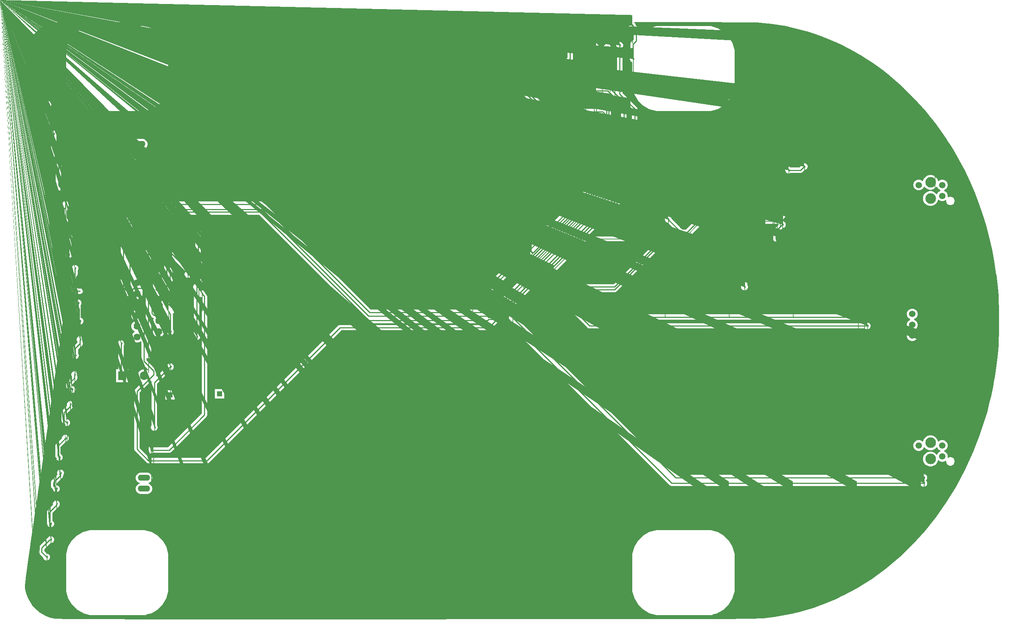
<source format=gbr>
%TF.GenerationSoftware,Flux,Pcbnew,7.0.11-7.0.11~ubuntu20.04.1*%
%TF.CreationDate,2024-08-17T13:11:20+00:00*%
%TF.ProjectId,input,696e7075-742e-46b6-9963-61645f706362,rev?*%
%TF.SameCoordinates,Original*%
%TF.FileFunction,Copper,L2,Bot*%
%TF.FilePolarity,Positive*%
%FSLAX46Y46*%
G04 Gerber Fmt 4.6, Leading zero omitted, Abs format (unit mm)*
G04 Filename: pcbrobot*
G04 Build it with Flux! Visit our site at: https://www.flux.ai (PCBNEW 7.0.11-7.0.11~ubuntu20.04.1) date 2024-08-17 13:11:20*
%MOMM*%
%LPD*%
G01*
G04 APERTURE LIST*
G04 Aperture macros list*
%AMFreePoly0*
4,1,5,0.600000,-0.600000,-0.600000,-0.600000,-0.600000,0.600000,0.600000,0.600000,0.600000,-0.600000,0.600000,-0.600000,$1*%
%AMFreePoly1*
4,1,5,0.810000,-0.810000,-0.810000,-0.810000,-0.810000,0.810000,0.810000,0.810000,0.810000,-0.810000,0.810000,-0.810000,$1*%
%AMFreePoly2*
4,1,5,0.952500,-1.000000,-0.952500,-1.000000,-0.952500,1.000000,0.952500,1.000000,0.952500,-1.000000,0.952500,-1.000000,$1*%
%AMFreePoly3*
4,1,129,0.022069,0.299187,0.036723,0.297744,0.051289,0.295583,0.065730,0.292711,0.080014,0.289133,0.094105,0.284858,0.107969,0.279898,0.121572,0.274263,0.134883,0.267967,0.147869,0.261026,0.160499,0.253456,0.172742,0.245275,0.184569,0.236504,0.195952,0.227163,0.206862,0.217274,0.217274,0.206862,0.227163,0.195952,0.236504,0.184569,0.245275,0.172742,0.253456,0.160499,
0.261026,0.147869,0.267967,0.134883,0.274263,0.121572,0.279898,0.107969,0.284858,0.094105,0.289133,0.080014,0.292711,0.065730,0.295583,0.051289,0.297744,0.036723,0.299187,0.022069,0.299910,0.007362,0.299910,-0.007362,0.299187,-0.022069,0.297744,-0.036723,0.295583,-0.051289,0.292711,-0.065730,0.289133,-0.080014,0.284858,-0.094105,0.279898,-0.107969,0.274263,-0.121572,
0.267967,-0.134883,0.261026,-0.147869,0.253456,-0.160499,0.245275,-0.172742,0.236504,-0.184569,0.227163,-0.195952,0.217274,-0.206862,0.206862,-0.217274,0.195952,-0.227163,0.184569,-0.236504,0.172742,-0.245275,0.160499,-0.253456,0.147869,-0.261026,0.134883,-0.267967,0.121572,-0.274263,0.107969,-0.279898,0.094105,-0.284858,0.080014,-0.289133,0.065730,-0.292711,0.051289,-0.295583,
0.036723,-0.297744,0.022069,-0.299187,0.007362,-0.299910,-0.007362,-0.299910,-0.022069,-0.299187,-0.036723,-0.297744,-0.051289,-0.295583,-0.065730,-0.292711,-0.080014,-0.289133,-0.094105,-0.284858,-0.107969,-0.279898,-0.121572,-0.274263,-0.134883,-0.267967,-0.147869,-0.261026,-0.160499,-0.253456,-0.172742,-0.245275,-0.184569,-0.236504,-0.195952,-0.227163,-0.206862,-0.217274,-0.217274,-0.206862,
-0.227163,-0.195952,-0.236504,-0.184569,-0.245275,-0.172742,-0.253456,-0.160499,-0.261026,-0.147869,-0.267967,-0.134883,-0.274263,-0.121572,-0.279898,-0.107969,-0.284858,-0.094105,-0.289133,-0.080014,-0.292711,-0.065730,-0.295583,-0.051289,-0.297744,-0.036723,-0.299187,-0.022069,-0.299910,-0.007362,-0.299910,0.007362,-0.299187,0.022069,-0.297744,0.036723,-0.295583,0.051289,-0.292711,0.065730,
-0.289133,0.080014,-0.284858,0.094105,-0.279898,0.107969,-0.274263,0.121572,-0.267967,0.134883,-0.261026,0.147869,-0.253456,0.160499,-0.245275,0.172742,-0.236504,0.184569,-0.227163,0.195952,-0.217274,0.206862,-0.206862,0.217274,-0.195952,0.227163,-0.184569,0.236504,-0.172742,0.245275,-0.160499,0.253456,-0.147869,0.261026,-0.134883,0.267967,-0.121572,0.274263,-0.107969,0.279898,
-0.094105,0.284858,-0.080014,0.289133,-0.065730,0.292711,-0.051289,0.295583,-0.036723,0.297744,-0.022069,0.299187,-0.007362,0.299910,0.007362,0.299910,0.022069,0.299187,0.022069,0.299187,$1*%
G04 Aperture macros list end*
%TA.AperFunction,ComponentPad*%
%ADD10FreePoly0,0.000000*%
%TD*%
%TA.AperFunction,ComponentPad*%
%ADD11C,1.200000*%
%TD*%
%TA.AperFunction,ComponentPad*%
%ADD12C,1.620000*%
%TD*%
%TA.AperFunction,ComponentPad*%
%ADD13FreePoly1,180.000000*%
%TD*%
%TA.AperFunction,ComponentPad*%
%ADD14O,2.844800X1.422400*%
%TD*%
%TA.AperFunction,ComponentPad*%
%ADD15C,1.530000*%
%TD*%
%TA.AperFunction,ComponentPad*%
%ADD16C,0.400000*%
%TD*%
%TA.AperFunction,ComponentPad*%
%ADD17O,1.905000X2.000000*%
%TD*%
%TA.AperFunction,ComponentPad*%
%ADD18FreePoly2,0.000000*%
%TD*%
%TA.AperFunction,ComponentPad*%
%ADD19O,1.050000X2.100000*%
%TD*%
%TA.AperFunction,ComponentPad*%
%ADD20FreePoly3,0.000000*%
%TD*%
%TA.AperFunction,ComponentPad*%
%ADD21C,1.498600*%
%TD*%
%TA.AperFunction,ComponentPad*%
%ADD22C,2.489200*%
%TD*%
%TA.AperFunction,Conductor*%
%ADD23C,0.254000*%
%TD*%
%TA.AperFunction,Conductor*%
%ADD24C,0.150000*%
%TD*%
G04 APERTURE END LIST*
D10*
%TO.P,,11dd451d-b724-434b-ae7b-606707503aae__069e37d8-aeec-4689-b924-a539c6a0826c*%
%TO.N,N/C*%
X45231600Y-87592100D03*
D11*
%TO.P,,11dd451d-b724-434b-ae7b-606707503aae__c7aa87eb-2d7b-4b05-9499-11955025c951*%
X50231600Y-87592100D03*
D12*
%TO.P,,3d4fb439-9a18-4c60-baa4-a70e2f1d5308__0041bf39-893d-403b-bf32-5d748c988afa*%
X42598647Y-57528200D03*
%TO.P,,3d4fb439-9a18-4c60-baa4-a70e2f1d5308__31e907fe-b799-443e-a9e1-12bec736ea5f*%
X42598634Y-62608200D03*
D13*
%TO.P,,3d4fb439-9a18-4c60-baa4-a70e2f1d5308__3d236b8d-7dc2-4f27-9f6a-d5ac129cbeee*%
X42598600Y-75308200D03*
D12*
%TO.P,,3d4fb439-9a18-4c60-baa4-a70e2f1d5308__3e2ce5b4-0b03-4a38-abb4-546880fbbcb0*%
X42598607Y-72768200D03*
%TO.P,,3d4fb439-9a18-4c60-baa4-a70e2f1d5308__4d3c38e8-8bf1-4557-837e-e6efb30b13d6*%
X42598620Y-67688200D03*
%TO.P,,3d4fb439-9a18-4c60-baa4-a70e2f1d5308__50f37a7b-065a-4ae4-9a8f-531017cc8614*%
X42598640Y-60068200D03*
%TO.P,,3d4fb439-9a18-4c60-baa4-a70e2f1d5308__7403d676-b909-4059-8d52-5e6c6c17cb13*%
X37518644Y-58798187D03*
%TO.P,,3d4fb439-9a18-4c60-baa4-a70e2f1d5308__9836daf0-5e4d-45c2-b167-878f183ea3d4*%
X37518610Y-71498187D03*
%TO.P,,3d4fb439-9a18-4c60-baa4-a70e2f1d5308__a84dd680-fb21-4979-abb8-4e27cbb38ae9*%
X37518630Y-63878187D03*
%TO.P,,3d4fb439-9a18-4c60-baa4-a70e2f1d5308__ae4a3ac4-5cd6-4d57-83e9-d0a2ef3c5c10*%
X37518624Y-66418187D03*
%TO.P,,3d4fb439-9a18-4c60-baa4-a70e2f1d5308__b65f6948-eab0-4244-a83f-8731517909b9*%
X42598627Y-65148200D03*
%TO.P,,3d4fb439-9a18-4c60-baa4-a70e2f1d5308__cc6eac05-0780-4057-838a-3533a07bd80e*%
X37518637Y-61338187D03*
%TO.P,,3d4fb439-9a18-4c60-baa4-a70e2f1d5308__ebddf6eb-e30f-40ac-a593-5dec744e30d8*%
X37518603Y-74038187D03*
%TO.P,,3d4fb439-9a18-4c60-baa4-a70e2f1d5308__eddd9a3f-838c-4717-beb6-0b8de3e6b6f8*%
X37518617Y-68958187D03*
%TO.P,,3d4fb439-9a18-4c60-baa4-a70e2f1d5308__ef127274-4f96-45d5-a892-edd8f8a8043d*%
X42598613Y-70228200D03*
D14*
%TO.P,,7950b41d-4d9a-49e5-8af3-aa804f3a5f31__0665d034-0e3b-4982-b9f7-27379619e52e*%
X39149995Y-107010400D03*
%TO.P,,7950b41d-4d9a-49e5-8af3-aa804f3a5f31__3851f02c-9e34-4638-9440-794def37075c*%
X39150005Y-109550400D03*
D10*
%TO.P,,81d83770-3d27-43c1-bd38-5f4c3ec441b4__069e37d8-aeec-4689-b924-a539c6a0826c*%
X56799500Y-87361400D03*
D11*
%TO.P,,81d83770-3d27-43c1-bd38-5f4c3ec441b4__c7aa87eb-2d7b-4b05-9499-11955025c951*%
X61799500Y-87361400D03*
D14*
%TO.P,,87cefd8e-180d-49af-bb2f-7a21747308f0__0665d034-0e3b-4982-b9f7-27379619e52e*%
X38044995Y-28865700D03*
%TO.P,,87cefd8e-180d-49af-bb2f-7a21747308f0__3851f02c-9e34-4638-9440-794def37075c*%
X38045005Y-31405700D03*
D15*
%TO.P,,a39e392d-f7a8-413a-9c5a-fae78c7e06d8__29397c00-5b80-4142-8ce1-bf66c46add7f*%
X218969114Y-73732400D03*
%TO.P,,a39e392d-f7a8-413a-9c5a-fae78c7e06d8__7d219b0a-4660-48da-bb7b-171fd9156a97*%
X218969095Y-68652400D03*
%TO.P,,a39e392d-f7a8-413a-9c5a-fae78c7e06d8__b3f09223-462a-4226-a020-811beed3165f*%
X218969086Y-66112400D03*
%TO.P,,a39e392d-f7a8-413a-9c5a-fae78c7e06d8__dfffc97b-e6df-4be9-b882-c0ec7df4936a*%
X218969105Y-71192400D03*
D16*
%TO.P,,b97e5510-c85f-47e8-81e7-1995856569ba__ee3a696f-ef70-402c-ab0c-7137ed4eee28.defaultFootprint.mounts.183bc2e5b0fd3164e75ded3f1243107f*%
X129438099Y-32105604D03*
%TO.P,,b97e5510-c85f-47e8-81e7-1995856569ba__ee3a696f-ef70-402c-ab0c-7137ed4eee28.defaultFootprint.mounts.9dc978c55082aad2fafacdbd9f5f57bc*%
X129438098Y-30705604D03*
%TO.P,,b97e5510-c85f-47e8-81e7-1995856569ba__ee3a696f-ef70-402c-ab0c-7137ed4eee28.defaultFootprint.mounts.a0d68b55a491274f814daab068f0c950*%
X130838099Y-32105603D03*
%TO.P,,b97e5510-c85f-47e8-81e7-1995856569ba__ee3a696f-ef70-402c-ab0c-7137ed4eee28.defaultFootprint.mounts.afcd757d940930679b843bc1e4386240*%
X130838098Y-30705603D03*
%TO.P,,b97e5510-c85f-47e8-81e7-1995856569ba__ee3a696f-ef70-402c-ab0c-7137ed4eee28.defaultFootprint.mounts.4504ff15bdcf4818a54146cc7a8e9a0d*%
X132238099Y-32105601D03*
%TO.P,,b97e5510-c85f-47e8-81e7-1995856569ba__ee3a696f-ef70-402c-ab0c-7137ed4eee28.defaultFootprint.mounts.19f3852e009ba6bfae8a2fce513ef1dd*%
X132238098Y-30705601D03*
%TO.P,,b97e5510-c85f-47e8-81e7-1995856569ba__ee3a696f-ef70-402c-ab0c-7137ed4eee28.defaultFootprint.mounts.6d4d26d8edc27532900a7c937b5e863d*%
X130138100Y-32805603D03*
%TO.P,,b97e5510-c85f-47e8-81e7-1995856569ba__ee3a696f-ef70-402c-ab0c-7137ed4eee28.defaultFootprint.mounts.f2ecf32f083cf9b5783a264d7a48b752*%
X130138098Y-31405603D03*
%TO.P,,b97e5510-c85f-47e8-81e7-1995856569ba__ee3a696f-ef70-402c-ab0c-7137ed4eee28.defaultFootprint.mounts.cf10f8cc0c36fe03b55323802961a88d*%
X130138097Y-30005603D03*
%TO.P,,b97e5510-c85f-47e8-81e7-1995856569ba__ee3a696f-ef70-402c-ab0c-7137ed4eee28.defaultFootprint.mounts.52e844226e796b1c42a9f7f1323ab2f7*%
X131538100Y-32805602D03*
%TO.P,,b97e5510-c85f-47e8-81e7-1995856569ba__ee3a696f-ef70-402c-ab0c-7137ed4eee28.defaultFootprint.mounts.a17b4eabb5e4ad17dbcba1ef557d9230*%
X131538097Y-30005602D03*
%TO.P,,b97e5510-c85f-47e8-81e7-1995856569ba__ee3a696f-ef70-402c-ab0c-7137ed4eee28.defaultFootprint.mounts.fab9ee6953aa1da2d8a8f965443f1f1b*%
X131538098Y-31405602D03*
D17*
%TO.P,,c3ee3767-9d8e-4543-943a-458ba69a5502__45b10458-e8f4-d6e5-f2f4-e885c335e724*%
X39150000Y-83100500D03*
D18*
%TO.P,,c3ee3767-9d8e-4543-943a-458ba69a5502__6744baca-ddb7-041c-8c73-0da7962a508c*%
X34070000Y-83100500D03*
D17*
%TO.P,,c3ee3767-9d8e-4543-943a-458ba69a5502__f760a348-f9f5-4ab2-96f8-a5d14b52e4af*%
X36610000Y-83100500D03*
D19*
%TO.P,,f6a0527c-b1f4-4070-994c-29a0c8339ca9__2326611f-98f6-a130-ac94-da96fde3ec8f*%
X140402489Y-6789889D03*
%TO.P,,f6a0527c-b1f4-4070-994c-29a0c8339ca9__9415c64b-4f59-a6d9-e7ea-dc5b1de656fb*%
X149042489Y-6789911D03*
%TO.P,,f6a0527c-b1f4-4070-994c-29a0c8339ca9__9b3c6dc7-8e8d-43a0-5d61-3a6777006a6c*%
X149042500Y-2609911D03*
%TO.P,,f6a0527c-b1f4-4070-994c-29a0c8339ca9__e8284091-fcc7-bc14-948c-a2f31e589c00*%
X140402500Y-2609889D03*
D20*
%TO.P,,21097a8c-3322-4314-b54c-ea65b3d3f560*%
%TO.N,Net 22*%
X144193100Y-5202600D03*
%TO.P,,8e07144a-59e2-406a-8c70-4a1831f4b334*%
X144972500Y-6417700D03*
%TO.P,,d7276a7d-1756-4d4e-b1db-77ad6119a7af*%
X144472500Y-18565000D03*
%TO.P,,d90e4ff0-f81e-4c9b-8678-edc017b0cbac*%
X123318100Y-28460600D03*
%TO.P,,271c4f62-d9a9-413c-b752-481002143b35*%
%TO.N,Net 48*%
X145485200Y-29779600D03*
%TO.P,,34bdaef2-84ac-4a3e-99ab-2b194075fe7e*%
X145485200Y-32479000D03*
%TO.P,,a09bfb10-d491-4fce-b151-91fce2e9bd3b*%
X122649200Y-10379900D03*
%TO.P,,e3906037-e450-4234-872c-996dbb8adb8a*%
X122632600Y-38037400D03*
%TO.P,,03a24066-cccd-4dbb-bffc-18b401dcf03b*%
%TO.N,GND*%
X19778700Y-82813000D03*
%TO.P,,03e531b0-d921-4b37-9cc1-aa8f5a849cd3*%
X13690500Y-10168100D03*
%TO.P,,0695d9b0-18d0-4e45-bc03-c39b005aaa71*%
X15332800Y-27874600D03*
%TO.P,,0774190a-54e5-4804-b208-cc1677017957*%
X20283900Y-54503700D03*
%TO.P,,0848497c-6746-4469-865b-efc70120aea0*%
X21272500Y-66774800D03*
%TO.P,,13773a89-e242-4362-8293-240314f29325*%
X17660100Y-43570700D03*
%TO.P,,16780fe7-a314-4ae0-a5a6-246cef701337*%
X148522300Y-19598200D03*
%TO.P,,1a8096bf-b77c-41f8-a21d-c015ba8bfd9c*%
X21109900Y-74866200D03*
%TO.P,,1b99add2-fc13-4789-9da4-95c3b3129560*%
X15752600Y-23926600D03*
%TO.P,,1e6a102d-1c0c-4fd7-9e37-abd06eb5c44e*%
X17989400Y-38533700D03*
%TO.P,,1f2f9fc5-85da-4694-a75e-00580fd3385a*%
X23085200Y-71286300D03*
%TO.P,,1f3e4a2b-b09f-4ce4-b9ab-6be1233666ab*%
X18891300Y-46400800D03*
%TO.P,,21f66e6b-b524-421c-84f7-78e77f0bae56*%
X51455000Y-9103400D03*
%TO.P,,24ef2ddd-3a3f-4b6a-9109-34fb0351bfed*%
X14635800Y-15970700D03*
%TO.P,,28ec12f4-0189-469b-8307-8e7f10284c53*%
X16341100Y-106461000D03*
%TO.P,,2a419ae4-0599-4b01-963e-8f823185ec1d*%
X14731200Y-125709500D03*
%TO.P,,41a450a1-5498-4a00-a8dd-64a94375edc1*%
X14049300Y-121995200D03*
%TO.P,,4203148f-0b29-4bed-a13a-3e534bbb7957*%
X177988700Y-57649300D03*
%TO.P,,4d8e6ef1-5df1-45cb-8a5e-ffa871f3277f*%
X13952700Y-19651000D03*
%TO.P,,4dfe0508-e4f4-4b7b-80da-acfe5bfc6dd8*%
X223257500Y-65515000D03*
%TO.P,,52df29db-ee6f-4685-8440-5923294b0989*%
X14731200Y-125709500D03*
%TO.P,,5536126f-5bd6-42a8-9f19-43f14ef3df4e*%
X17199000Y-98575800D03*
%TO.P,,56538a78-5fa6-4a30-a2ff-30315644d31a*%
X34920700Y-71608900D03*
%TO.P,,68b776c2-5455-49a7-b716-1c3dda6a66e7*%
X18924600Y-51006500D03*
%TO.P,,6b1f5402-0157-468b-87a1-bf1514f17f66*%
X142670500Y-23254000D03*
%TO.P,,6cd1ab35-6b48-4dc2-8b8f-b3eb4cceda72*%
X21482600Y-62289000D03*
%TO.P,,719a1e13-ba7c-4a1c-a2ea-96eb97baf99e*%
X49747200Y-21443400D03*
%TO.P,,72933a7c-8a0a-4892-a446-4305541c8ca6*%
X14896100Y-7374900D03*
%TO.P,,7b1e5c3c-7ea0-49ae-9b50-db0efb30a01c*%
X17071400Y-110975200D03*
%TO.P,,7df85593-2522-412f-8855-4686833657e0*%
X141311000Y-4877000D03*
%TO.P,,7e2598a1-58ca-43d0-891d-baa4dc4e1062*%
X149828400Y-31405600D03*
%TO.P,,8070cdf5-0c82-4764-9b77-fe112907612d*%
X55321100Y-62608200D03*
%TO.P,,84c8e793-c42a-4680-84d8-f1c4f55de0eb*%
X21606500Y-78479500D03*
%TO.P,,856e98b3-9837-4d4f-bb9e-10c5fa8817d9*%
X188000300Y-44014600D03*
%TO.P,,89a3f466-81e0-453e-a843-f9f8d2430899*%
X16783800Y-31463100D03*
%TO.P,,8dad2146-9ab2-4df1-9beb-3475a91a67ed*%
X19097900Y-97982400D03*
%TO.P,,90f2b947-0c0d-427b-a653-3e90ef86496f*%
X135986500Y-1148100D03*
%TO.P,,94a04457-0bee-4a4e-a47a-cc86f147c795*%
X190304400Y-41328400D03*
%TO.P,,97b0bf2b-7649-423f-8f03-7ede7b90ee1d*%
X123733800Y-22523400D03*
%TO.P,,9a3481c6-3558-4c16-90b0-5e2d8a53544b*%
X18385800Y-102455700D03*
%TO.P,,b2f68bc6-ebc1-47c1-97d7-6b5ca2735888*%
X15901800Y-117663800D03*
%TO.P,,b6a221ed-5c26-4281-8dac-1fbbf5dc0141*%
X20283900Y-57958200D03*
%TO.P,,b7425fac-1456-4cea-b354-e53cecaff7b6*%
X13585300Y-129172100D03*
%TO.P,,bc641573-167b-4bd3-9ebe-e6fc5c324d00*%
X134296200Y-31405600D03*
%TO.P,,c8f2d27a-2f3b-4146-9ac9-80fce1fd8250*%
X177462000Y-60863200D03*
%TO.P,,d7fd46c1-9247-42ba-900c-87abd7d93b3e*%
X16537000Y-35589900D03*
%TO.P,,e5b471a2-6eba-453b-b21e-d18e8402263d*%
X177988500Y-58352000D03*
%TO.P,,e74acd86-69de-4aa5-a0ae-b63017a1a0bc*%
X52811400Y-53755400D03*
%TO.P,,ea9eb722-2d2c-46c5-8268-e109cb1c6279*%
X18741800Y-90726800D03*
%TO.P,,f11cd5a0-b3f9-4682-a3df-2ddbd25ddab1*%
X20640700Y-86734200D03*
%TO.P,,fcf0a238-e9c7-4144-8a94-07b125d66294*%
X15195200Y-114079500D03*
%TO.P,,09d41dc0-b1be-431f-86ca-87c4d5b4795b.via9.12*%
X191032200Y-5384000D03*
%TO.P,,09d41dc0-b1be-431f-86ca-87c4d5b4795b.via9.8*%
X131032200Y-5384000D03*
%TO.P,,09d41dc0-b1be-431f-86ca-87c4d5b4795b.via9.7*%
X116032200Y-5384000D03*
%TO.P,,09d41dc0-b1be-431f-86ca-87c4d5b4795b.via9.6*%
X101032200Y-5384000D03*
%TO.P,,09d41dc0-b1be-431f-86ca-87c4d5b4795b.via9.5*%
X86032200Y-5384000D03*
%TO.P,,09d41dc0-b1be-431f-86ca-87c4d5b4795b.via9.4*%
X71032200Y-5384000D03*
%TO.P,,09d41dc0-b1be-431f-86ca-87c4d5b4795b.via8.13*%
X206032200Y-20384000D03*
%TO.P,,09d41dc0-b1be-431f-86ca-87c4d5b4795b.via8.12*%
X191032200Y-20384000D03*
%TO.P,,09d41dc0-b1be-431f-86ca-87c4d5b4795b.via8.11*%
X176032200Y-20384000D03*
%TO.P,,09d41dc0-b1be-431f-86ca-87c4d5b4795b.via8.7*%
X116032200Y-20384000D03*
%TO.P,,09d41dc0-b1be-431f-86ca-87c4d5b4795b.via8.6*%
X101032200Y-20384000D03*
%TO.P,,09d41dc0-b1be-431f-86ca-87c4d5b4795b.via8.5*%
X86032200Y-20384000D03*
%TO.P,,09d41dc0-b1be-431f-86ca-87c4d5b4795b.via8.4*%
X71032200Y-20384000D03*
%TO.P,,09d41dc0-b1be-431f-86ca-87c4d5b4795b.via8.3*%
X56032200Y-20384000D03*
%TO.P,,09d41dc0-b1be-431f-86ca-87c4d5b4795b.via7.13*%
X206032200Y-35384000D03*
%TO.P,,09d41dc0-b1be-431f-86ca-87c4d5b4795b.via7.11*%
X176032200Y-35384000D03*
%TO.P,,09d41dc0-b1be-431f-86ca-87c4d5b4795b.via7.10*%
X161032200Y-35384000D03*
%TO.P,,09d41dc0-b1be-431f-86ca-87c4d5b4795b.via7.6*%
X101032200Y-35384000D03*
%TO.P,,09d41dc0-b1be-431f-86ca-87c4d5b4795b.via7.5*%
X86032200Y-35384000D03*
%TO.P,,09d41dc0-b1be-431f-86ca-87c4d5b4795b.via7.4*%
X71032200Y-35384000D03*
%TO.P,,09d41dc0-b1be-431f-86ca-87c4d5b4795b.via7.3*%
X56032200Y-35384000D03*
%TO.P,,09d41dc0-b1be-431f-86ca-87c4d5b4795b.via7.2*%
X41032200Y-35384000D03*
%TO.P,,09d41dc0-b1be-431f-86ca-87c4d5b4795b.via7.1*%
X26032200Y-35384000D03*
%TO.P,,09d41dc0-b1be-431f-86ca-87c4d5b4795b.via6.15*%
X236032200Y-50384000D03*
%TO.P,,09d41dc0-b1be-431f-86ca-87c4d5b4795b.via6.13*%
X206032200Y-50384000D03*
%TO.P,,09d41dc0-b1be-431f-86ca-87c4d5b4795b.via6.11*%
X176032200Y-50384000D03*
%TO.P,,09d41dc0-b1be-431f-86ca-87c4d5b4795b.via6.7*%
X116032200Y-50384000D03*
%TO.P,,09d41dc0-b1be-431f-86ca-87c4d5b4795b.via6.5*%
X86032200Y-50384000D03*
%TO.P,,09d41dc0-b1be-431f-86ca-87c4d5b4795b.via6.3*%
X56032200Y-50384000D03*
%TO.P,,09d41dc0-b1be-431f-86ca-87c4d5b4795b.via6.1*%
X26032200Y-50384000D03*
%TO.P,,09d41dc0-b1be-431f-86ca-87c4d5b4795b.via5.15*%
X236032200Y-65384000D03*
%TO.P,,09d41dc0-b1be-431f-86ca-87c4d5b4795b.via5.13*%
X206032200Y-65384000D03*
%TO.P,,09d41dc0-b1be-431f-86ca-87c4d5b4795b.via5.12*%
X191032200Y-65384000D03*
%TO.P,,09d41dc0-b1be-431f-86ca-87c4d5b4795b.via5.11*%
X176032200Y-65384000D03*
%TO.P,,09d41dc0-b1be-431f-86ca-87c4d5b4795b.via5.10*%
X161032200Y-65384000D03*
%TO.P,,09d41dc0-b1be-431f-86ca-87c4d5b4795b.via5.7*%
X116032200Y-65384000D03*
%TO.P,,09d41dc0-b1be-431f-86ca-87c4d5b4795b.via5.6*%
X101032200Y-65384000D03*
%TO.P,,09d41dc0-b1be-431f-86ca-87c4d5b4795b.via5.4*%
X71032200Y-65384000D03*
%TO.P,,09d41dc0-b1be-431f-86ca-87c4d5b4795b.via5.3*%
X56032200Y-65384000D03*
%TO.P,,09d41dc0-b1be-431f-86ca-87c4d5b4795b.via5.1*%
X26032200Y-65384000D03*
%TO.P,,09d41dc0-b1be-431f-86ca-87c4d5b4795b.via4.15*%
X236032200Y-80384000D03*
%TO.P,,09d41dc0-b1be-431f-86ca-87c4d5b4795b.via4.13*%
X206032200Y-80384000D03*
%TO.P,,09d41dc0-b1be-431f-86ca-87c4d5b4795b.via4.12*%
X191032200Y-80384000D03*
%TO.P,,09d41dc0-b1be-431f-86ca-87c4d5b4795b.via4.11*%
X176032200Y-80384000D03*
%TO.P,,09d41dc0-b1be-431f-86ca-87c4d5b4795b.via4.10*%
X161032200Y-80384000D03*
%TO.P,,09d41dc0-b1be-431f-86ca-87c4d5b4795b.via4.9*%
X146032200Y-80384000D03*
%TO.P,,09d41dc0-b1be-431f-86ca-87c4d5b4795b.via4.8*%
X131032200Y-80384000D03*
%TO.P,,09d41dc0-b1be-431f-86ca-87c4d5b4795b.via4.7*%
X116032200Y-80384000D03*
%TO.P,,09d41dc0-b1be-431f-86ca-87c4d5b4795b.via4.6*%
X101032200Y-80384000D03*
%TO.P,,09d41dc0-b1be-431f-86ca-87c4d5b4795b.via4.5*%
X86032200Y-80384000D03*
%TO.P,,09d41dc0-b1be-431f-86ca-87c4d5b4795b.via4.4*%
X71032200Y-80384000D03*
%TO.P,,09d41dc0-b1be-431f-86ca-87c4d5b4795b.via4.3*%
X56032200Y-80384000D03*
%TO.P,,09d41dc0-b1be-431f-86ca-87c4d5b4795b.via4.1*%
X26032200Y-80384000D03*
%TO.P,,09d41dc0-b1be-431f-86ca-87c4d5b4795b.via3.13*%
X206032200Y-95384000D03*
%TO.P,,09d41dc0-b1be-431f-86ca-87c4d5b4795b.via3.12*%
X191032200Y-95384000D03*
%TO.P,,09d41dc0-b1be-431f-86ca-87c4d5b4795b.via3.11*%
X176032200Y-95384000D03*
%TO.P,,09d41dc0-b1be-431f-86ca-87c4d5b4795b.via3.10*%
X161032200Y-95384000D03*
%TO.P,,09d41dc0-b1be-431f-86ca-87c4d5b4795b.via3.9*%
X146032200Y-95384000D03*
%TO.P,,09d41dc0-b1be-431f-86ca-87c4d5b4795b.via3.8*%
X131032200Y-95384000D03*
%TO.P,,09d41dc0-b1be-431f-86ca-87c4d5b4795b.via3.7*%
X116032200Y-95384000D03*
%TO.P,,09d41dc0-b1be-431f-86ca-87c4d5b4795b.via3.6*%
X101032200Y-95384000D03*
%TO.P,,09d41dc0-b1be-431f-86ca-87c4d5b4795b.via3.5*%
X86032200Y-95384000D03*
%TO.P,,09d41dc0-b1be-431f-86ca-87c4d5b4795b.via3.4*%
X71032200Y-95384000D03*
%TO.P,,09d41dc0-b1be-431f-86ca-87c4d5b4795b.via3.1*%
X26032200Y-95384000D03*
%TO.P,,09d41dc0-b1be-431f-86ca-87c4d5b4795b.via2.14*%
X221032200Y-110384000D03*
%TO.P,,09d41dc0-b1be-431f-86ca-87c4d5b4795b.via2.13*%
X206032200Y-110384000D03*
%TO.P,,09d41dc0-b1be-431f-86ca-87c4d5b4795b.via2.12*%
X191032200Y-110384000D03*
%TO.P,,09d41dc0-b1be-431f-86ca-87c4d5b4795b.via2.11*%
X176032200Y-110384000D03*
%TO.P,,09d41dc0-b1be-431f-86ca-87c4d5b4795b.via2.10*%
X161032200Y-110384000D03*
%TO.P,,09d41dc0-b1be-431f-86ca-87c4d5b4795b.via2.9*%
X146032200Y-110384000D03*
%TO.P,,09d41dc0-b1be-431f-86ca-87c4d5b4795b.via2.8*%
X131032200Y-110384000D03*
%TO.P,,09d41dc0-b1be-431f-86ca-87c4d5b4795b.via2.7*%
X116032200Y-110384000D03*
%TO.P,,09d41dc0-b1be-431f-86ca-87c4d5b4795b.via2.6*%
X101032200Y-110384000D03*
%TO.P,,09d41dc0-b1be-431f-86ca-87c4d5b4795b.via2.5*%
X86032200Y-110384000D03*
%TO.P,,09d41dc0-b1be-431f-86ca-87c4d5b4795b.via2.4*%
X71032200Y-110384000D03*
%TO.P,,09d41dc0-b1be-431f-86ca-87c4d5b4795b.via2.3*%
X56032200Y-110384000D03*
%TO.P,,09d41dc0-b1be-431f-86ca-87c4d5b4795b.via2.1*%
X26032200Y-110384000D03*
%TO.P,,09d41dc0-b1be-431f-86ca-87c4d5b4795b.via1.13*%
X206032200Y-125384000D03*
%TO.P,,09d41dc0-b1be-431f-86ca-87c4d5b4795b.via1.12*%
X191032200Y-125384000D03*
%TO.P,,09d41dc0-b1be-431f-86ca-87c4d5b4795b.via1.9*%
X146032200Y-125384000D03*
%TO.P,,09d41dc0-b1be-431f-86ca-87c4d5b4795b.via1.8*%
X131032200Y-125384000D03*
%TO.P,,09d41dc0-b1be-431f-86ca-87c4d5b4795b.via1.7*%
X116032200Y-125384000D03*
%TO.P,,09d41dc0-b1be-431f-86ca-87c4d5b4795b.via1.6*%
X101032200Y-125384000D03*
%TO.P,,09d41dc0-b1be-431f-86ca-87c4d5b4795b.via1.5*%
X86032200Y-125384000D03*
%TO.P,,09d41dc0-b1be-431f-86ca-87c4d5b4795b.via1.4*%
X71032200Y-125384000D03*
%TO.P,,09d41dc0-b1be-431f-86ca-87c4d5b4795b.via1.3*%
X56032200Y-125384000D03*
%TO.P,,09d41dc0-b1be-431f-86ca-87c4d5b4795b.via.island.42*%
X44659000Y-75012800D03*
%TO.P,,09d41dc0-b1be-431f-86ca-87c4d5b4795b.via.island.41*%
X42309900Y-55525600D03*
%TO.P,,09d41dc0-b1be-431f-86ca-87c4d5b4795b.via.island.40*%
X49275800Y-52151200D03*
%TO.P,,09d41dc0-b1be-431f-86ca-87c4d5b4795b.via.island.39*%
X38859000Y-55694800D03*
%TO.P,,09d41dc0-b1be-431f-86ca-87c4d5b4795b.via.island.38*%
X47432000Y-70518100D03*
%TO.P,,09d41dc0-b1be-431f-86ca-87c4d5b4795b.via.island.37*%
X52490400Y-58608100D03*
%TO.P,,09d41dc0-b1be-431f-86ca-87c4d5b4795b.via.island.36*%
X45752600Y-56399100D03*
%TO.P,,09d41dc0-b1be-431f-86ca-87c4d5b4795b.via.island.35*%
X145365600Y-56647100D03*
%TO.P,,09d41dc0-b1be-431f-86ca-87c4d5b4795b.via.island.34*%
X153198500Y-46378500D03*
%TO.P,,09d41dc0-b1be-431f-86ca-87c4d5b4795b.via.island.33*%
X164633100Y-44425800D03*
%TO.P,,09d41dc0-b1be-431f-86ca-87c4d5b4795b.via.island.32*%
X152745000Y-26889000D03*
%TO.P,,09d41dc0-b1be-431f-86ca-87c4d5b4795b.via.island.31*%
X180340300Y-40312300D03*
%TO.P,,09d41dc0-b1be-431f-86ca-87c4d5b4795b.via.island.30*%
X124331100Y-32223100D03*
%TO.P,,09d41dc0-b1be-431f-86ca-87c4d5b4795b.via.island.29*%
X219442200Y-104277000D03*
%TO.P,,09d41dc0-b1be-431f-86ca-87c4d5b4795b.via.island.28*%
X182525500Y-35450000D03*
%TO.P,,09d41dc0-b1be-431f-86ca-87c4d5b4795b.via.island.27*%
X146322500Y-14431200D03*
%TO.P,,09d41dc0-b1be-431f-86ca-87c4d5b4795b.via.island.26*%
X140718300Y-19060700D03*
%TO.P,,09d41dc0-b1be-431f-86ca-87c4d5b4795b.via.island.25*%
X207738400Y-70033900D03*
%TO.P,,09d41dc0-b1be-431f-86ca-87c4d5b4795b.via.island.24*%
X136034000Y-4409900D03*
%TO.P,,09d41dc0-b1be-431f-86ca-87c4d5b4795b.via.island.23*%
X126493000Y-26908000D03*
%TO.P,,09d41dc0-b1be-431f-86ca-87c4d5b4795b.via.island.22*%
X213222000Y-72462000D03*
%TO.P,,09d41dc0-b1be-431f-86ca-87c4d5b4795b.via.island.21*%
X224204900Y-35047800D03*
%TO.P,,09d41dc0-b1be-431f-86ca-87c4d5b4795b.via.island.20*%
X135314700Y-39061200D03*
%TO.P,,09d41dc0-b1be-431f-86ca-87c4d5b4795b.via.island.19*%
X140044000Y-24372500D03*
%TO.P,,09d41dc0-b1be-431f-86ca-87c4d5b4795b.via.island.18*%
X123934500Y-5773500D03*
%TO.P,,09d41dc0-b1be-431f-86ca-87c4d5b4795b.via.island.17*%
X184614100Y-48110000D03*
%TO.P,,09d41dc0-b1be-431f-86ca-87c4d5b4795b.via.island.16*%
X127639400Y-57323400D03*
%TO.P,,09d41dc0-b1be-431f-86ca-87c4d5b4795b.via.island.15*%
X18790500Y-42066000D03*
%TO.P,,09d41dc0-b1be-431f-86ca-87c4d5b4795b.via.island.14*%
X149339000Y-14674500D03*
%TO.P,,09d41dc0-b1be-431f-86ca-87c4d5b4795b.via.island.13*%
X174682200Y-55924600D03*
%TO.P,,09d41dc0-b1be-431f-86ca-87c4d5b4795b.via.island.12*%
X132801400Y-62384800D03*
%TO.P,,09d41dc0-b1be-431f-86ca-87c4d5b4795b.via.island.11*%
X134918200Y-25878100D03*
%TO.P,,09d41dc0-b1be-431f-86ca-87c4d5b4795b.via.island.10*%
X46226100Y-92727900D03*
%TO.P,,09d41dc0-b1be-431f-86ca-87c4d5b4795b.via.island.9*%
X45231800Y-84332700D03*
%TO.P,,09d41dc0-b1be-431f-86ca-87c4d5b4795b.via.island.8*%
X40058000Y-97854800D03*
%TO.P,,09d41dc0-b1be-431f-86ca-87c4d5b4795b.via.island.7*%
X48831700Y-63177700D03*
%TO.P,,09d41dc0-b1be-431f-86ca-87c4d5b4795b.via.island.6*%
X38011000Y-50035000D03*
%TO.P,,09d41dc0-b1be-431f-86ca-87c4d5b4795b.via.island.5*%
X42833700Y-48082700D03*
%TO.P,,09d41dc0-b1be-431f-86ca-87c4d5b4795b.via.island.4*%
X42823800Y-81109800D03*
%TO.P,,09d41dc0-b1be-431f-86ca-87c4d5b4795b.via.island.3*%
X123139700Y-63221000D03*
%TO.P,,09d41dc0-b1be-431f-86ca-87c4d5b4795b.via.island.2*%
X40874500Y-104778200D03*
%TO.P,,09d41dc0-b1be-431f-86ca-87c4d5b4795b.via.island.1*%
X41431700Y-52182300D03*
%TO.P,,09d41dc0-b1be-431f-86ca-87c4d5b4795b.via.island.0*%
X41370800Y-101746700D03*
%TO.P,,20f87be1-8c61-4278-bab1-5a61edf1fdd6*%
%TO.N,Net 58*%
X42598600Y-51399400D03*
%TO.P,,3bd76e90-7534-4afa-a1f0-8a6bd6c29d8c*%
X52178500Y-56984800D03*
%TO.P,,7fe7e173-9363-4f7e-9c6d-463063b9bd67*%
X51485400Y-62289000D03*
%TO.P,,89248ac3-be8f-4adb-8e31-42deb6cfe981*%
X45320700Y-50702800D03*
%TO.P,,8c265a2e-0df4-4ea9-b771-8eda125567e2*%
X41166400Y-47280300D03*
%TO.P,,af1009ec-08d8-4ec2-a43d-9eb13cc4e179*%
X51485400Y-73949800D03*
%TO.P,,0d2b9889-0109-481f-9dee-1e6cdbaff548*%
%TO.N,Net 39*%
X127835300Y-36430100D03*
%TO.P,,eda4eeec-aaea-4226-9f20-f54dc1f1db35*%
X129571300Y-55260200D03*
%TO.P,,f0775a92-70f4-4f23-a437-0e3cebded4f1*%
X164069200Y-52441700D03*
%TO.P,,fe918ff0-f907-4ba9-bb16-615d0aff59e6*%
X134347600Y-60212300D03*
%TO.P,,5a2d5977-b787-4b00-bc1e-202f1bf1a56c*%
%TO.N,Net 20*%
X123318100Y-8237200D03*
%TO.P,,b1fa56cb-1ccb-46fe-b3c7-e3dc8f481317*%
X136018100Y-29570600D03*
%TO.P,,1c08cc83-3d4f-4c35-b67a-8df6bd3c7949*%
%TO.N,Net 69*%
X179269800Y-43705400D03*
%TO.P,,ae6583b5-9f59-4a10-bdde-d14dc6de6198*%
X182471800Y-43257700D03*
%TO.P,,1526e518-6d58-4f73-af20-a9da6e3b2d3e*%
%TO.N,Net 23*%
X130938100Y-28125100D03*
%TO.P,,1981401f-2a07-41ac-a918-d9b6277c5783*%
X142009300Y-33222400D03*
%TO.P,,6e46ce3f-cd0a-4251-b1d8-5930d6a8e4f6*%
X143099600Y-28455800D03*
%TO.P,,ae86df2a-7b90-4759-8911-7eaa8b2fd739*%
X35822800Y-62467600D03*
%TO.P,,0a8e1b84-dac7-41ad-a163-66e78aab6c3f*%
%TO.N,Net 59*%
X44501000Y-47280300D03*
%TO.P,,65338fcd-714e-4495-a50e-5ddd106d1a0c*%
X46199300Y-67637600D03*
%TO.P,,f4a19565-82ea-45c2-ad5f-6e1366eda729*%
%TO.N,Net 49*%
X186611900Y-45049500D03*
%TO.P,,f9621b41-0232-4049-97d5-fa4472782f8b*%
X187324100Y-45927900D03*
%TO.P,,0353831f-53bd-483d-9fc7-5e2adcd1d2e7*%
%TO.N,Net 1*%
X22313500Y-86327300D03*
%TO.P,,09855cc5-b385-4532-b6d1-b2a0eebd562b*%
X22986800Y-57958200D03*
%TO.P,,0c9edfba-443d-4cbf-8c7c-db0828509ff6*%
X154443500Y-36005600D03*
%TO.P,,0f125b12-a477-4c5a-bd27-c650c9e3f13b*%
X138923900Y-4767900D03*
%TO.P,,18b6fb24-8d2c-4eaa-9897-9315de20b38b*%
X17133400Y-23667100D03*
%TO.P,,19e34c1c-2cdb-46f5-9ca3-934897c9ae15*%
X21572600Y-50650600D03*
%TO.P,,30f5a4e6-5462-4ce2-a9da-8c73c2b237d1*%
X21572600Y-54719400D03*
%TO.P,,31cdcfbf-9c69-4631-aed7-53b2b292018c*%
X18014600Y-26474000D03*
%TO.P,,361278ad-d36e-487f-a57a-e9af41438982*%
X17317200Y-121463800D03*
%TO.P,,39c2df4b-0fcb-4e96-a11a-27c3a5c78b1b*%
X18646100Y-113105900D03*
%TO.P,,47ae4275-7334-4780-a281-e789cd678624*%
X19314700Y-102193000D03*
%TO.P,,5612c19b-73c0-4e3d-9132-fbd36d70b655*%
X151487000Y-33866400D03*
%TO.P,,568b14f9-141e-424f-98ef-8638a34d1538*%
X151487000Y-31405400D03*
%TO.P,,699420ee-6528-450b-80ce-e0b9891247b9*%
X151487000Y-33866400D03*
%TO.P,,6bc14e84-bfff-4297-b599-6b3e203c13c1*%
X16643800Y-19541900D03*
%TO.P,,74bd0c1b-05bd-43cc-8832-30f2b356582a*%
X19140600Y-34241800D03*
%TO.P,,774db1a2-e602-4e12-b48a-2d033318c3c9*%
X22920200Y-82812900D03*
%TO.P,,77e49d28-a2e1-48cc-9f0d-9ffdc2c011f6*%
X23085200Y-78373800D03*
%TO.P,,7f1b3490-72a3-41d2-8813-df2085377df0*%
X24192500Y-74631800D03*
%TO.P,,8a670d45-9b19-49bc-ae39-9c5178cc38f9*%
X20792400Y-43005000D03*
%TO.P,,997eaeff-a98c-4407-a520-64b50ab253de*%
X142477100Y-16380100D03*
%TO.P,,9e5523d6-0325-4852-b9ac-8456d9243509*%
X21900700Y-89821000D03*
%TO.P,,a129fdb2-8be6-460a-8dd0-0a16e87bf1b3*%
X24192500Y-70297100D03*
%TO.P,,a13925a8-3aef-46f4-a3c0-b0082aa2a16b*%
X23212600Y-63296400D03*
%TO.P,,a5a70ac1-a477-441a-9940-6248a4277d04*%
X18646000Y-109550500D03*
%TO.P,,a8582d9b-f0c2-42ef-bf48-76f32fb4208c*%
X17317200Y-117766100D03*
%TO.P,,bbfdcba2-84b0-4537-a810-8a0b2870f5d7*%
X23728600Y-66063500D03*
%TO.P,,c0fe2b02-9ac1-46ec-801e-4cf5ba416742*%
X19608900Y-105871800D03*
%TO.P,,c8f86e83-b9a9-4a37-b17f-84ef2988baed*%
X19564900Y-38957900D03*
%TO.P,,d033b0c1-c2ef-4f03-9a64-afeab4b7ae8a*%
X20575400Y-46823600D03*
%TO.P,,d3c0c5fa-5510-4d3a-95b9-d9a38123a67e*%
X21071100Y-94095700D03*
%TO.P,,da018cf8-4b43-4ee6-be5d-6b8564e33bbe*%
X20754800Y-97712800D03*
%TO.P,,e8e01376-498c-4da2-823e-3908b996eb5e*%
X18433100Y-31026900D03*
%TO.P,,f0154003-90e8-499e-b13f-7988aa7e59c0*%
X16358200Y-125536900D03*
%TO.P,,f9e9638f-9429-4d3a-b634-b1f917d76675*%
X139333200Y-17155100D03*
%TO.P,,f2443844-fa32-4acb-9dd2-595047174adb*%
%TO.N,Net 61*%
X52684900Y-63878200D03*
%TO.P,,ff6a7355-2e08-476c-af07-2882d33de4a7*%
X40740000Y-100498900D03*
%TO.P,,7dc45cd7-dc2f-4d63-9d46-81e4fcd4bca5*%
%TO.N,Net 31*%
X129326400Y-56347400D03*
%TO.P,,801728ab-a03f-42bc-bf74-885e3b4d46ca*%
X206297500Y-69370900D03*
%TO.P,,a26ab468-f030-4fd6-8458-e3d06bd16cdd*%
X133841100Y-60729200D03*
%TO.P,,d1146a70-2ed7-46df-a504-3e7ed7ae9331*%
X126926200Y-36430100D03*
%TO.P,,09eb3c0c-04c9-4702-8627-bc6f5c6865eb*%
%TO.N,Net 71*%
X188568000Y-45436100D03*
%TO.P,,2a0361f3-67e2-44fd-8e2e-badbe44db086*%
X128882100Y-58249600D03*
%TO.P,,d6db421d-647c-4eaa-813a-d6376d17e391*%
X123318100Y-38620600D03*
%TO.P,,da0f86d5-1153-4ff5-8afb-8aeeff7c40b2*%
X131945400Y-61405800D03*
%TO.P,,52275033-801d-4092-a837-8f6316684bd1*%
%TO.N,Net 76*%
X129935200Y-54320200D03*
%TO.P,,6b996283-a120-434f-ab56-4a985386da21*%
X172738600Y-56898000D03*
%TO.P,,77e7cd83-4200-44a3-98c3-4f381a2bbe67*%
X129761400Y-36563000D03*
%TO.P,,c72b8800-6fc7-4b84-9ba6-7fe7e81441e0*%
X173828200Y-54814000D03*
%TO.P,,d05920be-8aa9-4817-bc95-172d3b1feb13*%
X135082500Y-59754300D03*
%TO.P,,d90b74a3-265c-439f-82eb-e8599f914f82*%
X164866000Y-51950400D03*
%TO.P,,6af4bcf9-7cdf-4cf8-8f3d-0e976ab7346b*%
%TO.N,Net 28*%
X179710000Y-62310700D03*
%TO.P,,ee5f08ca-66b5-486f-9212-2ae0ca54e956*%
X178346600Y-59352000D03*
%TO.P,,094ddf50-4d10-46fd-a572-d24321fada22*%
%TO.N,Net 46*%
X124588100Y-36741300D03*
%TO.P,,41644a86-e588-4d6a-a38d-0414def4c5b4*%
X128001300Y-58768300D03*
%TO.P,,478fc4b0-85f5-491d-b5b1-68b92132ab6d*%
X186324100Y-43486100D03*
%TO.P,,f07b94a3-1f3e-4f63-af39-d65b15b036c2*%
X130938100Y-61573400D03*
%TO.P,,275be19f-0a61-4058-8e8f-4d2fa7404802*%
%TO.N,Net 38*%
X133478100Y-28125100D03*
%TO.P,,4ec22908-51a7-4755-b958-ef9065a8e7a3*%
X144386100Y-33222400D03*
%TO.P,,9aeb99ec-da9a-46d7-a680-84da196744d1*%
X144386100Y-29677900D03*
%TO.P,,c135dd76-8a26-480b-be9e-e8e415de00ae*%
X39150000Y-72891000D03*
%TO.P,,48bb754a-4aae-4127-8768-ec1c21fe5b9a*%
%TO.N,Net 19*%
X130938100Y-36687700D03*
%TO.P,,50eeef4d-0c3e-46c1-9f60-e53826869bf3*%
X124588100Y-70157500D03*
%TO.P,,ac61ed36-4ce3-4d6d-b369-aafbe7cd07d9*%
X221688500Y-108271000D03*
%TO.P,,f8f8e571-8dd3-4e3a-a381-2e1d4ab14f24*%
X120213200Y-63511600D03*
%TO.P,,44c6130c-3e3b-47d7-976f-499cd1491bb7*%
%TO.N,Net 52*%
X132208100Y-37745700D03*
%TO.P,,69fe3a89-d07b-4e12-893b-c40d530eba43*%
X125389600Y-69459600D03*
%TO.P,,e7230948-0bc3-4f08-9629-ef7186272218*%
X119837100Y-62295400D03*
%TO.P,,f294bc0a-4b81-4241-b376-bf0a7204a6e3*%
X221688400Y-106951400D03*
%TO.P,,a00b9360-705c-4c80-9b00-77582beed782*%
%TO.N,Net 63*%
X153448200Y-1148300D03*
%TO.P,,fc4415d2-5fbf-4920-a073-87b779b298ed*%
X153638400Y-8889600D03*
%TO.P,,3216ff5c-96ce-4dce-a09f-19af7a217523*%
%TO.N,Net 77*%
X186574100Y-37725500D03*
%TO.P,,91ddbfdb-7793-4d37-a617-2ae190b07ff2*%
X173828200Y-41155400D03*
%TO.P,,e0dc7942-162e-4478-a26d-4589a7582c36*%
X186574100Y-37725500D03*
%TO.P,,432abc54-5d26-4de6-8c90-7b6a93c6a42c*%
%TO.N,Net 32*%
X144977600Y-18065000D03*
%TO.P,,859fe73b-c86b-449d-8522-59cc5ccc7322*%
X124005600Y-28460600D03*
%TO.P,,13fb7e6c-ffa8-4e2a-9e65-09b0af0884b7*%
%TO.N,Net 70*%
X132208100Y-26156100D03*
%TO.P,,1b1e072b-37cf-4624-abae-81934a6227ad*%
X38769900Y-62608200D03*
%TO.P,,bc6154bb-ca00-4d24-9695-4f24786185c3*%
X43514800Y-68958200D03*
%TO.P,,e6eed792-c0bc-4938-92fa-9083eb350032*%
X140801600Y-33222400D03*
%TO.P,,ee597ead-36a3-471d-a988-f4806a7cd96c*%
X142670500Y-27902200D03*
%TO.P,,f77c85aa-ab2a-4ae7-b884-2fc5945615ef*%
X41226700Y-63668200D03*
%TO.P,,19ac69b3-31ba-4b2f-b3ed-6bd659153d39*%
%TO.N,Net 25*%
X40199200Y-59718800D03*
%TO.P,,84e97349-c2f6-4f19-9e9a-831ef21f01e1*%
X129668100Y-27988500D03*
%TO.P,,a94cac96-6e5b-4448-a436-38ca4b11a1ca*%
X143099600Y-33222400D03*
%TO.P,,be1ec125-a14d-4b42-9db6-ddbb8f1852b6*%
X143744500Y-29037900D03*
%TO.P,,01250250-3919-4502-bf9f-226aa417758f*%
%TO.N,Net 45*%
X129129200Y-57327000D03*
%TO.P,,1f5b92a9-e666-47d6-8345-bb632b13a8dc*%
X125858100Y-36741200D03*
%TO.P,,5f4cfadd-1775-4166-84d3-8f436fb550e6*%
X208450900Y-71415000D03*
%TO.P,,f4cb43ca-f1ae-40e8-bcd5-8a30272a8171*%
X133078700Y-61066400D03*
%TO.P,,11148aa3-fa6b-44ee-83ff-c77de636a38a*%
%TO.N,Net 67*%
X33772200Y-75573200D03*
%TO.P,,2d9f8970-b1d9-4926-8307-9247c4a327f8*%
X50526200Y-55746900D03*
%TO.P,,5cce07dd-7e91-4248-809f-0a0bcf27eee9*%
X44501100Y-61338200D03*
%TO.P,,63732880-b454-466a-8e8b-f2ae7cc6d52c*%
X45320700Y-72768200D03*
%TO.P,,abc5bc15-f456-4ff7-b5b9-4d8e03291311*%
X51819100Y-49843000D03*
%TO.P,,b153476b-f83d-49f2-9551-d1db8113d152*%
X44942200Y-68274000D03*
%TO.P,,fd97c082-140b-4232-a451-3771d51800b2*%
X45274000Y-58554700D03*
%TO.P,,9826dd63-30da-4ee6-b0d0-c66586691cfe*%
%TO.N,Net 73*%
X178883700Y-42899300D03*
%TO.P,,f23cffc5-084e-419e-abc7-c91ed2519e1d*%
X182210500Y-42536000D03*
%TO.P,,26e090fa-11b9-4635-bdc3-f763744e601c*%
%TO.N,Net 60*%
X41563200Y-95187300D03*
%TO.P,,6162ada6-9a55-42f2-98e2-d7b639b81683*%
X51906400Y-61516300D03*
%TO.P,,7205a281-eda0-4a24-b76a-a87b6c9f4d22*%
X49426900Y-59384600D03*
%TO.P,,f6a3537f-3e80-414e-80ba-4bea7d98be3e*%
X40199200Y-78228200D03*
%TO.P,,fbd2eb05-44f9-474e-8f73-ddd1a1ca4e0f*%
X45320700Y-80985200D03*
%TO.P,,147f0009-3a84-405f-823d-222a4256f69d*%
%TO.N,Net 27*%
X183571100Y-46490000D03*
%TO.P,,1cf93407-fea9-473c-af8c-d93cdabb3f10*%
X124005500Y-21831600D03*
%TO.P,,1f02a815-9fa2-40ed-80d7-c6ab69ba1850*%
X183571200Y-45436000D03*
%TO.P,,35dcdf2f-fcf4-4434-b726-b9823e934cff*%
X190054900Y-34977800D03*
%TO.P,,3a240845-5700-401d-bdb5-8a1d00af3f18*%
X142477100Y-24150400D03*
%TO.P,,49801ab6-aab8-419f-9df9-b3bad84401b5*%
X161862200Y-46490000D03*
%TO.P,,9c540ffa-8cbf-4cdd-a850-703eaf15e489*%
X186324100Y-51605600D03*
%TO.P,,d13ffbdc-0b96-4098-ab21-280fb3772d75*%
X188568000Y-47717800D03*
%TO.P,,d30c5451-a9bd-4fb7-aaef-7cb0fbee28e4*%
X148172000Y-12483500D03*
%TO.P,,dd09e7f6-24d8-4af2-b930-99df6b4a8dec*%
X153014200Y-20597800D03*
%TO.P,,f4789e16-2360-41c9-9866-b7e313516f32*%
X182283600Y-45223700D03*
%TO.P,,f6e0f874-7652-41ed-b183-4965de78e981*%
X193683200Y-34131000D03*
%TO.P,,764adf35-da29-4a87-84f2-2223e7694c8a*%
%TO.N,Net 51*%
X137288100Y-32105600D03*
%TO.P,,af714748-295a-4d7e-9aa9-4a9c3b180cff*%
X150506200Y-5737600D03*
%TD*%
D21*
%TO.P,,8c881a03-d3bc-49d4-aa29-82c9cabbe1a5__1197ed03-344d-4af7-9e64-34211378d1a3*%
%TO.N,N/C*%
X226007500Y-99429700D03*
%TO.P,,8c881a03-d3bc-49d4-aa29-82c9cabbe1a5__18958549-c8cc-4b6a-9308-1f3f5507b1a3*%
X220507500Y-101969700D03*
%TO.P,,8c881a03-d3bc-49d4-aa29-82c9cabbe1a5__1f6b0dc1-3e1d-46bc-a735-fadb182c1164*%
X226007500Y-101969700D03*
%TO.P,,8c881a03-d3bc-49d4-aa29-82c9cabbe1a5__55680c3b-ff54-40c2-8d2a-528184e5c10b*%
X220507500Y-99429700D03*
D22*
%TO.P,,8c881a03-d3bc-49d4-aa29-82c9cabbe1a5__cbeef238-df46-4817-94af-c6f162d57fb3.defaultFootprint.mounts.ff20add4f53b4bfebc3ec525182203c1*%
X223257500Y-102599700D03*
%TO.P,,8c881a03-d3bc-49d4-aa29-82c9cabbe1a5__cbeef238-df46-4817-94af-c6f162d57fb3.defaultFootprint.mounts.8b5499cd8f7221fc0b0187304b863cb9*%
X223257500Y-98799700D03*
D21*
%TO.P,,dc1eb5b9-1379-4d15-a628-2bf50362c7e3__1197ed03-344d-4af7-9e64-34211378d1a3*%
X226007500Y-38435500D03*
%TO.P,,dc1eb5b9-1379-4d15-a628-2bf50362c7e3__18958549-c8cc-4b6a-9308-1f3f5507b1a3*%
X220507500Y-40975500D03*
%TO.P,,dc1eb5b9-1379-4d15-a628-2bf50362c7e3__1f6b0dc1-3e1d-46bc-a735-fadb182c1164*%
X226007500Y-40975500D03*
%TO.P,,dc1eb5b9-1379-4d15-a628-2bf50362c7e3__55680c3b-ff54-40c2-8d2a-528184e5c10b*%
X220507500Y-38435500D03*
D22*
%TO.P,,dc1eb5b9-1379-4d15-a628-2bf50362c7e3__cbeef238-df46-4817-94af-c6f162d57fb3.defaultFootprint.mounts.ff20add4f53b4bfebc3ec525182203c1*%
X223257500Y-41605500D03*
%TO.P,,dc1eb5b9-1379-4d15-a628-2bf50362c7e3__cbeef238-df46-4817-94af-c6f162d57fb3.defaultFootprint.mounts.8b5499cd8f7221fc0b0187304b863cb9*%
X223257500Y-37805500D03*
%TD*%
D23*
%TO.N,Net 22*%
X146337500Y-18565000D02*
X147971900Y-20199400D01*
X144472400Y-18565000D02*
X146337400Y-18565000D01*
D24*
X124217100Y-29359600D02*
X123318100Y-28460600D01*
D23*
X144972500Y-6417700D02*
X144972500Y-5981900D01*
D24*
X132717900Y-29359700D02*
X124217100Y-29359700D01*
X133036200Y-30628300D02*
X133036200Y-29677900D01*
D23*
X147971900Y-20199500D02*
X147971900Y-30969900D01*
X133377800Y-30969900D02*
X133036200Y-30628300D01*
X144972500Y-5982000D02*
X144193100Y-5202600D01*
D24*
X133036200Y-29677900D02*
X132718000Y-29359700D01*
D23*
X147971900Y-30969900D02*
X133377700Y-30969900D01*
%TO.N,Net 48*%
X133036200Y-33222400D02*
X132718000Y-33540600D01*
X122649100Y-11150600D02*
X133568900Y-22070400D01*
X145485200Y-32479000D02*
X133362800Y-32479000D01*
X132718000Y-33540600D02*
X127129400Y-33540600D01*
X146535000Y-22238800D02*
X146535000Y-29564600D01*
X122649200Y-10379900D02*
X122649200Y-11150700D01*
X146320000Y-29779700D02*
X145485200Y-29779700D01*
X127129400Y-33540600D02*
X122632600Y-38037400D01*
X146366600Y-22070400D02*
X146535000Y-22238800D01*
X146535000Y-29564700D02*
X146320000Y-29779700D01*
X122632600Y-38037300D02*
X122632800Y-38037100D01*
X133568900Y-22070400D02*
X146366500Y-22070400D01*
X133362800Y-32479000D02*
X133036200Y-32805600D01*
X133036200Y-32805600D02*
X133036200Y-33222400D01*
%TO.N,GND*%
X14731200Y-128026300D02*
X13585400Y-129172100D01*
X148522300Y-19598100D02*
X148522300Y-30969900D01*
X177461900Y-58878600D02*
X177988500Y-58352000D01*
X135986400Y-1148100D02*
X136854400Y-1148100D01*
X149828300Y-31405600D02*
X148086700Y-31405600D01*
X19718900Y-50212100D02*
X18924500Y-51006500D01*
X16341100Y-106461000D02*
X16341300Y-106460800D01*
X14731200Y-125709500D02*
X14731200Y-128026300D01*
X18891300Y-46400800D02*
X18891300Y-46452800D01*
X17307500Y-34819500D02*
X16537100Y-35589900D01*
X22211700Y-63401200D02*
X22211700Y-65835600D01*
X20283900Y-54991500D02*
X21257300Y-55964900D01*
X223257500Y-65515000D02*
X219566500Y-65515000D01*
X193629600Y-47995300D02*
X193629600Y-46661300D01*
X18385800Y-102455700D02*
X18385800Y-104416300D01*
X21482600Y-62289000D02*
X21482600Y-62672000D01*
X16783900Y-31819000D02*
X17307500Y-32342600D01*
X188000300Y-44014600D02*
X189491600Y-42523300D01*
X19718900Y-47280300D02*
X19718900Y-50212100D01*
X177988700Y-57649300D02*
X183975500Y-57649300D01*
X55321000Y-56265000D02*
X52811400Y-53755400D01*
X177462000Y-60863200D02*
X177462000Y-58878600D01*
X15195100Y-114079500D02*
X15195300Y-114079300D01*
X190304400Y-41328400D02*
X190304400Y-41710600D01*
X13690500Y-8580500D02*
X14896100Y-7374900D01*
X49747200Y-10811200D02*
X51455000Y-9103400D01*
X13690500Y-10168100D02*
X13690500Y-8580500D01*
X148086700Y-31405600D02*
X148086900Y-31405400D01*
X16067400Y-118122000D02*
X16067400Y-119977000D01*
X20283900Y-54503700D02*
X20283900Y-54991500D01*
X21257300Y-56984800D02*
X20283900Y-57958200D01*
X49747200Y-21443400D02*
X49747200Y-10811200D01*
X190304300Y-41710600D02*
X189491600Y-42523300D01*
X18891300Y-46452700D02*
X19718900Y-47280300D01*
X16067500Y-119977000D02*
X14049300Y-121995200D01*
X21482500Y-62672000D02*
X22211700Y-63401200D01*
X21606500Y-78479400D02*
X21606500Y-80985200D01*
X183975600Y-57649300D02*
X193629600Y-47995300D01*
X55321100Y-62608200D02*
X55321100Y-56265000D01*
X141311000Y-4696200D02*
X141311000Y-4877000D01*
X17071400Y-110975100D02*
X17071400Y-112203300D01*
X21257300Y-55964800D02*
X21257300Y-56984800D01*
X148086600Y-31405600D02*
X134296200Y-31405600D01*
X21606500Y-80985200D02*
X19778700Y-82813000D01*
X15752600Y-23926600D02*
X15752600Y-27454800D01*
X15752600Y-27454800D02*
X15332800Y-27874600D01*
X14635800Y-18967800D02*
X13952600Y-19651000D01*
X18385800Y-104416200D02*
X16341000Y-106461000D01*
X19097800Y-97982400D02*
X17792400Y-97982400D01*
X17792400Y-97982400D02*
X17199000Y-98575800D01*
X14635800Y-15970700D02*
X14635800Y-18967900D01*
X18634300Y-42596500D02*
X17660100Y-43570700D01*
X193629600Y-46661300D02*
X189491600Y-42523300D01*
X219566500Y-65515000D02*
X218969100Y-66112400D01*
X20640700Y-86734300D02*
X20640700Y-88827900D01*
X15901800Y-117663800D02*
X15901800Y-117956400D01*
X148522300Y-30970000D02*
X148086700Y-31405600D01*
X16783800Y-31463100D02*
X16783800Y-31818900D01*
X17307500Y-32342600D02*
X17307500Y-34819400D01*
X18634300Y-40383300D02*
X18634300Y-42596500D01*
X20640700Y-88828000D02*
X18741900Y-90726800D01*
X17989400Y-38533700D02*
X17989400Y-39738500D01*
X15901800Y-117956400D02*
X16067400Y-118122000D01*
X177988500Y-58352000D02*
X177988700Y-58351800D01*
X34920700Y-71608900D02*
X34920700Y-81411100D01*
X136854400Y-1148100D02*
X140402400Y-4696300D01*
X22211700Y-65835600D02*
X21272500Y-66774800D01*
X14896100Y-7374900D02*
X14896300Y-7374700D01*
X17989500Y-39738500D02*
X18634300Y-40383300D01*
X140402500Y-4696200D02*
X141311100Y-4696200D01*
X123733900Y-22523400D02*
X141939900Y-22523400D01*
X34920600Y-81411100D02*
X36610000Y-83100500D01*
X17071400Y-112203300D02*
X15195100Y-114079500D01*
X23085200Y-72891000D02*
X21110000Y-74866200D01*
X23085200Y-71286300D02*
X23085200Y-72890900D01*
X141939900Y-22523400D02*
X142670500Y-23254000D01*
%TO.N,Net 58*%
X41166400Y-49967200D02*
X42598600Y-51399400D01*
X45320700Y-54197200D02*
X49081500Y-57958000D01*
X51205300Y-57958000D02*
X52178500Y-56984800D01*
X51485400Y-62289000D02*
X51485400Y-73949800D01*
X41166400Y-47280300D02*
X41166400Y-49967100D01*
X45320700Y-50702800D02*
X45320700Y-54197200D01*
X49081600Y-57958100D02*
X51205200Y-57958100D01*
%TO.N,Net 44*%
X137399600Y-27460000D02*
X137328400Y-27460000D01*
%TO.N,Net 39*%
X147090000Y-38105400D02*
X147090000Y-37936200D01*
X140918400Y-37042600D02*
X140801600Y-36925800D01*
X164069200Y-52441700D02*
X159788400Y-52441700D01*
X129571300Y-55260200D02*
X129935300Y-55260200D01*
X137041200Y-62905900D02*
X134347600Y-60212300D01*
X146196400Y-37042600D02*
X140918400Y-37042600D01*
X140801600Y-36925700D02*
X140801600Y-36797100D01*
X135127200Y-34818400D02*
X134176600Y-35769000D01*
X147090000Y-37936200D02*
X146196400Y-37042600D01*
X140801600Y-36797200D02*
X138822800Y-34818400D01*
X129935200Y-55260200D02*
X147090000Y-38105400D01*
X159788300Y-52441700D02*
X149325500Y-62905900D01*
X134176600Y-35769000D02*
X128496400Y-35769000D01*
X149325500Y-62905900D02*
X137041300Y-62905900D01*
X128496400Y-35769100D02*
X127835300Y-36430100D01*
X138822800Y-34818400D02*
X135127200Y-34818400D01*
%TO.N,Net 20*%
X136710700Y-30263300D02*
X136018100Y-29570600D01*
X147090000Y-29779700D02*
X146606400Y-30263300D01*
X146535000Y-21276600D02*
X147090000Y-21831600D01*
X123318100Y-8237200D02*
X123318100Y-11025800D01*
X133568900Y-21276600D02*
X146535100Y-21276600D01*
X146606400Y-30263300D02*
X136710800Y-30263300D01*
X147090000Y-21831600D02*
X147090000Y-29779600D01*
X123318100Y-11025800D02*
X133568900Y-21276600D01*
%TO.N,Net 69*%
X182024100Y-43705300D02*
X182471700Y-43257700D01*
X179269700Y-43705400D02*
X182024100Y-43705400D01*
%TO.N,Net 23*%
X66998000Y-44147300D02*
X66998000Y-44362500D01*
X120213200Y-69459600D02*
X151635400Y-38037400D01*
X145699100Y-34362500D02*
X143149300Y-34362500D01*
X132220800Y-26842300D02*
X130938000Y-28125100D01*
X137098800Y-28455800D02*
X136341200Y-27698200D01*
X143099600Y-28455800D02*
X137098800Y-28455800D01*
X151635300Y-38037400D02*
X151635300Y-37919400D01*
X39095200Y-44147300D02*
X66998000Y-44147300D01*
X119482600Y-69105200D02*
X119837000Y-69459600D01*
X151635300Y-37919400D02*
X147256500Y-33540600D01*
X143149300Y-34362400D02*
X142009300Y-33222400D01*
X136341100Y-27698200D02*
X134545300Y-27698200D01*
X91740700Y-69105200D02*
X119482700Y-69105200D01*
X134545300Y-27698200D02*
X133689500Y-26842400D01*
X133689400Y-26842400D02*
X132220800Y-26842400D01*
X147256400Y-33540600D02*
X146521000Y-33540600D01*
X35822800Y-62467600D02*
X35822800Y-47419800D01*
X146521000Y-33540600D02*
X145699200Y-34362400D01*
X66997900Y-44362500D02*
X91740700Y-69105300D01*
X119837000Y-69459600D02*
X120213200Y-69459600D01*
X35822800Y-47419700D02*
X39095200Y-44147300D01*
%TO.N,Net 59*%
X44501000Y-47280300D02*
X44501000Y-65939300D01*
X44501000Y-65939400D02*
X46199200Y-67637600D01*
%TO.N,Net 49*%
X187324100Y-45927900D02*
X187324100Y-45761700D01*
X187324100Y-45761700D02*
X186611900Y-45049500D01*
%TO.N,Net 1*%
X21572600Y-50650600D02*
X21572600Y-54719400D01*
X136740900Y-10999700D02*
X136740900Y-16447300D01*
X20380800Y-44147300D02*
X20380800Y-46629100D01*
X20460600Y-91702900D02*
X20460600Y-93485300D01*
X24192400Y-75576600D02*
X23085200Y-76683800D01*
X20792400Y-43735700D02*
X20380800Y-44147300D01*
X17071400Y-117520400D02*
X17317200Y-117766200D01*
X151486800Y-20199600D02*
X151487000Y-31405400D01*
X21900700Y-89821000D02*
X21900700Y-90262800D01*
X16958400Y-23667100D02*
X17133400Y-23667100D01*
X23728600Y-66063400D02*
X23728600Y-69833200D01*
X21900600Y-90262800D02*
X20460600Y-91702800D01*
X152304300Y-33866400D02*
X154443500Y-36005600D01*
X15195200Y-124373900D02*
X16358200Y-125536900D01*
X18646100Y-113105900D02*
X18646100Y-113413500D01*
X18014600Y-26474000D02*
X18014600Y-30608400D01*
X21606500Y-84928400D02*
X21606500Y-85620200D01*
X20792400Y-43005000D02*
X20792400Y-43735800D01*
X18014700Y-30608500D02*
X18433100Y-31026900D01*
X136740900Y-16447200D02*
X137907700Y-17614000D01*
X22920200Y-82812900D02*
X22920200Y-83614700D01*
X21606500Y-85620300D02*
X22313500Y-86327300D01*
X22920300Y-83614700D02*
X21606500Y-84928500D01*
X23728600Y-69833100D02*
X24192600Y-70297000D01*
X20460600Y-93485200D02*
X21071200Y-94095800D01*
X23212600Y-63296400D02*
X24192400Y-63296400D01*
X17999100Y-108903500D02*
X18646100Y-109550500D01*
X23085200Y-76683800D02*
X23085200Y-78373800D01*
X16643800Y-21787700D02*
X16958400Y-22102300D01*
X18966300Y-101844600D02*
X19314700Y-102193000D01*
X19608900Y-106461000D02*
X17999100Y-108070800D01*
X17317200Y-121463800D02*
X17122000Y-121463800D01*
X17999100Y-108070700D02*
X17999100Y-108903500D01*
X17122000Y-121463900D02*
X15195200Y-123390700D01*
X16643800Y-19541900D02*
X16643800Y-21787700D01*
X22986800Y-57958200D02*
X22986800Y-59291200D01*
X15195200Y-123390700D02*
X15195200Y-124373900D01*
X138923900Y-8816700D02*
X136740900Y-10999700D01*
X16958400Y-22102300D02*
X16958400Y-23667100D01*
X22617600Y-62701400D02*
X23212600Y-63296400D01*
X138923900Y-4767900D02*
X138923900Y-8816700D01*
X19140700Y-38533700D02*
X19564900Y-38957900D01*
X19608900Y-105871800D02*
X19608900Y-106461000D01*
X142477100Y-16380100D02*
X147667500Y-16380100D01*
X20754800Y-97712800D02*
X20754800Y-97780600D01*
X137907800Y-17614100D02*
X138874200Y-17614100D01*
X20380800Y-46629100D02*
X20575400Y-46823700D01*
X22986800Y-59291200D02*
X22617600Y-59660400D01*
X147667500Y-16380100D02*
X151486900Y-20199500D01*
X138874200Y-17614100D02*
X139333200Y-17155100D01*
X18646100Y-113413600D02*
X17071500Y-114988200D01*
X20754700Y-97780600D02*
X18966300Y-99569000D01*
X151487000Y-33866400D02*
X152304300Y-33866400D01*
X24192500Y-74631800D02*
X24192500Y-75576600D01*
X19140600Y-34241800D02*
X19140600Y-38533600D01*
X17071500Y-114988200D02*
X17071500Y-117520400D01*
X18966300Y-99569000D02*
X18966300Y-101844600D01*
X19564900Y-38957900D02*
X19565100Y-38957700D01*
X22617600Y-59660400D02*
X22617600Y-62701400D01*
%TO.N,Net 61*%
X53295200Y-92254300D02*
X53295200Y-64488500D01*
X45050600Y-100498900D02*
X53295200Y-92254300D01*
X40740000Y-100498900D02*
X45050600Y-100498900D01*
X53295200Y-64488400D02*
X52685000Y-63878200D01*
%TO.N,Net 31*%
X146170000Y-36419900D02*
X145902200Y-36687700D01*
X139174700Y-34362400D02*
X135004900Y-34362400D01*
X128057400Y-35298900D02*
X126926200Y-36430100D01*
X129326400Y-56347400D02*
X129571400Y-56347400D01*
X142482900Y-69371000D02*
X133841100Y-60729200D01*
X129571300Y-56347400D02*
X147972100Y-37946600D01*
X147864000Y-37946600D02*
X146337200Y-36419800D01*
X134068400Y-35298900D02*
X128057400Y-35298900D01*
X135004900Y-34362400D02*
X134068300Y-35298900D01*
X206297500Y-69370900D02*
X142482900Y-69370900D01*
X147972100Y-37946600D02*
X147863900Y-37946600D01*
X145902200Y-36687700D02*
X141500000Y-36687700D01*
X141499900Y-36687600D02*
X139174700Y-34362400D01*
X146337200Y-36419800D02*
X146170000Y-36419800D01*
D24*
%TO.N,Net 71*%
X145902200Y-35768900D02*
X141812000Y-35768900D01*
X146372400Y-35298800D02*
X145902200Y-35769000D01*
X141812000Y-35769000D02*
X139463000Y-33420000D01*
X146677800Y-35298800D02*
X146372400Y-35298800D01*
X149432300Y-37946500D02*
X149325500Y-37946500D01*
X139463000Y-33420000D02*
X134165000Y-33420000D01*
X127311900Y-34626900D02*
X123318100Y-38620700D01*
X188568000Y-45436100D02*
X188568000Y-45829900D01*
X133362800Y-34626900D02*
X127311800Y-34626900D01*
X134068400Y-33921300D02*
X133362800Y-34626900D01*
X165426800Y-51049800D02*
X142301400Y-51049800D01*
X142301400Y-51049800D02*
X131945400Y-61405800D01*
X134165000Y-33420000D02*
X134068400Y-33516600D01*
X187461700Y-46936200D02*
X169540500Y-46936200D01*
X129129200Y-58249500D02*
X149432200Y-37946500D01*
X149325500Y-37946600D02*
X146677800Y-35298800D01*
X134068400Y-33516600D02*
X134068400Y-33921400D01*
X128882100Y-58249600D02*
X129129100Y-58249600D01*
X188568100Y-45829800D02*
X187461700Y-46936200D01*
X169540400Y-46936200D02*
X165426800Y-51049800D01*
D23*
%TO.N,Net 76*%
X130120400Y-36204000D02*
X129761400Y-36563000D01*
X146521000Y-38037400D02*
X146495200Y-38037400D01*
X135201100Y-35298900D02*
X134296100Y-36204000D01*
X140703500Y-37444300D02*
X138558100Y-35298900D01*
X130238200Y-54320200D02*
X146521000Y-38037400D01*
X134296100Y-36204000D02*
X130120300Y-36204000D01*
X159324700Y-52296200D02*
X149325500Y-62295400D01*
X138558200Y-35298900D02*
X135201200Y-35298900D01*
X164866000Y-51950400D02*
X159324600Y-51950400D01*
X149325500Y-62295400D02*
X137623500Y-62295400D01*
X172738600Y-55903400D02*
X173828000Y-54814000D01*
X129935200Y-54320200D02*
X130238200Y-54320200D01*
X159324600Y-51950300D02*
X159324600Y-52296300D01*
X172738600Y-56898000D02*
X172738600Y-55903400D01*
X146495200Y-38037400D02*
X145902200Y-37444400D01*
X145902200Y-37444300D02*
X140703600Y-37444300D01*
X173828000Y-54814000D02*
X173828200Y-54813800D01*
X137623500Y-62295400D02*
X135082500Y-59754400D01*
%TO.N,Net 28*%
X179710000Y-60715400D02*
X178346600Y-59352000D01*
X179710000Y-62310700D02*
X179710000Y-60715500D01*
X178346600Y-59352000D02*
X178346800Y-59351800D01*
%TO.N,Net 46*%
X129326400Y-58768400D02*
X150175400Y-37919400D01*
X183036500Y-43486100D02*
X182210500Y-44312100D01*
X133568800Y-33420000D02*
X133036200Y-33952600D01*
X146574200Y-34626900D02*
X145902200Y-35298900D01*
X133036200Y-33952600D02*
X127322400Y-33952600D01*
X166681300Y-41655400D02*
X150856100Y-41655400D01*
X150856100Y-41655400D02*
X130938100Y-61573400D01*
X139663300Y-32981000D02*
X133695100Y-32981000D01*
X141981100Y-35298800D02*
X139663300Y-32981000D01*
X182210500Y-44312100D02*
X169337900Y-44312100D01*
X169338000Y-44312200D02*
X166681200Y-41655400D01*
X127322500Y-34006900D02*
X124588100Y-36741300D01*
X128001300Y-58768300D02*
X129326500Y-58768300D01*
X133568900Y-33107200D02*
X133568900Y-33420000D01*
X133695100Y-32981000D02*
X133568900Y-33107200D01*
X146882900Y-34626900D02*
X146574100Y-34626900D01*
X145902200Y-35298900D02*
X141981200Y-35298900D01*
X127322500Y-33952700D02*
X127322500Y-34006900D01*
X150175300Y-37919400D02*
X146882900Y-34627000D01*
X186324100Y-43486100D02*
X183036500Y-43486100D01*
%TO.N,Net 38*%
X119837000Y-71831500D02*
X154002800Y-37665700D01*
X41403800Y-82004700D02*
X41403800Y-82849200D01*
X53898000Y-102972600D02*
X85039000Y-71831600D01*
X134176600Y-28823700D02*
X133478000Y-28125100D01*
X145485400Y-33222400D02*
X144386200Y-33222400D01*
X85039100Y-71831500D02*
X119837100Y-71831500D01*
X144386100Y-29677900D02*
X136872500Y-29677900D01*
X145902200Y-32805600D02*
X145485400Y-33222400D01*
X37518600Y-100292000D02*
X40199200Y-102972600D01*
X37518600Y-86734300D02*
X37518600Y-100292100D01*
X153382500Y-37665800D02*
X148522300Y-32805600D01*
X136872500Y-29677900D02*
X136018300Y-28823700D01*
X39150000Y-79750800D02*
X41403800Y-82004600D01*
X39150000Y-72891000D02*
X39150000Y-79750800D01*
X41403800Y-82849100D02*
X37518600Y-86734300D01*
X40199200Y-102972600D02*
X53898000Y-102972600D01*
X154002800Y-37665800D02*
X153382400Y-37665800D01*
X148522300Y-32805600D02*
X145902200Y-32805600D01*
X136018300Y-28823600D02*
X134176500Y-28823600D01*
%TO.N,Net 19*%
X134748100Y-36430100D02*
X134607300Y-36430100D01*
X221688500Y-108271000D02*
X196226500Y-108271000D01*
X135409100Y-35769100D02*
X134748100Y-36430100D01*
X145699100Y-38037400D02*
X140414500Y-38037400D01*
X134336700Y-49399800D02*
X145699100Y-38037400D01*
X120213200Y-63511600D02*
X120213200Y-62881600D01*
X134607300Y-36430100D02*
X134296100Y-36741300D01*
X130991700Y-36741300D02*
X130938100Y-36687700D01*
X134296100Y-36741300D02*
X130991700Y-36741300D01*
X138146300Y-35769100D02*
X135409100Y-35769100D01*
X120213200Y-62881700D02*
X133695100Y-49399700D01*
X162701600Y-108271000D02*
X124588200Y-70157600D01*
X196226500Y-108271000D02*
X162701700Y-108271000D01*
X133695100Y-49399700D02*
X134336700Y-49399700D01*
X140414600Y-38037400D02*
X138146200Y-35769100D01*
%TO.N,Net 52*%
X139865400Y-38620700D02*
X137932300Y-36687600D01*
X163591700Y-106951400D02*
X156845100Y-100204800D01*
X134933400Y-36687600D02*
X134176600Y-37444400D01*
X134753700Y-48215900D02*
X144348900Y-38620700D01*
X137932200Y-36687600D02*
X134933400Y-36687600D01*
X144348900Y-38620700D02*
X139865300Y-38620700D01*
X133916700Y-48215900D02*
X134753700Y-48215900D01*
X156845100Y-100204800D02*
X156134700Y-100204800D01*
X119837100Y-62295400D02*
X133916700Y-48215800D01*
X221688400Y-106951400D02*
X163591800Y-106951400D01*
X156134800Y-100204800D02*
X125389600Y-69459600D01*
X132509500Y-37444400D02*
X132208100Y-37745700D01*
X134176600Y-37444400D02*
X132509400Y-37444400D01*
%TO.N,Net 63*%
X154390900Y-2090900D02*
X153448200Y-1148300D01*
X153638400Y-8889700D02*
X153638400Y-5448700D01*
X154390900Y-4696200D02*
X154390900Y-2091000D01*
X153638400Y-5448600D02*
X154390800Y-4696200D01*
%TO.N,Net 77*%
X177258100Y-37725500D02*
X173828200Y-41155300D01*
X186574100Y-37725500D02*
X177258100Y-37725500D01*
X173828200Y-41155400D02*
X173828400Y-41155200D01*
%TO.N,Net 32*%
X133036200Y-29037900D02*
X133568900Y-29570600D01*
X146280800Y-19047800D02*
X146337400Y-19104400D01*
X146337400Y-19104400D02*
X147455000Y-20222000D01*
X147455000Y-20222100D02*
X147455000Y-30263300D01*
X143751200Y-18840400D02*
X143833200Y-18840400D01*
X143751200Y-18472800D02*
X143751200Y-18840400D01*
X124582900Y-29037900D02*
X133036200Y-29037900D01*
X147090000Y-30628300D02*
X133568900Y-30628300D01*
X124582900Y-29037900D02*
X124005600Y-28460600D01*
X144040500Y-19047800D02*
X146280700Y-19047800D01*
X147455000Y-30263300D02*
X147090000Y-30628300D01*
X143833100Y-18840400D02*
X144040500Y-19047800D01*
X133568900Y-29570600D02*
X133568900Y-30628300D01*
X143751200Y-18840400D02*
X143751400Y-18840200D01*
X144159000Y-18065000D02*
X143751200Y-18472800D01*
X144977600Y-18065000D02*
X144159000Y-18065000D01*
%TO.N,Net 70*%
X121587900Y-67151500D02*
X150792900Y-37946500D01*
X132453700Y-26401600D02*
X132208100Y-26156000D01*
X43514700Y-68958200D02*
X41451500Y-68958200D01*
X134805800Y-27322000D02*
X133885400Y-26401600D01*
X150792900Y-37946500D02*
X150792900Y-37745700D01*
X147090000Y-34042800D02*
X146677800Y-34042800D01*
X41451500Y-68958200D02*
X40968900Y-68475600D01*
X37007000Y-62608200D02*
X36754400Y-62608200D01*
X91988100Y-68258100D02*
X119789100Y-68258100D01*
X119789100Y-68258100D02*
X120895700Y-67151500D01*
X136710800Y-27465700D02*
X136710800Y-27460100D01*
X34328100Y-47693200D02*
X39095100Y-42926200D01*
X150793000Y-37745800D02*
X147090000Y-34042800D01*
X40968900Y-63668200D02*
X41226700Y-63668200D01*
X66656200Y-42926300D02*
X68860000Y-45130100D01*
X35484300Y-63623800D02*
X34328100Y-62467600D01*
X146677800Y-34042800D02*
X145902200Y-34818400D01*
X136710800Y-27460000D02*
X136572800Y-27322000D01*
X142397600Y-34818400D02*
X140801600Y-33222400D01*
X142670500Y-27902200D02*
X137147300Y-27902200D01*
X36754400Y-62608200D02*
X35484400Y-63878200D01*
X34328100Y-62467600D02*
X34328100Y-47693200D01*
X137147400Y-27902200D02*
X136710800Y-27465600D01*
X38769900Y-62608200D02*
X37007100Y-62608200D01*
X35484400Y-63878200D02*
X35484400Y-63623800D01*
X40968900Y-68475600D02*
X40968900Y-63668200D01*
X68860000Y-45130100D02*
X91988000Y-68258100D01*
X39095100Y-42926200D02*
X66656100Y-42926200D01*
X120895700Y-67151500D02*
X121587900Y-67151500D01*
X133885400Y-26401600D02*
X132453600Y-26401600D01*
X145902200Y-34818400D02*
X142397600Y-34818400D01*
X136572700Y-27322000D02*
X134805700Y-27322000D01*
%TO.N,Net 25*%
X40199200Y-45449700D02*
X39525800Y-44776300D01*
X119572300Y-70157500D02*
X119837100Y-69892700D01*
X136018100Y-28125100D02*
X134372100Y-28125100D01*
X136930900Y-29037900D02*
X136018100Y-28125100D01*
X120895600Y-69892700D02*
X152841800Y-37946500D01*
X145136300Y-33516600D02*
X144610100Y-34042800D01*
X66359500Y-44776300D02*
X91740700Y-70157500D01*
X132073700Y-28624000D02*
X130303700Y-28624000D01*
X119837100Y-69892700D02*
X120895700Y-69892700D01*
X130303700Y-28624100D02*
X129668100Y-27988500D01*
X133568900Y-27321900D02*
X133375900Y-27321900D01*
X40199200Y-52121300D02*
X40199200Y-45449700D01*
X145902200Y-33516600D02*
X145136200Y-33516600D01*
X91740700Y-70157500D02*
X119572300Y-70157500D01*
X39525800Y-44776300D02*
X66359600Y-44776300D01*
X137036900Y-29037900D02*
X136930900Y-29037900D01*
X40199200Y-59718800D02*
X40199200Y-52121200D01*
X143744500Y-29037900D02*
X137036900Y-29037900D01*
X133375800Y-27322000D02*
X132572600Y-28125200D01*
X143920000Y-34042800D02*
X143099600Y-33222400D01*
X132572500Y-28125200D02*
X132073700Y-28624000D01*
X146196400Y-33222400D02*
X145902200Y-33516600D01*
X152841800Y-37946500D02*
X152423200Y-37946500D01*
X147699200Y-33222400D02*
X146196400Y-33222400D01*
X144610200Y-34042800D02*
X143920000Y-34042800D01*
X134372100Y-28125100D02*
X133568900Y-27321900D01*
X152423200Y-37946400D02*
X147699200Y-33222400D01*
%TO.N,Net 45*%
X208450900Y-71415000D02*
X204004100Y-71415000D01*
X139349000Y-33921300D02*
X134728200Y-33921300D01*
X146337200Y-35769000D02*
X145902200Y-36204000D01*
X146521000Y-35769000D02*
X146337200Y-35769000D01*
X143427300Y-71415000D02*
X133078700Y-61066400D01*
X204004100Y-71415000D02*
X143427300Y-71415000D01*
X148805600Y-37919400D02*
X148671400Y-37919400D01*
X127644900Y-34954400D02*
X125858100Y-36741200D01*
X129398100Y-57327000D02*
X148805700Y-37919400D01*
X148671400Y-37919400D02*
X146521000Y-35769000D01*
X133695100Y-34954300D02*
X127644900Y-34954300D01*
X134728100Y-33921300D02*
X133695100Y-34954300D01*
X129129200Y-57327000D02*
X129398000Y-57327000D01*
X145902200Y-36204000D02*
X141631800Y-36204000D01*
X141631800Y-36204100D02*
X139349000Y-33921300D01*
%TO.N,Net 67*%
X51819100Y-54454100D02*
X50526300Y-55746900D01*
X45320700Y-72768200D02*
X45320700Y-68652400D01*
X45320600Y-68652400D02*
X44942200Y-68274000D01*
X45274000Y-58554700D02*
X45274000Y-60565300D01*
X33772200Y-82802700D02*
X34070000Y-83100500D01*
X33772200Y-75573200D02*
X33772200Y-82802600D01*
X51819100Y-49842900D02*
X51819100Y-54454100D01*
X45273900Y-60565400D02*
X44501100Y-61338200D01*
%TO.N,Net 73*%
X178883700Y-42899300D02*
X181847300Y-42899300D01*
X181847300Y-42899300D02*
X182210500Y-42536100D01*
%TO.N,Net 60*%
X41563200Y-95187300D02*
X41563200Y-84742700D01*
X40199200Y-78228200D02*
X40199200Y-62467600D01*
X49426900Y-59384600D02*
X51331900Y-59384600D01*
X52178500Y-60231200D02*
X52178500Y-61516200D01*
X41563200Y-84742700D02*
X45320600Y-80985300D01*
X40199200Y-62467600D02*
X42598600Y-60068200D01*
X51331900Y-59384600D02*
X52178500Y-60231200D01*
X52178600Y-61516300D02*
X51906400Y-61516300D01*
%TO.N,Net 27*%
X141344100Y-23017400D02*
X142477100Y-24150400D01*
X148172000Y-15755600D02*
X153014200Y-20597800D01*
X186324100Y-49961800D02*
X188568200Y-47717800D01*
X190054800Y-34977800D02*
X192836400Y-34977800D01*
X123307100Y-21831600D02*
X122615300Y-22523400D01*
X170569600Y-45223700D02*
X166299400Y-49493900D01*
X124005500Y-21831600D02*
X123307100Y-21831600D01*
X122615300Y-22523400D02*
X122824100Y-22523400D01*
X183571200Y-46490000D02*
X183571200Y-45436000D01*
X148172000Y-12483500D02*
X148172000Y-15755700D01*
X123318100Y-23017400D02*
X141344100Y-23017400D01*
X164866100Y-49493900D02*
X161862100Y-46489900D01*
X182283600Y-45223700D02*
X170569600Y-45223700D01*
X192836400Y-34977800D02*
X193683200Y-34131000D01*
X166299400Y-49493900D02*
X164866000Y-49493900D01*
X186324100Y-51605700D02*
X186324100Y-49961900D01*
X122824100Y-22523400D02*
X123318100Y-23017400D01*
X188568200Y-47717800D02*
X188568400Y-47717600D01*
%TO.N,Net 51*%
X150506200Y-17101200D02*
X154002800Y-20597800D01*
X150506200Y-9215600D02*
X150506200Y-17101200D01*
X154002800Y-30408800D02*
X152306000Y-32105600D01*
X150506200Y-5737600D02*
X150506200Y-9215600D01*
X152306100Y-32105600D02*
X137288100Y-32105600D01*
X154002800Y-20597800D02*
X154002800Y-30408800D01*
%TD*%
%TA.AperFunction,Conductor*%
%TO.N,GND*%
G36*
X152386000Y-31137000D02*
G01*
X152239000Y-31117000D01*
X152124000Y-30913000D01*
X152114000Y-30875000D01*
X152114000Y-21087000D01*
X152299000Y-21010000D01*
X152523000Y-21234000D01*
X152705000Y-21340000D01*
X152707000Y-21341000D01*
X152911000Y-21395000D01*
X153119000Y-21395000D01*
X153259000Y-21358000D01*
X153376000Y-21448000D01*
X153376000Y-30116000D01*
X153353000Y-30171000D01*
X152386000Y-31137000D01*
G37*
%TD.AperFunction*%
%TA.AperFunction,Conductor*%
G36*
X146550000Y-17972000D02*
G01*
X146531000Y-17964000D01*
X146521000Y-17960000D01*
X146468000Y-17953000D01*
X146460000Y-17951000D01*
X146404000Y-17936000D01*
X146358000Y-17938000D01*
X145834000Y-17938000D01*
X145753000Y-17875000D01*
X145723000Y-17762000D01*
X145617000Y-17577000D01*
X145615000Y-17574000D01*
X145466000Y-17426000D01*
X145463000Y-17424000D01*
X145288000Y-17324000D01*
X145286000Y-17323000D01*
X145080000Y-17268000D01*
X145114000Y-17007000D01*
X147375000Y-17007000D01*
X147430000Y-17030000D01*
X150837000Y-20438000D01*
X150860000Y-20493000D01*
X150860000Y-30876000D01*
X150850000Y-30913000D01*
X150745000Y-31096000D01*
X150745000Y-31097000D01*
X150690000Y-31303000D01*
X150690000Y-31391000D01*
X150602000Y-31479000D01*
X148576000Y-31479000D01*
X148488000Y-31337000D01*
X148532000Y-31250000D01*
X148572000Y-31166000D01*
X148576000Y-31152000D01*
X148580000Y-31144000D01*
X148590000Y-31062000D01*
X148591000Y-31059000D01*
X148599000Y-31009000D01*
X148599000Y-31005000D01*
X148600000Y-30996000D01*
X148605000Y-30953000D01*
X148605000Y-30951000D01*
X148601000Y-30933000D01*
X148599000Y-30916000D01*
X148599000Y-20294000D01*
X148600000Y-20275000D01*
X148599000Y-20241000D01*
X148599000Y-20155000D01*
X148598000Y-20147000D01*
X148599000Y-20147000D01*
X148597000Y-20138000D01*
X148596000Y-20129000D01*
X148595000Y-20097000D01*
X148594000Y-20091000D01*
X148574000Y-20026000D01*
X148571000Y-20017000D01*
X148564000Y-19978000D01*
X148564000Y-19977000D01*
X148553000Y-19956000D01*
X148548000Y-19944000D01*
X148540000Y-19919000D01*
X148535000Y-19911000D01*
X148498000Y-19859000D01*
X148494000Y-19851000D01*
X148468000Y-19804000D01*
X148467000Y-19803000D01*
X148429000Y-19769000D01*
X148425000Y-19766000D01*
X146748000Y-18087000D01*
X146737000Y-18080000D01*
X146725000Y-18070000D01*
X146700000Y-18046000D01*
X146698000Y-18044000D01*
X146654000Y-18023000D01*
X146645000Y-18018000D01*
X146594000Y-17985000D01*
X146560000Y-17976000D01*
X146550000Y-17972000D01*
G37*
%TD.AperFunction*%
%TA.AperFunction,Conductor*%
G36*
X149033000Y-61668000D02*
G01*
X137915000Y-61668000D01*
X137860000Y-61645000D01*
X135899000Y-59683000D01*
X135879000Y-59649000D01*
X135827000Y-59450000D01*
X135826000Y-59446000D01*
X135720000Y-59264000D01*
X135572000Y-59116000D01*
X135345000Y-58985000D01*
X135326000Y-58838000D01*
X142516000Y-51648000D01*
X142571000Y-51625000D01*
X158632000Y-51625000D01*
X158721000Y-51726000D01*
X158699000Y-51906000D01*
X158698000Y-51910000D01*
X158698000Y-51916000D01*
X158697000Y-51920000D01*
X158691000Y-51974000D01*
X158691000Y-52011000D01*
X158668000Y-52066000D01*
X149088000Y-61645000D01*
X149033000Y-61668000D01*
G37*
%TD.AperFunction*%
%TA.AperFunction,Conductor*%
G36*
X161065000Y-46384000D02*
G01*
X161065000Y-46598000D01*
X161117000Y-46793000D01*
X161225000Y-46981000D01*
X161373000Y-47128000D01*
X161376000Y-47130000D01*
X161553000Y-47232000D01*
X161554000Y-47233000D01*
X161757000Y-47286000D01*
X161791000Y-47306000D01*
X164456000Y-49972000D01*
X164460000Y-49974000D01*
X164477000Y-49987000D01*
X164502000Y-50012000D01*
X164553000Y-50037000D01*
X164561000Y-50042000D01*
X164607000Y-50071000D01*
X164637000Y-50079000D01*
X164653000Y-50085000D01*
X164676000Y-50097000D01*
X164733000Y-50105000D01*
X164743000Y-50107000D01*
X164801000Y-50123000D01*
X164846000Y-50121000D01*
X165281000Y-50121000D01*
X165358000Y-50306000D01*
X165212000Y-50452000D01*
X165157000Y-50475000D01*
X143186000Y-50475000D01*
X143109000Y-50290000D01*
X151094000Y-42305000D01*
X151149000Y-42282000D01*
X166389000Y-42282000D01*
X166444000Y-42305000D01*
X168928000Y-44790000D01*
X168932000Y-44792000D01*
X168949000Y-44805000D01*
X168974000Y-44830000D01*
X169025000Y-44855000D01*
X169033000Y-44860000D01*
X169079000Y-44889000D01*
X169109000Y-44897000D01*
X169125000Y-44903000D01*
X169148000Y-44915000D01*
X169205000Y-44923000D01*
X169215000Y-44925000D01*
X169273000Y-44941000D01*
X169318000Y-44939000D01*
X169705000Y-44939000D01*
X169782000Y-45124000D01*
X166061000Y-48844000D01*
X166006000Y-48867000D01*
X165158000Y-48867000D01*
X165103000Y-48844000D01*
X162680000Y-46420000D01*
X162661000Y-46387000D01*
X162605000Y-46185000D01*
X162604000Y-46182000D01*
X162500000Y-46000000D01*
X162352000Y-45852000D01*
X162166000Y-45745000D01*
X161968000Y-45693000D01*
X161759000Y-45693000D01*
X161554000Y-45747000D01*
X161373000Y-45852000D01*
X161225000Y-45999000D01*
X161223000Y-46002000D01*
X161116000Y-46188000D01*
X161116000Y-46189000D01*
X161065000Y-46384000D01*
G37*
%TD.AperFunction*%
%TA.AperFunction,Conductor*%
G36*
X43237000Y-50910000D02*
G01*
X43088000Y-50761000D01*
X42906000Y-50657000D01*
X42907000Y-50657000D01*
X42704000Y-50603000D01*
X42670000Y-50583000D01*
X41816000Y-49728000D01*
X41793000Y-49673000D01*
X41793000Y-47808000D01*
X41804000Y-47769000D01*
X41908000Y-47593000D01*
X41909000Y-47591000D01*
X41964000Y-47385000D01*
X41964000Y-47174000D01*
X41910000Y-46969000D01*
X41803000Y-46790000D01*
X41801000Y-46788000D01*
X41657000Y-46643000D01*
X41656000Y-46642000D01*
X41474000Y-46538000D01*
X41269000Y-46483000D01*
X41063000Y-46483000D01*
X40943000Y-46515000D01*
X40826000Y-46425000D01*
X40826000Y-45491000D01*
X40914000Y-45403000D01*
X66067000Y-45403000D01*
X66122000Y-45426000D01*
X91333000Y-70638000D01*
X91344000Y-70645000D01*
X91356000Y-70654000D01*
X91379000Y-70676000D01*
X91381000Y-70678000D01*
X91422000Y-70697000D01*
X91431000Y-70702000D01*
X91481000Y-70736000D01*
X91517000Y-70745000D01*
X91532000Y-70750000D01*
X91551000Y-70760000D01*
X91604000Y-70769000D01*
X91611000Y-70770000D01*
X91674000Y-70787000D01*
X91743000Y-70784000D01*
X119483000Y-70784000D01*
X119493000Y-70785000D01*
X119531000Y-70784000D01*
X119621000Y-70784000D01*
X119722000Y-70769000D01*
X119819000Y-70963000D01*
X119600000Y-71181000D01*
X119545000Y-71204000D01*
X85131000Y-71204000D01*
X85122000Y-71203000D01*
X85081000Y-71204000D01*
X84994000Y-71204000D01*
X84986000Y-71205000D01*
X84986000Y-71204000D01*
X84977000Y-71206000D01*
X84968000Y-71207000D01*
X84934000Y-71208000D01*
X84878000Y-71225000D01*
X84871000Y-71227000D01*
X84820000Y-71238000D01*
X84799000Y-71249000D01*
X84786000Y-71255000D01*
X84754000Y-71265000D01*
X84753000Y-71266000D01*
X84706000Y-71301000D01*
X84697000Y-71306000D01*
X84642000Y-71337000D01*
X84599000Y-71384000D01*
X84596000Y-71387000D01*
X53658000Y-102323000D01*
X53603000Y-102346000D01*
X40492000Y-102346000D01*
X40437000Y-102323000D01*
X38169000Y-100054000D01*
X38146000Y-99999000D01*
X38146000Y-87026000D01*
X38169000Y-86971000D01*
X40780000Y-84360000D01*
X40974000Y-84457000D01*
X40952000Y-84611000D01*
X40950000Y-84620000D01*
X40934000Y-84679000D01*
X40936000Y-84723000D01*
X40936000Y-94659000D01*
X40926000Y-94697000D01*
X40821000Y-94878000D01*
X40819000Y-94883000D01*
X40766000Y-95084000D01*
X40766000Y-95293000D01*
X40818000Y-95490000D01*
X40925000Y-95677000D01*
X40926000Y-95678000D01*
X41075000Y-95826000D01*
X41076000Y-95827000D01*
X41249000Y-95928000D01*
X41459000Y-95985000D01*
X41667000Y-95985000D01*
X41874000Y-95928000D01*
X41873000Y-95928000D01*
X42053000Y-95825000D01*
X42201000Y-95677000D01*
X42304000Y-95498000D01*
X42361000Y-95291000D01*
X42361000Y-95083000D01*
X42304000Y-94873000D01*
X42200000Y-94695000D01*
X42190000Y-94657000D01*
X42190000Y-86492000D01*
X44132000Y-86492000D01*
X44132000Y-88692000D01*
X46332000Y-88692000D01*
X46332000Y-87540000D01*
X49810000Y-87540000D01*
X49810000Y-87646000D01*
X49840000Y-87757000D01*
X49841000Y-87759000D01*
X49892000Y-87847000D01*
X49899000Y-87856000D01*
X49972000Y-87928000D01*
X50072000Y-87986000D01*
X50174000Y-88013000D01*
X50289000Y-88013000D01*
X50391000Y-87986000D01*
X50491000Y-87928000D01*
X50564000Y-87856000D01*
X50571000Y-87847000D01*
X50622000Y-87759000D01*
X50623000Y-87757000D01*
X50653000Y-87646000D01*
X50653000Y-87540000D01*
X50623000Y-87428000D01*
X50571000Y-87337000D01*
X50564000Y-87328000D01*
X50491000Y-87256000D01*
X50492000Y-87256000D01*
X50391000Y-87198000D01*
X50289000Y-87171000D01*
X50174000Y-87171000D01*
X50072000Y-87198000D01*
X49972000Y-87256000D01*
X49899000Y-87328000D01*
X49892000Y-87337000D01*
X49840000Y-87428000D01*
X49810000Y-87540000D01*
X46332000Y-87540000D01*
X46332000Y-86492000D01*
X44132000Y-86492000D01*
X42190000Y-86492000D01*
X42190000Y-85035000D01*
X42213000Y-84980000D01*
X45391000Y-81803000D01*
X45425000Y-81783000D01*
X45635000Y-81726000D01*
X45633000Y-81726000D01*
X45808000Y-81625000D01*
X45809000Y-81624000D01*
X45958000Y-81476000D01*
X45959000Y-81475000D01*
X46066000Y-81288000D01*
X46118000Y-81091000D01*
X46118000Y-80884000D01*
X46065000Y-80681000D01*
X46063000Y-80676000D01*
X45957000Y-80494000D01*
X45812000Y-80349000D01*
X45630000Y-80243000D01*
X45628000Y-80242000D01*
X45424000Y-80188000D01*
X45215000Y-80188000D01*
X45018000Y-80240000D01*
X44831000Y-80347000D01*
X44830000Y-80348000D01*
X44682000Y-80497000D01*
X44681000Y-80498000D01*
X44580000Y-80671000D01*
X44521000Y-80884000D01*
X44502000Y-80917000D01*
X42187000Y-83232000D01*
X41993000Y-83135000D01*
X42015000Y-82981000D01*
X42017000Y-82972000D01*
X42033000Y-82914000D01*
X42031000Y-82869000D01*
X42031000Y-82097000D01*
X42032000Y-82088000D01*
X42031000Y-82047000D01*
X42031000Y-81962000D01*
X42028000Y-81945000D01*
X42027000Y-81900000D01*
X42010000Y-81844000D01*
X42008000Y-81837000D01*
X41997000Y-81786000D01*
X41986000Y-81765000D01*
X41980000Y-81752000D01*
X41970000Y-81721000D01*
X41934000Y-81672000D01*
X41899000Y-81609000D01*
X41851000Y-81565000D01*
X41848000Y-81562000D01*
X39800000Y-79513000D01*
X39777000Y-79458000D01*
X39777000Y-79062000D01*
X39895000Y-78972000D01*
X40095000Y-79026000D01*
X40303000Y-79026000D01*
X40510000Y-78969000D01*
X40509000Y-78969000D01*
X40689000Y-78866000D01*
X40837000Y-78718000D01*
X40940000Y-78538000D01*
X40997000Y-78332000D01*
X40997000Y-78124000D01*
X40940000Y-77914000D01*
X40836000Y-77736000D01*
X40826000Y-77698000D01*
X40826000Y-75240000D01*
X42063000Y-75240000D01*
X42063000Y-75377000D01*
X42100000Y-75515000D01*
X42101000Y-75516000D01*
X42171000Y-75638000D01*
X42269000Y-75736000D01*
X42391000Y-75806000D01*
X42392000Y-75807000D01*
X42530000Y-75844000D01*
X42667000Y-75844000D01*
X42805000Y-75807000D01*
X42806000Y-75806000D01*
X42928000Y-75736000D01*
X43026000Y-75638000D01*
X43096000Y-75516000D01*
X43097000Y-75515000D01*
X43134000Y-75377000D01*
X43134000Y-75240000D01*
X43096000Y-75100000D01*
X43095000Y-75098000D01*
X43029000Y-74982000D01*
X42926000Y-74880000D01*
X42806000Y-74810000D01*
X42804000Y-74809000D01*
X42668000Y-74773000D01*
X42529000Y-74773000D01*
X42393000Y-74809000D01*
X42391000Y-74810000D01*
X42271000Y-74880000D01*
X42168000Y-74982000D01*
X42102000Y-75098000D01*
X42101000Y-75100000D01*
X42063000Y-75240000D01*
X40826000Y-75240000D01*
X40826000Y-69477000D01*
X41011000Y-69400000D01*
X41087000Y-69476000D01*
X41089000Y-69477000D01*
X41138000Y-69501000D01*
X41146000Y-69506000D01*
X41192000Y-69535000D01*
X41222000Y-69543000D01*
X41238000Y-69549000D01*
X41263000Y-69562000D01*
X41322000Y-69570000D01*
X41396000Y-69682000D01*
X41296000Y-70060000D01*
X41296000Y-70398000D01*
X41383000Y-70727000D01*
X41384000Y-70728000D01*
X41385000Y-70733000D01*
X41386000Y-70735000D01*
X41555000Y-71027000D01*
X41800000Y-71272000D01*
X42042000Y-71411000D01*
X42042000Y-71584000D01*
X41799000Y-71726000D01*
X41557000Y-71967000D01*
X41555000Y-71970000D01*
X41386000Y-72261000D01*
X41384000Y-72266000D01*
X41296000Y-72600000D01*
X41296000Y-72938000D01*
X41383000Y-73267000D01*
X41384000Y-73268000D01*
X41384000Y-73270000D01*
X41386000Y-73275000D01*
X41556000Y-73568000D01*
X41800000Y-73812000D01*
X42092000Y-73981000D01*
X42097000Y-73983000D01*
X42429000Y-74071000D01*
X42768000Y-74071000D01*
X43101000Y-73983000D01*
X43102000Y-73982000D01*
X43399000Y-73811000D01*
X43400000Y-73810000D01*
X43641000Y-73568000D01*
X43811000Y-73276000D01*
X43812000Y-73273000D01*
X43902000Y-72937000D01*
X43902000Y-72600000D01*
X43812000Y-72263000D01*
X43811000Y-72260000D01*
X43642000Y-71969000D01*
X43399000Y-71726000D01*
X43155000Y-71584000D01*
X43155000Y-71411000D01*
X43397000Y-71272000D01*
X43400000Y-71270000D01*
X43641000Y-71028000D01*
X43642000Y-71027000D01*
X43812000Y-70735000D01*
X43902000Y-70397000D01*
X43902000Y-70057000D01*
X43826000Y-69772000D01*
X43865000Y-69678000D01*
X44004000Y-69596000D01*
X44152000Y-69448000D01*
X44260000Y-69261000D01*
X44310000Y-69072000D01*
X44310000Y-69004000D01*
X44459000Y-68917000D01*
X44653000Y-69028000D01*
X44694000Y-69098000D01*
X44694000Y-72238000D01*
X44684000Y-72276000D01*
X44580000Y-72455000D01*
X44523000Y-72664000D01*
X44523000Y-72873000D01*
X44580000Y-73079000D01*
X44683000Y-73258000D01*
X44831000Y-73406000D01*
X45011000Y-73509000D01*
X45217000Y-73566000D01*
X45425000Y-73566000D01*
X45635000Y-73509000D01*
X45808000Y-73408000D01*
X45809000Y-73407000D01*
X45958000Y-73259000D01*
X45959000Y-73258000D01*
X46066000Y-73071000D01*
X46118000Y-72874000D01*
X46118000Y-72666000D01*
X46065000Y-72464000D01*
X46064000Y-72460000D01*
X45958000Y-72278000D01*
X45948000Y-72240000D01*
X45948000Y-68596000D01*
X45942000Y-68533000D01*
X46031000Y-68435000D01*
X46305000Y-68435000D01*
X46502000Y-68383000D01*
X46689000Y-68276000D01*
X46690000Y-68275000D01*
X46838000Y-68126000D01*
X46940000Y-67948000D01*
X46997000Y-67743000D01*
X46997000Y-67532000D01*
X46940000Y-67325000D01*
X46837000Y-67148000D01*
X46693000Y-67004000D01*
X46691000Y-67003000D01*
X46510000Y-66895000D01*
X46509000Y-66895000D01*
X46303000Y-66840000D01*
X46269000Y-66820000D01*
X45151000Y-65701000D01*
X45128000Y-65646000D01*
X45128000Y-61867000D01*
X45138000Y-61829000D01*
X45241000Y-61651000D01*
X45242000Y-61648000D01*
X45300000Y-61441000D01*
X45319000Y-61408000D01*
X45747000Y-60980000D01*
X45751000Y-60975000D01*
X45756000Y-60968000D01*
X45764000Y-60958000D01*
X45794000Y-60927000D01*
X45814000Y-60886000D01*
X45819000Y-60877000D01*
X45855000Y-60824000D01*
X45865000Y-60784000D01*
X45870000Y-60770000D01*
X45876000Y-60757000D01*
X45877000Y-60754000D01*
X45887000Y-60689000D01*
X45888000Y-60684000D01*
X45902000Y-60625000D01*
X45901000Y-60601000D01*
X45901000Y-59084000D01*
X45911000Y-59046000D01*
X46015000Y-58866000D01*
X46017000Y-58863000D01*
X46071000Y-58658000D01*
X46071000Y-58450000D01*
X46019000Y-58252000D01*
X45913000Y-58066000D01*
X45764000Y-57917000D01*
X45584000Y-57814000D01*
X45585000Y-57814000D01*
X45378000Y-57757000D01*
X45216000Y-57757000D01*
X45128000Y-57669000D01*
X45128000Y-55154000D01*
X45313000Y-55077000D01*
X48670000Y-58435000D01*
X48678000Y-58440000D01*
X48693000Y-58451000D01*
X48717000Y-58476000D01*
X48721000Y-58478000D01*
X48770000Y-58503000D01*
X48777000Y-58507000D01*
X48819000Y-58534000D01*
X48827000Y-58538000D01*
X48913000Y-58563000D01*
X48955000Y-58729000D01*
X48789000Y-58895000D01*
X48787000Y-58898000D01*
X48686000Y-59072000D01*
X48629000Y-59279000D01*
X48629000Y-59490000D01*
X48686000Y-59696000D01*
X48687000Y-59697000D01*
X48788000Y-59873000D01*
X48937000Y-60023000D01*
X49124000Y-60130000D01*
X49321000Y-60182000D01*
X49533000Y-60182000D01*
X49730000Y-60130000D01*
X49918000Y-60022000D01*
X49956000Y-60012000D01*
X51040000Y-60012000D01*
X51095000Y-60035000D01*
X51529000Y-60470000D01*
X51552000Y-60525000D01*
X51552000Y-60753000D01*
X51512000Y-60822000D01*
X51418000Y-60877000D01*
X51270000Y-61025000D01*
X51164000Y-61207000D01*
X51162000Y-61212000D01*
X51109000Y-61413000D01*
X51109000Y-61538000D01*
X51068000Y-61608000D01*
X51002000Y-61646000D01*
X50999000Y-61648000D01*
X50848000Y-61799000D01*
X50740000Y-61986000D01*
X50688000Y-62184000D01*
X50688000Y-62395000D01*
X50740000Y-62593000D01*
X50848000Y-62780000D01*
X50858000Y-62818000D01*
X50858000Y-73421000D01*
X50848000Y-73459000D01*
X50740000Y-73647000D01*
X50688000Y-73844000D01*
X50688000Y-74054000D01*
X50689000Y-74057000D01*
X50741000Y-74254000D01*
X50743000Y-74260000D01*
X50849000Y-74441000D01*
X50996000Y-74588000D01*
X51178000Y-74692000D01*
X51383000Y-74747000D01*
X51588000Y-74747000D01*
X51794000Y-74692000D01*
X51793000Y-74692000D01*
X51973000Y-74589000D01*
X51975000Y-74588000D01*
X52120000Y-74442000D01*
X52122000Y-74440000D01*
X52229000Y-74261000D01*
X52283000Y-74057000D01*
X52283000Y-73845000D01*
X52228000Y-73640000D01*
X52228000Y-73639000D01*
X52123000Y-73461000D01*
X52112000Y-73422000D01*
X52112000Y-64640000D01*
X52263000Y-64554000D01*
X52377000Y-64620000D01*
X52607000Y-64684000D01*
X52668000Y-64764000D01*
X52668000Y-91963000D01*
X52645000Y-92018000D01*
X44813000Y-99849000D01*
X44758000Y-99872000D01*
X41269000Y-99872000D01*
X41231000Y-99862000D01*
X41050000Y-99758000D01*
X41051000Y-99758000D01*
X40844000Y-99701000D01*
X40636000Y-99701000D01*
X40430000Y-99758000D01*
X40250000Y-99861000D01*
X40102000Y-100009000D01*
X39995000Y-100196000D01*
X39943000Y-100393000D01*
X39943000Y-100605000D01*
X39995000Y-100802000D01*
X40102000Y-100989000D01*
X40250000Y-101137000D01*
X40437000Y-101244000D01*
X40634000Y-101296000D01*
X40846000Y-101296000D01*
X41043000Y-101244000D01*
X41231000Y-101136000D01*
X41269000Y-101126000D01*
X44961000Y-101126000D01*
X44971000Y-101127000D01*
X45009000Y-101126000D01*
X45095000Y-101126000D01*
X45103000Y-101125000D01*
X45103000Y-101126000D01*
X45112000Y-101124000D01*
X45121000Y-101123000D01*
X45153000Y-101122000D01*
X45161000Y-101121000D01*
X45218000Y-101103000D01*
X45226000Y-101101000D01*
X45272000Y-101092000D01*
X45294000Y-101080000D01*
X45306000Y-101075000D01*
X45332000Y-101066000D01*
X45339000Y-101062000D01*
X45391000Y-101025000D01*
X45399000Y-101021000D01*
X45444000Y-100996000D01*
X45448000Y-100993000D01*
X45471000Y-100966000D01*
X45475000Y-100962000D01*
X53775000Y-92663000D01*
X53777000Y-92661000D01*
X53784000Y-92650000D01*
X53792000Y-92640000D01*
X53814000Y-92617000D01*
X53816000Y-92615000D01*
X53837000Y-92571000D01*
X53842000Y-92562000D01*
X53875000Y-92511000D01*
X53884000Y-92477000D01*
X53888000Y-92467000D01*
X53896000Y-92448000D01*
X53900000Y-92438000D01*
X53907000Y-92385000D01*
X53909000Y-92377000D01*
X53924000Y-92321000D01*
X53922000Y-92275000D01*
X53922000Y-86261000D01*
X55699000Y-86261000D01*
X55699000Y-88461000D01*
X57900000Y-88461000D01*
X57900000Y-87308000D01*
X61378000Y-87308000D01*
X61378000Y-87417000D01*
X61407000Y-87524000D01*
X61409000Y-87527000D01*
X61463000Y-87621000D01*
X61540000Y-87698000D01*
X61636000Y-87753000D01*
X61637000Y-87754000D01*
X61746000Y-87783000D01*
X61853000Y-87783000D01*
X61962000Y-87754000D01*
X61963000Y-87753000D01*
X62059000Y-87698000D01*
X62136000Y-87621000D01*
X62190000Y-87527000D01*
X62192000Y-87524000D01*
X62221000Y-87417000D01*
X62221000Y-87308000D01*
X62192000Y-87199000D01*
X62136000Y-87102000D01*
X62059000Y-87025000D01*
X61963000Y-86970000D01*
X61962000Y-86969000D01*
X61853000Y-86940000D01*
X61746000Y-86940000D01*
X61637000Y-86969000D01*
X61636000Y-86970000D01*
X61540000Y-87025000D01*
X61463000Y-87102000D01*
X61407000Y-87199000D01*
X61378000Y-87308000D01*
X57900000Y-87308000D01*
X57900000Y-86261000D01*
X55699000Y-86261000D01*
X53922000Y-86261000D01*
X53922000Y-64580000D01*
X53923000Y-64571000D01*
X53922000Y-64530000D01*
X53922000Y-64443000D01*
X53921000Y-64435000D01*
X53922000Y-64435000D01*
X53920000Y-64426000D01*
X53919000Y-64417000D01*
X53918000Y-64383000D01*
X53901000Y-64327000D01*
X53899000Y-64320000D01*
X53888000Y-64268000D01*
X53876000Y-64247000D01*
X53869000Y-64232000D01*
X53861000Y-64205000D01*
X53861000Y-64204000D01*
X53825000Y-64155000D01*
X53819000Y-64146000D01*
X53790000Y-64091000D01*
X53744000Y-64050000D01*
X53740000Y-64047000D01*
X53501000Y-63807000D01*
X53481000Y-63773000D01*
X53428000Y-63570000D01*
X53427000Y-63569000D01*
X53323000Y-63389000D01*
X53177000Y-63242000D01*
X53175000Y-63240000D01*
X52988000Y-63133000D01*
X52791000Y-63081000D01*
X52579000Y-63081000D01*
X52381000Y-63133000D01*
X52377000Y-63135000D01*
X52261000Y-63201000D01*
X52112000Y-63114000D01*
X52112000Y-62817000D01*
X52123000Y-62778000D01*
X52227000Y-62602000D01*
X52283000Y-62394000D01*
X52283000Y-62266000D01*
X52323000Y-62196000D01*
X52393000Y-62156000D01*
X52396000Y-62154000D01*
X52484000Y-62066000D01*
X52501000Y-62053000D01*
X52560000Y-62021000D01*
X52564000Y-62018000D01*
X52573000Y-62012000D01*
X52575000Y-62011000D01*
X52637000Y-61942000D01*
X52639000Y-61940000D01*
X52696000Y-61882000D01*
X52698000Y-61878000D01*
X52709000Y-61862000D01*
X52742000Y-61789000D01*
X52743000Y-61787000D01*
X52781000Y-61709000D01*
X52784000Y-61701000D01*
X52786000Y-61694000D01*
X52795000Y-61623000D01*
X52796000Y-61621000D01*
X52806000Y-61558000D01*
X52806000Y-61552000D01*
X52807000Y-61543000D01*
X52812000Y-61499000D01*
X52808000Y-61479000D01*
X52806000Y-61464000D01*
X52806000Y-60186000D01*
X52804000Y-60177000D01*
X52802000Y-60161000D01*
X52801000Y-60126000D01*
X52784000Y-60071000D01*
X52781000Y-60062000D01*
X52773000Y-60013000D01*
X52771000Y-60008000D01*
X52759000Y-59988000D01*
X52753000Y-59974000D01*
X52746000Y-59952000D01*
X52741000Y-59942000D01*
X52715000Y-59907000D01*
X52710000Y-59899000D01*
X52675000Y-59835000D01*
X52620000Y-59786000D01*
X52616000Y-59783000D01*
X51741000Y-58906000D01*
X51729000Y-58898000D01*
X51719000Y-58890000D01*
X51694000Y-58866000D01*
X51691000Y-58864000D01*
X51648000Y-58843000D01*
X51639000Y-58838000D01*
X51588000Y-58805000D01*
X51554000Y-58796000D01*
X51545000Y-58793000D01*
X51440000Y-58747000D01*
X51420000Y-58574000D01*
X51539000Y-58488000D01*
X51547000Y-58483000D01*
X51602000Y-58452000D01*
X51645000Y-58405000D01*
X51648000Y-58402000D01*
X52250000Y-57801000D01*
X52284000Y-57781000D01*
X52486000Y-57727000D01*
X52668000Y-57623000D01*
X52814000Y-57477000D01*
X52921000Y-57294000D01*
X52923000Y-57289000D01*
X52975000Y-57092000D01*
X52976000Y-57089000D01*
X52976000Y-56880000D01*
X52924000Y-56682000D01*
X52816000Y-56495000D01*
X52667000Y-56346000D01*
X52489000Y-56244000D01*
X52284000Y-56187000D01*
X52073000Y-56187000D01*
X51868000Y-56244000D01*
X51690000Y-56346000D01*
X51541000Y-56495000D01*
X51433000Y-56682000D01*
X51381000Y-56880000D01*
X51361000Y-56915000D01*
X50967000Y-57308000D01*
X50912000Y-57331000D01*
X49373000Y-57331000D01*
X49318000Y-57308000D01*
X47651498Y-55641000D01*
X49729000Y-55641000D01*
X49729000Y-55853000D01*
X49781000Y-56050000D01*
X49889000Y-56238000D01*
X49891000Y-56240000D01*
X50037000Y-56385000D01*
X50217000Y-56489000D01*
X50218000Y-56490000D01*
X50423000Y-56544000D01*
X50632000Y-56544000D01*
X50829000Y-56492000D01*
X51016000Y-56385000D01*
X51163000Y-56238000D01*
X51267000Y-56058000D01*
X51271000Y-56048000D01*
X51326000Y-55849000D01*
X51345000Y-55816000D01*
X52297000Y-54864000D01*
X52299000Y-54860000D01*
X52312000Y-54843000D01*
X52339000Y-54816000D01*
X52359000Y-54774000D01*
X52363000Y-54766000D01*
X52395000Y-54717000D01*
X52404000Y-54683000D01*
X52410000Y-54667000D01*
X52422000Y-54644000D01*
X52430000Y-54588000D01*
X52432000Y-54579000D01*
X52448000Y-54520000D01*
X52446000Y-54480000D01*
X52446000Y-50372000D01*
X52456000Y-50334000D01*
X52560000Y-50154000D01*
X52617000Y-49947000D01*
X52617000Y-49739000D01*
X52562000Y-49538000D01*
X52560000Y-49533000D01*
X52457000Y-49353000D01*
X52309000Y-49205000D01*
X52122000Y-49098000D01*
X51925000Y-49046000D01*
X51713000Y-49046000D01*
X51516000Y-49098000D01*
X51329000Y-49205000D01*
X51181000Y-49353000D01*
X51073000Y-49540000D01*
X51073000Y-49542000D01*
X51022000Y-49737000D01*
X51022000Y-49951000D01*
X51074000Y-50146000D01*
X51182000Y-50334000D01*
X51192000Y-50372000D01*
X51192000Y-54162000D01*
X51169000Y-54217000D01*
X50456000Y-54929000D01*
X50422000Y-54949000D01*
X50213000Y-55006000D01*
X50039000Y-55107000D01*
X50038000Y-55108000D01*
X49889000Y-55256000D01*
X49888000Y-55257000D01*
X49780000Y-55444000D01*
X49780000Y-55446000D01*
X49729000Y-55641000D01*
X47651498Y-55641000D01*
X45971000Y-53960000D01*
X45948000Y-53905000D01*
X45948000Y-51231000D01*
X45958000Y-51193000D01*
X46063000Y-51012000D01*
X46065000Y-51008000D01*
X46065000Y-51007000D01*
X46118000Y-50806000D01*
X46118000Y-50597000D01*
X46066000Y-50400000D01*
X45958000Y-50213000D01*
X45808000Y-50063000D01*
X45635000Y-49962000D01*
X45425000Y-49905000D01*
X45216000Y-49905000D01*
X45128000Y-49817000D01*
X45128000Y-47809000D01*
X45138000Y-47771000D01*
X45246000Y-47583000D01*
X45298000Y-47388000D01*
X45298000Y-47178000D01*
X45244000Y-46974000D01*
X45244000Y-46973000D01*
X45139000Y-46791000D01*
X44992000Y-46643000D01*
X44991000Y-46642000D01*
X44805000Y-46535000D01*
X44607000Y-46483000D01*
X44395000Y-46483000D01*
X44197000Y-46535000D01*
X44011000Y-46642000D01*
X44010000Y-46643000D01*
X43863000Y-46791000D01*
X43758000Y-46973000D01*
X43758000Y-46974000D01*
X43704000Y-47178000D01*
X43704000Y-47388000D01*
X43756000Y-47583000D01*
X43864000Y-47771000D01*
X43874000Y-47809000D01*
X43874000Y-59239000D01*
X43689000Y-59316000D01*
X43399000Y-59026000D01*
X43106000Y-58856000D01*
X43103000Y-58855000D01*
X42767000Y-58765000D01*
X42430000Y-58765000D01*
X42094000Y-58855000D01*
X42091000Y-58856000D01*
X41799000Y-59026000D01*
X41556000Y-59268000D01*
X41554000Y-59271000D01*
X41386000Y-59561000D01*
X41384000Y-59566000D01*
X41296000Y-59899000D01*
X41296000Y-60240000D01*
X41335000Y-60387000D01*
X41315000Y-60465000D01*
X39721000Y-62058000D01*
X39719000Y-62062000D01*
X39706000Y-62079000D01*
X39681000Y-62104000D01*
X39640000Y-62194000D01*
X39458000Y-62204000D01*
X39407000Y-62118000D01*
X39261000Y-61971000D01*
X39073000Y-61863000D01*
X38836000Y-61800000D01*
X38773000Y-61693000D01*
X38822000Y-61509000D01*
X38822000Y-61169000D01*
X38733000Y-60836000D01*
X38731000Y-60830000D01*
X38562000Y-60539000D01*
X38318000Y-60295000D01*
X38075000Y-60154000D01*
X38075000Y-59981000D01*
X38317000Y-59842000D01*
X38320000Y-59840000D01*
X38559000Y-59600000D01*
X38562000Y-59597000D01*
X38731000Y-59306000D01*
X38732000Y-59303000D01*
X38822000Y-58967000D01*
X38822000Y-58629000D01*
X38732000Y-58293000D01*
X38731000Y-58290000D01*
X38562000Y-57999000D01*
X38318000Y-57755000D01*
X38026000Y-57586000D01*
X38023000Y-57585000D01*
X37687000Y-57495000D01*
X37350000Y-57495000D01*
X37014000Y-57585000D01*
X37011000Y-57586000D01*
X36720000Y-57755000D01*
X36635000Y-57840000D01*
X36450000Y-57763000D01*
X36450000Y-47711000D01*
X36473000Y-47656000D01*
X38934000Y-45196000D01*
X39058000Y-45196000D01*
X39549000Y-45687000D01*
X39572000Y-45742000D01*
X39572000Y-59190000D01*
X39562000Y-59228000D01*
X39454000Y-59416000D01*
X39402000Y-59613000D01*
X39402000Y-59823000D01*
X39455000Y-60023000D01*
X39458000Y-60030000D01*
X39563000Y-60210000D01*
X39708000Y-60355000D01*
X39890000Y-60461000D01*
X39892000Y-60462000D01*
X40096000Y-60516000D01*
X40305000Y-60516000D01*
X40502000Y-60464000D01*
X40689000Y-60357000D01*
X40690000Y-60356000D01*
X40838000Y-60207000D01*
X40839000Y-60206000D01*
X40940000Y-60033000D01*
X40997000Y-59824000D01*
X40997000Y-59615000D01*
X40940000Y-59409000D01*
X40836000Y-59228000D01*
X40826000Y-59190000D01*
X40826000Y-57461000D01*
X42063000Y-57461000D01*
X42063000Y-57598000D01*
X42101000Y-57737000D01*
X42171000Y-57858000D01*
X42269000Y-57956000D01*
X42391000Y-58026000D01*
X42392000Y-58027000D01*
X42530000Y-58064000D01*
X42667000Y-58064000D01*
X42805000Y-58027000D01*
X42806000Y-58026000D01*
X42928000Y-57956000D01*
X43026000Y-57858000D01*
X43097000Y-57737000D01*
X43099000Y-57731000D01*
X43133000Y-57602000D01*
X43134000Y-57599000D01*
X43134000Y-57461000D01*
X43098000Y-57322000D01*
X43097000Y-57321000D01*
X43026000Y-57197000D01*
X42928000Y-57101000D01*
X42806000Y-57030000D01*
X42804000Y-57029000D01*
X42668000Y-56993000D01*
X42529000Y-56993000D01*
X42393000Y-57029000D01*
X42391000Y-57030000D01*
X42271000Y-57100000D01*
X42168000Y-57202000D01*
X42102000Y-57318000D01*
X42101000Y-57320000D01*
X42063000Y-57461000D01*
X40826000Y-57461000D01*
X40826000Y-50775000D01*
X41011000Y-50698000D01*
X41781000Y-51469000D01*
X41801000Y-51503000D01*
X41855000Y-51709000D01*
X41959000Y-51885000D01*
X41964000Y-51892000D01*
X42105000Y-52033000D01*
X42111000Y-52037000D01*
X42289000Y-52143000D01*
X42494000Y-52197000D01*
X42703000Y-52197000D01*
X42908000Y-52143000D01*
X43088000Y-52035000D01*
X43090000Y-52034000D01*
X43235000Y-51892000D01*
X43341000Y-51707000D01*
X43396000Y-51503000D01*
X43396000Y-51297000D01*
X43341000Y-51092000D01*
X43237000Y-50910000D01*
G37*
%TD.AperFunction*%
%TA.AperFunction,Conductor*%
G36*
X154088000Y-661000D02*
G01*
X153911000Y-484000D01*
X153988000Y-299000D01*
X156250000Y-301000D01*
X169833000Y-323000D01*
X179000000Y-349000D01*
X182632000Y-380000D01*
X182637000Y-380000D01*
X184284000Y-512000D01*
X184287000Y-509000D01*
X186036000Y-708000D01*
X186039000Y-708000D01*
X187727000Y-956000D01*
X187729000Y-956000D01*
X189415000Y-1261000D01*
X189417000Y-1261000D01*
X191077000Y-1618000D01*
X191079000Y-1618000D01*
X192733000Y-2032000D01*
X192735000Y-2032000D01*
X194400000Y-2508000D01*
X194403000Y-2509000D01*
X196039000Y-3034000D01*
X196041000Y-3034000D01*
X197623000Y-3600000D01*
X197627000Y-3597000D01*
X199374000Y-4282000D01*
X199377000Y-4286000D01*
X200986000Y-4976000D01*
X200988000Y-4976000D01*
X202630000Y-5739000D01*
X202632000Y-5740000D01*
X204056000Y-6453000D01*
X204058000Y-6454000D01*
X205479000Y-7217000D01*
X205481000Y-7221000D01*
X206828000Y-7997000D01*
X206830000Y-7998000D01*
X208179000Y-8828000D01*
X208180000Y-8829000D01*
X209498000Y-9695000D01*
X209500000Y-9697000D01*
X210819000Y-10621000D01*
X210821000Y-10622000D01*
X212114000Y-11584000D01*
X212116000Y-11586000D01*
X213387000Y-12588000D01*
X213388000Y-12589000D01*
X214664000Y-13656000D01*
X214665000Y-13657000D01*
X215925000Y-14765000D01*
X215926000Y-14766000D01*
X217168000Y-15921000D01*
X217169000Y-15922000D01*
X218420000Y-17144000D01*
X218421000Y-17145000D01*
X219442000Y-18182000D01*
X219442000Y-18186000D01*
X220361000Y-19159000D01*
X220362000Y-19160000D01*
X221290000Y-20185000D01*
X221291000Y-20186000D01*
X222189000Y-21220000D01*
X222190000Y-21221000D01*
X223074000Y-22285000D01*
X223075000Y-22286000D01*
X223930000Y-23359000D01*
X223931000Y-23360000D01*
X224758000Y-24447000D01*
X224759000Y-24448000D01*
X225574000Y-25565000D01*
X225575000Y-25567000D01*
X226363000Y-26698000D01*
X226363000Y-26699000D01*
X227132000Y-27850000D01*
X227133000Y-27852000D01*
X227882000Y-29027000D01*
X227883000Y-29028000D01*
X228608000Y-30217000D01*
X228609000Y-30219000D01*
X230011000Y-32672000D01*
X230012000Y-32674000D01*
X231298000Y-35127000D01*
X231299000Y-35129000D01*
X232498000Y-37638000D01*
X232499000Y-37640000D01*
X233586000Y-40159000D01*
X233587000Y-40161000D01*
X234590000Y-42747000D01*
X234591000Y-42750000D01*
X235490000Y-45355000D01*
X235491000Y-45358000D01*
X236306000Y-48046000D01*
X236307000Y-48048000D01*
X237026000Y-50782000D01*
X237027000Y-50785000D01*
X237657000Y-53569000D01*
X237657000Y-53572000D01*
X238205000Y-56454000D01*
X238205000Y-56457000D01*
X238663000Y-59390000D01*
X238664000Y-59392000D01*
X239041000Y-62417000D01*
X239041000Y-62420000D01*
X239113000Y-63261000D01*
X239116000Y-63264000D01*
X239186000Y-64486000D01*
X239184000Y-64488000D01*
X239231000Y-65718000D01*
X239231000Y-65719000D01*
X239266000Y-67139000D01*
X239266000Y-67140000D01*
X239287000Y-68648000D01*
X239287000Y-68649000D01*
X239295000Y-70202000D01*
X239287000Y-71755000D01*
X239287000Y-71756000D01*
X239266000Y-73264000D01*
X239266000Y-73265000D01*
X239231000Y-74686000D01*
X239231000Y-74687000D01*
X239184000Y-75912000D01*
X239186000Y-75914000D01*
X239116000Y-77136000D01*
X239113000Y-77139000D01*
X239047000Y-77912000D01*
X239050000Y-77916000D01*
X238884000Y-79351000D01*
X238883000Y-79352000D01*
X238722000Y-80602000D01*
X238722000Y-80603000D01*
X238540000Y-81883000D01*
X238540000Y-81884000D01*
X238344000Y-83142000D01*
X238344000Y-83143000D01*
X238134000Y-84384000D01*
X238134000Y-84385000D01*
X237908000Y-85605000D01*
X237908000Y-85606000D01*
X237667000Y-86810000D01*
X237667000Y-86811000D01*
X237411000Y-87999000D01*
X237410000Y-88000000D01*
X237138000Y-89172000D01*
X237138000Y-89174000D01*
X236852000Y-90326000D01*
X236852000Y-90327000D01*
X236548000Y-91477000D01*
X236548000Y-91478000D01*
X236233000Y-92596000D01*
X236232000Y-92599000D01*
X234841000Y-96922000D01*
X234840000Y-96926000D01*
X233227000Y-101082000D01*
X233225000Y-101086000D01*
X231373000Y-105129000D01*
X231371000Y-105133000D01*
X229320000Y-108982000D01*
X229318000Y-108986000D01*
X227052000Y-112677000D01*
X227049000Y-112681000D01*
X224587000Y-116185000D01*
X224585000Y-116189000D01*
X221933000Y-119502000D01*
X221929000Y-119505000D01*
X219086000Y-122623000D01*
X219083000Y-122626000D01*
X216075000Y-125521000D01*
X216071000Y-125524000D01*
X212897000Y-128193000D01*
X212893000Y-128197000D01*
X209553000Y-130637000D01*
X209549000Y-130640000D01*
X206045000Y-132844000D01*
X206042000Y-132846000D01*
X204408000Y-133761000D01*
X204406000Y-133762000D01*
X202766000Y-134609000D01*
X202763000Y-134610000D01*
X201096000Y-135400000D01*
X201094000Y-135401000D01*
X199408000Y-136129000D01*
X199406000Y-136130000D01*
X197685000Y-136802000D01*
X197683000Y-136803000D01*
X195950000Y-137410000D01*
X195948000Y-137411000D01*
X194189000Y-137958000D01*
X194187000Y-137958000D01*
X192387000Y-138449000D01*
X192385000Y-138450000D01*
X190566000Y-138880000D01*
X190564000Y-138881000D01*
X188680000Y-139261000D01*
X188677000Y-139262000D01*
X186769000Y-139584000D01*
X186767000Y-139584000D01*
X184808000Y-139853000D01*
X184804000Y-139853000D01*
X184283000Y-139902000D01*
X184280000Y-139902000D01*
X183363000Y-139945000D01*
X183361000Y-139945000D01*
X181845000Y-139981000D01*
X181844000Y-139981000D01*
X179470000Y-140011000D01*
X176003000Y-140036000D01*
X176002000Y-140036000D01*
X171202000Y-140056000D01*
X164829000Y-140072000D01*
X156641000Y-140085000D01*
X146400000Y-140096000D01*
X133864000Y-140106000D01*
X118793000Y-140115000D01*
X100946000Y-140124000D01*
X83472000Y-140130000D01*
X68648000Y-140133000D01*
X56255000Y-140134000D01*
X46074000Y-140132000D01*
X37886000Y-140126000D01*
X31472000Y-140116000D01*
X26610000Y-140101000D01*
X23085000Y-140082000D01*
X20678000Y-140056000D01*
X20677000Y-140056000D01*
X19172000Y-140025000D01*
X19170000Y-140025000D01*
X18334000Y-139987000D01*
X18329000Y-139986000D01*
X17993000Y-139946000D01*
X17982000Y-139944000D01*
X17119000Y-139713000D01*
X17112000Y-139710000D01*
X16294000Y-139396000D01*
X16287000Y-139393000D01*
X15506000Y-138999000D01*
X15499000Y-138995000D01*
X14776000Y-138533000D01*
X14770000Y-138529000D01*
X14102000Y-137998000D01*
X14096000Y-137993000D01*
X13484000Y-137399000D01*
X13478000Y-137393000D01*
X12930000Y-136736000D01*
X12925000Y-136730000D01*
X12456000Y-136040000D01*
X12452000Y-136033000D01*
X12045000Y-135272000D01*
X12042000Y-135266000D01*
X11718000Y-134479000D01*
X11715000Y-134472000D01*
X11471000Y-133639000D01*
X11469000Y-133632000D01*
X11312000Y-132764000D01*
X11311000Y-132755000D01*
X11298000Y-132545000D01*
X11298000Y-132538000D01*
X11312000Y-132140000D01*
X11312000Y-132136000D01*
X11366000Y-131527000D01*
X11366000Y-131525000D01*
X11482000Y-130518000D01*
X11483000Y-130517000D01*
X11641000Y-129284000D01*
X11640000Y-129282000D01*
X11901000Y-127376000D01*
X12240000Y-124964000D01*
X12474982Y-123325000D01*
X14567000Y-123325000D01*
X14568000Y-123354000D01*
X14568000Y-124283000D01*
X14567000Y-124296000D01*
X14568000Y-124331000D01*
X14568000Y-124419000D01*
X14569000Y-124427000D01*
X14568000Y-124427000D01*
X14570000Y-124436000D01*
X14571000Y-124445000D01*
X14572000Y-124478000D01*
X14592000Y-124543000D01*
X14595000Y-124553000D01*
X14603000Y-124597000D01*
X14604000Y-124598000D01*
X14616000Y-124620000D01*
X14622000Y-124634000D01*
X14629000Y-124657000D01*
X14631000Y-124660000D01*
X14663000Y-124705000D01*
X14698000Y-124767000D01*
X14703000Y-124773000D01*
X14760000Y-124825000D01*
X14763000Y-124828000D01*
X15540000Y-125606000D01*
X15560000Y-125640000D01*
X15613000Y-125840000D01*
X15720000Y-126027000D01*
X15721000Y-126028000D01*
X15869000Y-126175000D01*
X16049000Y-126279000D01*
X16050000Y-126280000D01*
X16255000Y-126334000D01*
X16464000Y-126334000D01*
X16661000Y-126282000D01*
X16848000Y-126175000D01*
X16996000Y-126027000D01*
X17099000Y-125848000D01*
X17156000Y-125641000D01*
X17156000Y-125433000D01*
X17099000Y-125227000D01*
X16996000Y-125047000D01*
X16848000Y-124899000D01*
X16720427Y-124826000D01*
X20959000Y-124826000D01*
X20959000Y-133518000D01*
X21399000Y-135162000D01*
X22246000Y-136631000D01*
X22247000Y-136632000D01*
X23448000Y-137832000D01*
X23449000Y-137833000D01*
X24914000Y-138679000D01*
X24917000Y-138680000D01*
X26561000Y-139121000D01*
X39690000Y-139121000D01*
X39690000Y-139069000D01*
X39752000Y-138988000D01*
X40898000Y-138680000D01*
X40897000Y-138680000D01*
X42366000Y-137833000D01*
X43568000Y-136631000D01*
X44415000Y-135165000D01*
X44416000Y-135162000D01*
X44856000Y-133518000D01*
X44856000Y-124826000D01*
X153483000Y-124826000D01*
X153483000Y-133518000D01*
X153923000Y-135162000D01*
X154770000Y-136631000D01*
X154771000Y-136632000D01*
X155971000Y-137831000D01*
X157442000Y-138680000D01*
X159085000Y-139121000D01*
X172215000Y-139121000D01*
X172215000Y-139069000D01*
X172277000Y-138988000D01*
X173422000Y-138680000D01*
X173425000Y-138679000D01*
X174890000Y-137833000D01*
X174891000Y-137832000D01*
X176092000Y-136632000D01*
X176093000Y-136631000D01*
X176940000Y-135162000D01*
X177380000Y-133518000D01*
X177380000Y-124826000D01*
X176940000Y-123182000D01*
X176093000Y-121714000D01*
X174890000Y-120511000D01*
X173425000Y-119665000D01*
X173422000Y-119664000D01*
X171778000Y-119223000D01*
X159085000Y-119223000D01*
X157441000Y-119664000D01*
X157438000Y-119665000D01*
X155973000Y-120511000D01*
X154770000Y-121714000D01*
X153923000Y-123182000D01*
X153483000Y-124826000D01*
X44856000Y-124826000D01*
X44416000Y-123180000D01*
X43568000Y-121714000D01*
X43567000Y-121713000D01*
X42367000Y-120512000D01*
X42366000Y-120511000D01*
X40897000Y-119664000D01*
X40898000Y-119664000D01*
X39253000Y-119223000D01*
X26561000Y-119223000D01*
X24917000Y-119664000D01*
X24914000Y-119665000D01*
X23449000Y-120511000D01*
X22246000Y-121714000D01*
X21399000Y-123182000D01*
X20959000Y-124826000D01*
X16720427Y-124826000D01*
X16668000Y-124796000D01*
X16461000Y-124738000D01*
X16428000Y-124719000D01*
X15845000Y-124135000D01*
X15822000Y-124080000D01*
X15822000Y-123683000D01*
X15845000Y-123628000D01*
X17190000Y-122284000D01*
X17245000Y-122261000D01*
X17423000Y-122261000D01*
X17620000Y-122209000D01*
X17807000Y-122102000D01*
X17808000Y-122101000D01*
X17956000Y-121952000D01*
X17957000Y-121951000D01*
X18058000Y-121778000D01*
X18115000Y-121568000D01*
X18115000Y-121360000D01*
X18058000Y-121154000D01*
X17955000Y-120974000D01*
X17807000Y-120826000D01*
X17627000Y-120723000D01*
X17628000Y-120723000D01*
X17421000Y-120666000D01*
X17213000Y-120666000D01*
X17003000Y-120723000D01*
X16830000Y-120824000D01*
X16829000Y-120825000D01*
X16680000Y-120973000D01*
X16679000Y-120974000D01*
X16622000Y-121073000D01*
X16610000Y-121089000D01*
X14718000Y-122980000D01*
X14717000Y-122982000D01*
X14705000Y-122998000D01*
X14678000Y-123026000D01*
X14676000Y-123028000D01*
X14647000Y-123084000D01*
X14644000Y-123090000D01*
X14619000Y-123129000D01*
X14617000Y-123135000D01*
X14611000Y-123157000D01*
X14606000Y-123170000D01*
X14594000Y-123195000D01*
X14592000Y-123200000D01*
X14582000Y-123270000D01*
X14580000Y-123279000D01*
X14567000Y-123325000D01*
X12474982Y-123325000D01*
X12680000Y-121895000D01*
X13232000Y-118085000D01*
X13693267Y-114923000D01*
X16443000Y-114923000D01*
X16445000Y-114968000D01*
X16445000Y-117422000D01*
X16443000Y-117440000D01*
X16445000Y-117515000D01*
X16445000Y-117568000D01*
X16447000Y-117583000D01*
X16447000Y-117593000D01*
X16448000Y-117622000D01*
X16449000Y-117630000D01*
X16469000Y-117694000D01*
X16471000Y-117701000D01*
X16478000Y-117736000D01*
X16486000Y-117749000D01*
X16491000Y-117762000D01*
X16508000Y-117811000D01*
X16512000Y-117819000D01*
X16520000Y-117853000D01*
X16520000Y-117872000D01*
X16572000Y-118069000D01*
X16679000Y-118256000D01*
X16680000Y-118257000D01*
X16829000Y-118405000D01*
X16830000Y-118406000D01*
X17003000Y-118507000D01*
X17213000Y-118564000D01*
X17421000Y-118564000D01*
X17628000Y-118507000D01*
X17627000Y-118507000D01*
X17807000Y-118404000D01*
X17955000Y-118256000D01*
X18058000Y-118077000D01*
X18115000Y-117870000D01*
X18115000Y-117662000D01*
X18058000Y-117456000D01*
X17955000Y-117276000D01*
X17807000Y-117128000D01*
X17739000Y-117089000D01*
X17699000Y-117019000D01*
X17699000Y-115280000D01*
X17722000Y-115225000D01*
X19124000Y-113824000D01*
X19126000Y-113820000D01*
X19139000Y-113803000D01*
X19164000Y-113779000D01*
X19164000Y-113778000D01*
X19189000Y-113727000D01*
X19194000Y-113719000D01*
X19228000Y-113667000D01*
X19235000Y-113652000D01*
X19248000Y-113633000D01*
X19285000Y-113594000D01*
X19387000Y-113416000D01*
X19444000Y-113210000D01*
X19444000Y-113002000D01*
X19387000Y-112796000D01*
X19284000Y-112616000D01*
X19136000Y-112468000D01*
X18956000Y-112365000D01*
X18957000Y-112365000D01*
X18750000Y-112308000D01*
X18542000Y-112308000D01*
X18336000Y-112365000D01*
X18156000Y-112468000D01*
X18008000Y-112616000D01*
X17900000Y-112803000D01*
X17900000Y-112805000D01*
X17849000Y-113000000D01*
X17849000Y-113207000D01*
X17861000Y-113257000D01*
X17840000Y-113333000D01*
X16594000Y-114578000D01*
X16592000Y-114582000D01*
X16579000Y-114599000D01*
X16554000Y-114624000D01*
X16529000Y-114675000D01*
X16524000Y-114683000D01*
X16496000Y-114727000D01*
X16493000Y-114734000D01*
X16486000Y-114760000D01*
X16481000Y-114775000D01*
X16469000Y-114798000D01*
X16469000Y-114799000D01*
X16461000Y-114855000D01*
X16459000Y-114865000D01*
X16443000Y-114923000D01*
X13693267Y-114923000D01*
X13908000Y-113451000D01*
X14706083Y-108003000D01*
X17370000Y-108003000D01*
X17372000Y-108051000D01*
X17372000Y-108812000D01*
X17371000Y-108825000D01*
X17372000Y-108876000D01*
X17372000Y-108948000D01*
X17373000Y-108956000D01*
X17372000Y-108956000D01*
X17374000Y-108965000D01*
X17375000Y-108974000D01*
X17376000Y-109009000D01*
X17393000Y-109064000D01*
X17395000Y-109071000D01*
X17406000Y-109122000D01*
X17417000Y-109143000D01*
X17423000Y-109156000D01*
X17433000Y-109187000D01*
X17469000Y-109236000D01*
X17474000Y-109245000D01*
X17505000Y-109300000D01*
X17552000Y-109343000D01*
X17829000Y-109620000D01*
X17849000Y-109654000D01*
X17904000Y-109859000D01*
X17905000Y-109861000D01*
X18005000Y-110036000D01*
X18007000Y-110039000D01*
X18155000Y-110188000D01*
X18156000Y-110189000D01*
X18343000Y-110296000D01*
X18540000Y-110348000D01*
X18752000Y-110348000D01*
X18949000Y-110296000D01*
X19136000Y-110189000D01*
X19137000Y-110188000D01*
X19285000Y-110039000D01*
X19287000Y-110036000D01*
X19387000Y-109861000D01*
X19388000Y-109859000D01*
X19443000Y-109654000D01*
X19443000Y-109448000D01*
X19428832Y-109395000D01*
X37234000Y-109395000D01*
X37234000Y-109706000D01*
X37317000Y-110017000D01*
X37318000Y-110020000D01*
X37474000Y-110290000D01*
X37698000Y-110514000D01*
X37973000Y-110672000D01*
X37974000Y-110673000D01*
X38281000Y-110756000D01*
X40019000Y-110756000D01*
X40326000Y-110673000D01*
X40327000Y-110672000D01*
X40602000Y-110514000D01*
X40826000Y-110290000D01*
X40982000Y-110020000D01*
X40983000Y-110017000D01*
X41066000Y-109706000D01*
X41066000Y-109395000D01*
X40983000Y-109084000D01*
X40982000Y-109081000D01*
X40825000Y-108810000D01*
X40600000Y-108585000D01*
X40330000Y-108429000D01*
X40329000Y-108429000D01*
X40205000Y-108394000D01*
X40207000Y-108164000D01*
X40325000Y-108133000D01*
X40327000Y-108132000D01*
X40602000Y-107974000D01*
X40825000Y-107750000D01*
X40826000Y-107749000D01*
X40982000Y-107480000D01*
X40983000Y-107477000D01*
X41066000Y-107166000D01*
X41066000Y-106855000D01*
X40983000Y-106544000D01*
X40982000Y-106541000D01*
X40826000Y-106271000D01*
X40600000Y-106045000D01*
X40330000Y-105889000D01*
X40327000Y-105888000D01*
X40017000Y-105805000D01*
X38283000Y-105805000D01*
X37973000Y-105888000D01*
X37970000Y-105889000D01*
X37700000Y-106045000D01*
X37474000Y-106271000D01*
X37318000Y-106541000D01*
X37317000Y-106544000D01*
X37234000Y-106855000D01*
X37234000Y-107166000D01*
X37317000Y-107477000D01*
X37318000Y-107480000D01*
X37474000Y-107749000D01*
X37475000Y-107750000D01*
X37698000Y-107974000D01*
X37973000Y-108132000D01*
X37975000Y-108133000D01*
X38093000Y-108164000D01*
X38095000Y-108394000D01*
X37970000Y-108429000D01*
X37700000Y-108585000D01*
X37475000Y-108810000D01*
X37318000Y-109081000D01*
X37317000Y-109084000D01*
X37234000Y-109395000D01*
X19428832Y-109395000D01*
X19389000Y-109246000D01*
X19387000Y-109240000D01*
X19287000Y-109065000D01*
X19287000Y-109064000D01*
X19137000Y-108913000D01*
X19136000Y-108912000D01*
X18950000Y-108805000D01*
X18752000Y-108753000D01*
X18717000Y-108733000D01*
X18649000Y-108665000D01*
X18626000Y-108610000D01*
X18626000Y-108363000D01*
X18649000Y-108308000D01*
X20087000Y-106871000D01*
X20089000Y-106867000D01*
X20102000Y-106850000D01*
X20127000Y-106825000D01*
X20152000Y-106774000D01*
X20157000Y-106766000D01*
X20186000Y-106720000D01*
X20194000Y-106690000D01*
X20200000Y-106674000D01*
X20212000Y-106651000D01*
X20220000Y-106594000D01*
X20222000Y-106584000D01*
X20238000Y-106526000D01*
X20236000Y-106481000D01*
X20236000Y-106401000D01*
X20246000Y-106363000D01*
X20351000Y-106181000D01*
X20352000Y-106180000D01*
X20406000Y-105975000D01*
X20406000Y-105766000D01*
X20355000Y-105571000D01*
X20355000Y-105569000D01*
X20247000Y-105382000D01*
X20099000Y-105234000D01*
X19919000Y-105131000D01*
X19920000Y-105131000D01*
X19713000Y-105074000D01*
X19505000Y-105074000D01*
X19299000Y-105131000D01*
X19119000Y-105234000D01*
X18971000Y-105382000D01*
X18868000Y-105562000D01*
X18811000Y-105768000D01*
X18811000Y-105976000D01*
X18869000Y-106189000D01*
X18885000Y-106228000D01*
X18867000Y-106316000D01*
X17517000Y-107665000D01*
X17511000Y-107674000D01*
X17503000Y-107684000D01*
X17482000Y-107705000D01*
X17480000Y-107708000D01*
X17451000Y-107766000D01*
X17447000Y-107773000D01*
X17422000Y-107811000D01*
X17420000Y-107817000D01*
X17413000Y-107843000D01*
X17408000Y-107858000D01*
X17396000Y-107881000D01*
X17395000Y-107885000D01*
X17387000Y-107943000D01*
X17385000Y-107953000D01*
X17370000Y-108003000D01*
X14706083Y-108003000D01*
X14720000Y-107908000D01*
X15679000Y-101371000D01*
X15953815Y-99498000D01*
X18339000Y-99498000D01*
X18340000Y-99519000D01*
X18339000Y-99537000D01*
X18339000Y-101890000D01*
X18340000Y-101900000D01*
X18341000Y-101907000D01*
X18343000Y-101919000D01*
X18344000Y-101950000D01*
X18361000Y-102005000D01*
X18364000Y-102014000D01*
X18373000Y-102064000D01*
X18389000Y-102095000D01*
X18395000Y-102109000D01*
X18402000Y-102130000D01*
X18431000Y-102170000D01*
X18436000Y-102179000D01*
X18470000Y-102241000D01*
X18496000Y-102265000D01*
X18517000Y-102300000D01*
X18574000Y-102504000D01*
X18677000Y-102683000D01*
X18825000Y-102831000D01*
X19012000Y-102938000D01*
X19209000Y-102990000D01*
X19418000Y-102990000D01*
X19623000Y-102936000D01*
X19624000Y-102935000D01*
X19804000Y-102831000D01*
X19952000Y-102684000D01*
X19953000Y-102683000D01*
X20060000Y-102496000D01*
X20112000Y-102300000D01*
X20112000Y-102087000D01*
X20060000Y-101890000D01*
X19953000Y-101703000D01*
X19952000Y-101702000D01*
X19804000Y-101555000D01*
X19633000Y-101456000D01*
X19593000Y-101386000D01*
X19593000Y-99862000D01*
X19616000Y-99807000D01*
X20919000Y-98504000D01*
X20954000Y-98484000D01*
X21062000Y-98456000D01*
X21064000Y-98455000D01*
X21246000Y-98349000D01*
X21391000Y-98204000D01*
X21497000Y-98022000D01*
X21499000Y-98017000D01*
X21552000Y-97816000D01*
X21552000Y-97607000D01*
X21501000Y-97412000D01*
X21501000Y-97410000D01*
X21393000Y-97223000D01*
X21392000Y-97222000D01*
X21243000Y-97074000D01*
X21242000Y-97073000D01*
X21069000Y-96972000D01*
X20859000Y-96915000D01*
X20651000Y-96915000D01*
X20445000Y-96972000D01*
X20265000Y-97075000D01*
X20117000Y-97223000D01*
X20014000Y-97403000D01*
X19957000Y-97609000D01*
X19957000Y-97660000D01*
X19934000Y-97715000D01*
X18489000Y-99159000D01*
X18488000Y-99161000D01*
X18476000Y-99177000D01*
X18448000Y-99205000D01*
X18447000Y-99207000D01*
X18418000Y-99263000D01*
X18415000Y-99269000D01*
X18390000Y-99308000D01*
X18388000Y-99313000D01*
X18382000Y-99335000D01*
X18378000Y-99348000D01*
X18363000Y-99379000D01*
X18354000Y-99442000D01*
X18352000Y-99451000D01*
X18339000Y-99498000D01*
X15953815Y-99498000D01*
X16286000Y-97234000D01*
X16869000Y-93251000D01*
X17104353Y-91638000D01*
X19832000Y-91638000D01*
X19834000Y-91692000D01*
X19834000Y-93394000D01*
X19833000Y-93407000D01*
X19834000Y-93458000D01*
X19834000Y-93530000D01*
X19835000Y-93538000D01*
X19834000Y-93538000D01*
X19836000Y-93547000D01*
X19837000Y-93556000D01*
X19838000Y-93590000D01*
X19855000Y-93646000D01*
X19857000Y-93653000D01*
X19868000Y-93704000D01*
X19879000Y-93725000D01*
X19885000Y-93738000D01*
X19895000Y-93769000D01*
X19931000Y-93818000D01*
X19936000Y-93827000D01*
X19967000Y-93882000D01*
X20014000Y-93925000D01*
X20255000Y-94166000D01*
X20275000Y-94201000D01*
X20328000Y-94404000D01*
X20329000Y-94405000D01*
X20433000Y-94585000D01*
X20580000Y-94733000D01*
X20581000Y-94734000D01*
X20768000Y-94841000D01*
X20965000Y-94893000D01*
X21177000Y-94893000D01*
X21374000Y-94841000D01*
X21561000Y-94734000D01*
X21562000Y-94733000D01*
X21710000Y-94584000D01*
X21711000Y-94583000D01*
X21812000Y-94410000D01*
X21869000Y-94201000D01*
X21869000Y-93992000D01*
X21812000Y-93786000D01*
X21709000Y-93606000D01*
X21561000Y-93458000D01*
X21381000Y-93355000D01*
X21149000Y-93290000D01*
X21088000Y-93210000D01*
X21088000Y-91995000D01*
X21111000Y-91940000D01*
X22379000Y-90673000D01*
X22381000Y-90669000D01*
X22394000Y-90652000D01*
X22419000Y-90628000D01*
X22419000Y-90627000D01*
X22444000Y-90576000D01*
X22449000Y-90568000D01*
X22478000Y-90522000D01*
X22486000Y-90492000D01*
X22492000Y-90476000D01*
X22504000Y-90453000D01*
X22512000Y-90396000D01*
X22514000Y-90387000D01*
X22527000Y-90335000D01*
X22535000Y-90317000D01*
X22646000Y-90124000D01*
X22698000Y-89927000D01*
X22698000Y-89715000D01*
X22647000Y-89520000D01*
X22647000Y-89518000D01*
X22539000Y-89331000D01*
X22538000Y-89330000D01*
X22390000Y-89183000D01*
X22209000Y-89078000D01*
X22004000Y-89024000D01*
X21795000Y-89024000D01*
X21597000Y-89076000D01*
X21411000Y-89183000D01*
X21263000Y-89331000D01*
X21160000Y-89511000D01*
X21103000Y-89717000D01*
X21103000Y-89926000D01*
X21143000Y-90076000D01*
X21123000Y-90154000D01*
X19983000Y-91293000D01*
X19981000Y-91297000D01*
X19968000Y-91314000D01*
X19943000Y-91339000D01*
X19918000Y-91390000D01*
X19913000Y-91398000D01*
X19885000Y-91442000D01*
X19882000Y-91449000D01*
X19875000Y-91475000D01*
X19870000Y-91490000D01*
X19858000Y-91513000D01*
X19858000Y-91514000D01*
X19850000Y-91570000D01*
X19848000Y-91580000D01*
X19832000Y-91638000D01*
X17104353Y-91638000D01*
X17422000Y-89461000D01*
X17940000Y-85901000D01*
X18090357Y-84863000D01*
X20977000Y-84863000D01*
X20980000Y-84931000D01*
X20980000Y-85522000D01*
X20978000Y-85540000D01*
X20980000Y-85615000D01*
X20980000Y-85668000D01*
X20982000Y-85683000D01*
X20982000Y-85693000D01*
X20983000Y-85722000D01*
X20984000Y-85728000D01*
X21004000Y-85793000D01*
X21006000Y-85801000D01*
X21013000Y-85839000D01*
X21024000Y-85859000D01*
X21030000Y-85873000D01*
X21042000Y-85908000D01*
X21084000Y-85967000D01*
X21088000Y-85974000D01*
X21110000Y-86015000D01*
X21112000Y-86017000D01*
X21150000Y-86051000D01*
X21154000Y-86054000D01*
X21495000Y-86396000D01*
X21515000Y-86430000D01*
X21568000Y-86630000D01*
X21675000Y-86817000D01*
X21676000Y-86818000D01*
X21825000Y-86966000D01*
X22003000Y-87068000D01*
X22208000Y-87125000D01*
X22419000Y-87125000D01*
X22625000Y-87068000D01*
X22624000Y-87068000D01*
X22802000Y-86966000D01*
X22951000Y-86818000D01*
X22952000Y-86817000D01*
X23059000Y-86630000D01*
X23111000Y-86433000D01*
X23111000Y-86224000D01*
X23058000Y-86023000D01*
X23056000Y-86018000D01*
X22950000Y-85836000D01*
X22803000Y-85689000D01*
X22621000Y-85585000D01*
X22622000Y-85585000D01*
X22418000Y-85530000D01*
X22384000Y-85510000D01*
X22257000Y-85383000D01*
X22234000Y-85328000D01*
X22234000Y-85220000D01*
X22257000Y-85165000D01*
X23398000Y-84025000D01*
X23400000Y-84021000D01*
X23413000Y-84004000D01*
X23438000Y-83979000D01*
X23463000Y-83928000D01*
X23468000Y-83920000D01*
X23497000Y-83874000D01*
X23505000Y-83844000D01*
X23511000Y-83828000D01*
X23523000Y-83805000D01*
X23531000Y-83748000D01*
X23533000Y-83738000D01*
X23548000Y-83683000D01*
X23548000Y-83678000D01*
X23547000Y-83642000D01*
X23547000Y-83342000D01*
X23557000Y-83304000D01*
X23661000Y-83124000D01*
X23718000Y-82919000D01*
X23718000Y-82709000D01*
X23662000Y-82505000D01*
X23558000Y-82323000D01*
X23410000Y-82175000D01*
X23230000Y-82072000D01*
X23231000Y-82072000D01*
X23024000Y-82015000D01*
X22816000Y-82015000D01*
X22606000Y-82072000D01*
X22433000Y-82173000D01*
X22432000Y-82174000D01*
X22283000Y-82322000D01*
X22282000Y-82323000D01*
X22174000Y-82510000D01*
X22174000Y-82512000D01*
X22123000Y-82707000D01*
X22123000Y-82919000D01*
X22175000Y-83116000D01*
X22273000Y-83287000D01*
X22260000Y-83388000D01*
X21130000Y-84517000D01*
X21126000Y-84522000D01*
X21119000Y-84531000D01*
X21115000Y-84536000D01*
X21090000Y-84564000D01*
X21084000Y-84572000D01*
X21060000Y-84620000D01*
X21026000Y-84674000D01*
X21017000Y-84709000D01*
X21011000Y-84723000D01*
X21004000Y-84736000D01*
X20997000Y-84788000D01*
X20995000Y-84798000D01*
X20977000Y-84863000D01*
X18090357Y-84863000D01*
X18417000Y-82608000D01*
X18562495Y-81600000D01*
X32618000Y-81600000D01*
X32618000Y-84600000D01*
X35523000Y-84600000D01*
X35523000Y-83031000D01*
X36065000Y-83031000D01*
X36065000Y-83171000D01*
X36103000Y-83312000D01*
X36104000Y-83315000D01*
X36173000Y-83434000D01*
X36174000Y-83436000D01*
X36273000Y-83536000D01*
X36399000Y-83608000D01*
X36541000Y-83646000D01*
X36679000Y-83646000D01*
X36822000Y-83608000D01*
X36821000Y-83608000D01*
X36947000Y-83536000D01*
X36946000Y-83536000D01*
X37046000Y-83436000D01*
X37047000Y-83434000D01*
X37116000Y-83315000D01*
X37117000Y-83312000D01*
X37155000Y-83171000D01*
X37155000Y-83031000D01*
X37117000Y-82889000D01*
X37116000Y-82886000D01*
X37047000Y-82767000D01*
X37046000Y-82765000D01*
X36946000Y-82665000D01*
X36947000Y-82665000D01*
X36821000Y-82593000D01*
X36822000Y-82593000D01*
X36679000Y-82555000D01*
X36541000Y-82555000D01*
X36399000Y-82593000D01*
X36273000Y-82665000D01*
X36174000Y-82765000D01*
X36173000Y-82767000D01*
X36104000Y-82886000D01*
X36103000Y-82889000D01*
X36065000Y-83031000D01*
X35523000Y-83031000D01*
X35523000Y-81600000D01*
X34487000Y-81600000D01*
X34399000Y-81512000D01*
X34399000Y-76102000D01*
X34409000Y-76064000D01*
X34512000Y-75885000D01*
X34513000Y-75884000D01*
X34570000Y-75677000D01*
X34570000Y-75469000D01*
X34513000Y-75259000D01*
X34414000Y-75089000D01*
X34411000Y-75085000D01*
X34264000Y-74937000D01*
X34263000Y-74936000D01*
X34076000Y-74828000D01*
X33878000Y-74776000D01*
X33669000Y-74776000D01*
X33465000Y-74830000D01*
X33463000Y-74831000D01*
X33281000Y-74937000D01*
X33136000Y-75082000D01*
X33030000Y-75264000D01*
X33028000Y-75269000D01*
X32975000Y-75470000D01*
X32975000Y-75679000D01*
X33027000Y-75877000D01*
X33029000Y-75881000D01*
X33135000Y-76064000D01*
X33145000Y-76102000D01*
X33145000Y-81512000D01*
X33057000Y-81600000D01*
X32618000Y-81600000D01*
X18562495Y-81600000D01*
X18848000Y-79622000D01*
X19042087Y-78268000D01*
X22288000Y-78268000D01*
X22288000Y-78477000D01*
X22341000Y-78678000D01*
X22343000Y-78683000D01*
X22449000Y-78865000D01*
X22594000Y-79010000D01*
X22776000Y-79116000D01*
X22778000Y-79117000D01*
X22982000Y-79171000D01*
X23191000Y-79171000D01*
X23388000Y-79119000D01*
X23575000Y-79012000D01*
X23576000Y-79011000D01*
X23724000Y-78862000D01*
X23826000Y-78688000D01*
X23883000Y-78478000D01*
X23883000Y-78270000D01*
X23826000Y-78064000D01*
X23722000Y-77883000D01*
X23712000Y-77845000D01*
X23712000Y-76976000D01*
X23735000Y-76921000D01*
X24671000Y-75986000D01*
X24673000Y-75982000D01*
X24686000Y-75965000D01*
X24711000Y-75940000D01*
X24736000Y-75889000D01*
X24741000Y-75881000D01*
X24770000Y-75835000D01*
X24772000Y-75831000D01*
X24779000Y-75806000D01*
X24783000Y-75793000D01*
X24798000Y-75760000D01*
X24807000Y-75700000D01*
X24809000Y-75691000D01*
X24822000Y-75643000D01*
X24819000Y-75574000D01*
X24819000Y-75162000D01*
X24829000Y-75124000D01*
X24935000Y-74941000D01*
X24937000Y-74937000D01*
X24937000Y-74936000D01*
X24990000Y-74735000D01*
X24990000Y-74526000D01*
X24938000Y-74329000D01*
X24831000Y-74142000D01*
X24830000Y-74141000D01*
X24681000Y-73993000D01*
X24503000Y-73891000D01*
X24504000Y-73891000D01*
X24298000Y-73834000D01*
X24087000Y-73834000D01*
X23882000Y-73891000D01*
X23704000Y-73993000D01*
X23555000Y-74141000D01*
X23554000Y-74142000D01*
X23447000Y-74329000D01*
X23395000Y-74526000D01*
X23395000Y-74735000D01*
X23448000Y-74936000D01*
X23449000Y-74937000D01*
X23450000Y-74941000D01*
X23556000Y-75124000D01*
X23566000Y-75162000D01*
X23566000Y-75284000D01*
X23543000Y-75339000D01*
X22607000Y-76274000D01*
X22605000Y-76278000D01*
X22592000Y-76295000D01*
X22567000Y-76320000D01*
X22542000Y-76371000D01*
X22537000Y-76379000D01*
X22509000Y-76423000D01*
X22506000Y-76430000D01*
X22499000Y-76456000D01*
X22494000Y-76471000D01*
X22482000Y-76494000D01*
X22482000Y-76495000D01*
X22474000Y-76551000D01*
X22472000Y-76561000D01*
X22456000Y-76619000D01*
X22458000Y-76664000D01*
X22458000Y-77845000D01*
X22448000Y-77883000D01*
X22339000Y-78071000D01*
X22339000Y-78073000D01*
X22288000Y-78268000D01*
X19042087Y-78268000D01*
X19227000Y-76978000D01*
X19550000Y-74717000D01*
X19549000Y-74717000D01*
X19810000Y-72873000D01*
X20002000Y-71486000D01*
X20123000Y-70592000D01*
X20168000Y-70202000D01*
X20123000Y-69811000D01*
X20001000Y-68912000D01*
X20002000Y-68912000D01*
X19809000Y-67524000D01*
X19587002Y-65959000D01*
X22931000Y-65959000D01*
X22931000Y-66168000D01*
X22986000Y-66375000D01*
X22988000Y-66379000D01*
X23091000Y-66553000D01*
X23102000Y-66592000D01*
X23102000Y-69744000D01*
X23101000Y-69759000D01*
X23102000Y-69808000D01*
X23102000Y-69876000D01*
X23103000Y-69889000D01*
X23104000Y-69896000D01*
X23105000Y-69905000D01*
X23106000Y-69935000D01*
X23108000Y-69946000D01*
X23125000Y-70001000D01*
X23127000Y-70009000D01*
X23136000Y-70052000D01*
X23149000Y-70076000D01*
X23154000Y-70089000D01*
X23164000Y-70119000D01*
X23199000Y-70166000D01*
X23204000Y-70175000D01*
X23235000Y-70230000D01*
X23282000Y-70273000D01*
X23374000Y-70365000D01*
X23394000Y-70400000D01*
X23447000Y-70600000D01*
X23555000Y-70788000D01*
X23557000Y-70790000D01*
X23704000Y-70936000D01*
X23882000Y-71038000D01*
X24087000Y-71095000D01*
X24298000Y-71095000D01*
X24504000Y-71038000D01*
X24503000Y-71038000D01*
X24681000Y-70936000D01*
X24828000Y-70790000D01*
X24830000Y-70788000D01*
X24938000Y-70600000D01*
X24990000Y-70405000D01*
X24990000Y-70192000D01*
X24939000Y-69996000D01*
X24939000Y-69995000D01*
X24830000Y-69807000D01*
X24681000Y-69658000D01*
X24678000Y-69656000D01*
X24503000Y-69556000D01*
X24501000Y-69555000D01*
X24418000Y-69533000D01*
X24356000Y-69452000D01*
X24356000Y-66592000D01*
X24366000Y-66554000D01*
X24470000Y-66374000D01*
X24476524Y-66350000D01*
X36983000Y-66350000D01*
X36983000Y-66487000D01*
X37020000Y-66625000D01*
X37091000Y-66748000D01*
X37189000Y-66846000D01*
X37311000Y-66916000D01*
X37312000Y-66917000D01*
X37450000Y-66954000D01*
X37587000Y-66954000D01*
X37725000Y-66917000D01*
X37726000Y-66916000D01*
X37848000Y-66846000D01*
X37946000Y-66748000D01*
X38017000Y-66626000D01*
X38019000Y-66621000D01*
X38054000Y-66488000D01*
X38054000Y-66349000D01*
X38018000Y-66212000D01*
X38017000Y-66211000D01*
X37946000Y-66087000D01*
X37848000Y-65991000D01*
X37726000Y-65920000D01*
X37724000Y-65919000D01*
X37588000Y-65883000D01*
X37449000Y-65883000D01*
X37313000Y-65919000D01*
X37311000Y-65920000D01*
X37191000Y-65990000D01*
X37088000Y-66092000D01*
X37086000Y-66095000D01*
X37021000Y-66209000D01*
X37021000Y-66210000D01*
X36983000Y-66350000D01*
X24476524Y-66350000D01*
X24526000Y-66168000D01*
X24526000Y-65961000D01*
X24471000Y-65756000D01*
X24367000Y-65574000D01*
X24218000Y-65425000D01*
X24036000Y-65321000D01*
X24037000Y-65321000D01*
X23831000Y-65266000D01*
X23626000Y-65266000D01*
X23421000Y-65321000D01*
X23236000Y-65427000D01*
X23094000Y-65572000D01*
X23093000Y-65574000D01*
X22985000Y-65754000D01*
X22931000Y-65959000D01*
X19587002Y-65959000D01*
X19547000Y-65677000D01*
X19222000Y-63411000D01*
X18841000Y-60763000D01*
X18672534Y-59597000D01*
X21988000Y-59597000D01*
X21991000Y-59664000D01*
X21991000Y-62602000D01*
X21989000Y-62620000D01*
X21991000Y-62713000D01*
X21991000Y-62749000D01*
X21993000Y-62764000D01*
X21993000Y-62774000D01*
X21994000Y-62807000D01*
X21995000Y-62809000D01*
X22015000Y-62874000D01*
X22017000Y-62882000D01*
X22025000Y-62921000D01*
X22035000Y-62940000D01*
X22041000Y-62954000D01*
X22054000Y-62991000D01*
X22093000Y-63044000D01*
X22097000Y-63051000D01*
X22123000Y-63097000D01*
X22125000Y-63100000D01*
X22158000Y-63129000D01*
X22395000Y-63366000D01*
X22415000Y-63400000D01*
X22470000Y-63607000D01*
X22573000Y-63782000D01*
X22580000Y-63791000D01*
X22720000Y-63931000D01*
X22725000Y-63934000D01*
X22903000Y-64040000D01*
X23108000Y-64094000D01*
X23317000Y-64094000D01*
X23521000Y-64040000D01*
X23525000Y-64039000D01*
X23702000Y-63934000D01*
X23741000Y-63923000D01*
X24238000Y-63923000D01*
X24247000Y-63922000D01*
X24412000Y-63890000D01*
X24590000Y-63791000D01*
X24593000Y-63789000D01*
X24719000Y-63646000D01*
X24723000Y-63640000D01*
X24801000Y-63470000D01*
X24826000Y-63275000D01*
X24826000Y-63274000D01*
X24791000Y-63089000D01*
X24790000Y-63085000D01*
X24696000Y-62912000D01*
X24557000Y-62778000D01*
X24557000Y-62777000D01*
X24385000Y-62694000D01*
X24383000Y-62693000D01*
X24232000Y-62669000D01*
X23741000Y-62669000D01*
X23703000Y-62659000D01*
X23520000Y-62554000D01*
X23521000Y-62554000D01*
X23307000Y-62497000D01*
X23245000Y-62416000D01*
X23245000Y-59952000D01*
X23268000Y-59896000D01*
X23463000Y-59703000D01*
X23467000Y-59697000D01*
X23480000Y-59680000D01*
X23503000Y-59657000D01*
X23507000Y-59652000D01*
X23531000Y-59604000D01*
X23535000Y-59597000D01*
X23562000Y-59555000D01*
X23564000Y-59550000D01*
X23572000Y-59520000D01*
X23578000Y-59504000D01*
X23590000Y-59481000D01*
X23598000Y-59424000D01*
X23600000Y-59414000D01*
X23616000Y-59356000D01*
X23614000Y-59316000D01*
X23614000Y-58487000D01*
X23624000Y-58449000D01*
X23732000Y-58262000D01*
X23784000Y-58066000D01*
X23784000Y-57855000D01*
X23731000Y-57654000D01*
X23730000Y-57651000D01*
X23624000Y-57468000D01*
X23478000Y-57322000D01*
X23296000Y-57216000D01*
X23294000Y-57215000D01*
X23090000Y-57161000D01*
X22881000Y-57161000D01*
X22683000Y-57213000D01*
X22497000Y-57320000D01*
X22496000Y-57321000D01*
X22347000Y-57471000D01*
X22346000Y-57473000D01*
X22246000Y-57644000D01*
X22189000Y-57854000D01*
X22189000Y-58064000D01*
X22246000Y-58269000D01*
X22247000Y-58270000D01*
X22350000Y-58449000D01*
X22360000Y-58487000D01*
X22360000Y-58999000D01*
X22337000Y-59054000D01*
X22134000Y-59256000D01*
X22129000Y-59264000D01*
X22121000Y-59274000D01*
X22101000Y-59294000D01*
X22098000Y-59300000D01*
X22073000Y-59349000D01*
X22068000Y-59357000D01*
X22041000Y-59398000D01*
X22040000Y-59401000D01*
X22028000Y-59440000D01*
X22024000Y-59451000D01*
X22014000Y-59470000D01*
X22007000Y-59524000D01*
X22005000Y-59533000D01*
X21988000Y-59597000D01*
X18672534Y-59597000D01*
X18409000Y-57773000D01*
X17930000Y-54476000D01*
X17411000Y-50912000D01*
X17357557Y-50546000D01*
X20775000Y-50546000D01*
X20775000Y-50755000D01*
X20830000Y-50961000D01*
X20832000Y-50966000D01*
X20935000Y-51140000D01*
X20946000Y-51179000D01*
X20946000Y-54191000D01*
X20935000Y-54230000D01*
X20830000Y-54407000D01*
X20830000Y-54409000D01*
X20775000Y-54615000D01*
X20775000Y-54824000D01*
X20829000Y-55029000D01*
X20933000Y-55205000D01*
X20939000Y-55213000D01*
X21080000Y-55354000D01*
X21085000Y-55357000D01*
X21263000Y-55463000D01*
X21468000Y-55517000D01*
X21677000Y-55517000D01*
X21882000Y-55463000D01*
X22062000Y-55355000D01*
X22064000Y-55354000D01*
X22209000Y-55212000D01*
X22315000Y-55027000D01*
X22370000Y-54822000D01*
X22370000Y-54617000D01*
X22315000Y-54412000D01*
X22210000Y-54229000D01*
X22200000Y-54191000D01*
X22200000Y-51179000D01*
X22210000Y-51141000D01*
X22315000Y-50958000D01*
X22370000Y-50755000D01*
X22370000Y-50548000D01*
X22315000Y-50343000D01*
X22211000Y-50161000D01*
X22209000Y-50159000D01*
X22064000Y-50016000D01*
X22062000Y-50015000D01*
X21882000Y-49907000D01*
X21677000Y-49853000D01*
X21468000Y-49853000D01*
X21263000Y-49907000D01*
X21085000Y-50013000D01*
X21080000Y-50017000D01*
X20937000Y-50159000D01*
X20933000Y-50165000D01*
X20829000Y-50341000D01*
X20775000Y-50546000D01*
X17357557Y-50546000D01*
X16931470Y-47628000D01*
X33699000Y-47628000D01*
X33701000Y-47679000D01*
X33701000Y-62377000D01*
X33700000Y-62390000D01*
X33700000Y-62391000D01*
X33701000Y-62438000D01*
X33701000Y-62511000D01*
X33702000Y-62522000D01*
X33703000Y-62526000D01*
X33704000Y-62538000D01*
X33705000Y-62570000D01*
X33707000Y-62582000D01*
X33724000Y-62635000D01*
X33726000Y-62643000D01*
X33735000Y-62689000D01*
X33747000Y-62711000D01*
X33752000Y-62723000D01*
X33761000Y-62749000D01*
X33765000Y-62756000D01*
X33802000Y-62808000D01*
X33806000Y-62816000D01*
X33831000Y-62860000D01*
X33835000Y-62865000D01*
X33873000Y-62900000D01*
X34830000Y-63857000D01*
X34850000Y-63896000D01*
X34860000Y-63942000D01*
X34861000Y-63953000D01*
X34864000Y-64003000D01*
X34865000Y-64007000D01*
X34882000Y-64053000D01*
X34885000Y-64066000D01*
X34891000Y-64098000D01*
X34908000Y-64128000D01*
X34913000Y-64139000D01*
X34929000Y-64184000D01*
X34961000Y-64227000D01*
X34966000Y-64235000D01*
X34989000Y-64275000D01*
X35017000Y-64299000D01*
X35027000Y-64310000D01*
X35051000Y-64341000D01*
X35098000Y-64373000D01*
X35104000Y-64378000D01*
X35131000Y-64402000D01*
X35133000Y-64403000D01*
X35135000Y-64405000D01*
X35142000Y-64409000D01*
X35169000Y-64421000D01*
X35181000Y-64428000D01*
X35215000Y-64452000D01*
X35263000Y-64466000D01*
X35271000Y-64469000D01*
X35311000Y-64486000D01*
X35357000Y-64494000D01*
X35365000Y-64495000D01*
X35402000Y-64505000D01*
X35406000Y-64506000D01*
X35447000Y-64505000D01*
X35458000Y-64505000D01*
X35505000Y-64511000D01*
X35541000Y-64504000D01*
X35554000Y-64502000D01*
X35588000Y-64501000D01*
X35638000Y-64486000D01*
X35645000Y-64485000D01*
X35694000Y-64475000D01*
X35729000Y-64457000D01*
X35742000Y-64452000D01*
X35768000Y-64444000D01*
X35772000Y-64442000D01*
X35817000Y-64409000D01*
X35825000Y-64405000D01*
X35865000Y-64382000D01*
X35870000Y-64379000D01*
X35890000Y-64358000D01*
X35898000Y-64350000D01*
X35902000Y-64347000D01*
X36090000Y-64159000D01*
X36258000Y-64204000D01*
X36303000Y-64377000D01*
X36304000Y-64378000D01*
X36304000Y-64380000D01*
X36306000Y-64385000D01*
X36475000Y-64677000D01*
X36720000Y-64922000D01*
X37012000Y-65091000D01*
X37017000Y-65093000D01*
X37349000Y-65181000D01*
X37688000Y-65181000D01*
X38021000Y-65093000D01*
X38022000Y-65092000D01*
X38319000Y-64921000D01*
X38320000Y-64920000D01*
X38561000Y-64678000D01*
X38562000Y-64677000D01*
X38732000Y-64385000D01*
X38822000Y-64047000D01*
X38822000Y-63708000D01*
X38773000Y-63524000D01*
X38835000Y-63417000D01*
X39081000Y-63349000D01*
X39080000Y-63349000D01*
X39260000Y-63246000D01*
X39387000Y-63119000D01*
X39572000Y-63196000D01*
X39572000Y-72056000D01*
X39456000Y-72146000D01*
X39257000Y-72094000D01*
X39043000Y-72094000D01*
X38848000Y-72145000D01*
X38727000Y-72022000D01*
X38822000Y-71668000D01*
X38822000Y-71329000D01*
X38732000Y-70993000D01*
X38731000Y-70990000D01*
X38564000Y-70702000D01*
X38561000Y-70698000D01*
X38319000Y-70456000D01*
X38075000Y-70314000D01*
X38075000Y-70141000D01*
X38319000Y-70001000D01*
X38560000Y-69759000D01*
X38562000Y-69757000D01*
X38731000Y-69466000D01*
X38822000Y-69128000D01*
X38822000Y-68789000D01*
X38732000Y-68453000D01*
X38731000Y-68450000D01*
X38562000Y-68159000D01*
X38318000Y-67915000D01*
X38026000Y-67746000D01*
X38023000Y-67745000D01*
X37687000Y-67655000D01*
X37350000Y-67655000D01*
X37014000Y-67745000D01*
X37011000Y-67746000D01*
X36720000Y-67915000D01*
X36719000Y-67916000D01*
X36476000Y-68158000D01*
X36306000Y-68451000D01*
X36304000Y-68456000D01*
X36216000Y-68788000D01*
X36216000Y-69128000D01*
X36303000Y-69457000D01*
X36304000Y-69458000D01*
X36305000Y-69463000D01*
X36475000Y-69757000D01*
X36720000Y-70002000D01*
X36962000Y-70141000D01*
X36962000Y-70314000D01*
X36719000Y-70456000D01*
X36476000Y-70698000D01*
X36306000Y-70991000D01*
X36304000Y-70996000D01*
X36216000Y-71328000D01*
X36216000Y-71668000D01*
X36303000Y-71997000D01*
X36306000Y-72005000D01*
X36475000Y-72297000D01*
X36720000Y-72542000D01*
X36962000Y-72681000D01*
X36962000Y-72854000D01*
X36720000Y-72995000D01*
X36719000Y-72996000D01*
X36476000Y-73238000D01*
X36306000Y-73531000D01*
X36304000Y-73536000D01*
X36216000Y-73868000D01*
X36216000Y-74208000D01*
X36303000Y-74537000D01*
X36306000Y-74545000D01*
X36475000Y-74837000D01*
X36720000Y-75082000D01*
X37012000Y-75251000D01*
X37017000Y-75253000D01*
X37349000Y-75341000D01*
X37688000Y-75341000D01*
X38021000Y-75253000D01*
X38022000Y-75252000D01*
X38373000Y-75050000D01*
X38523000Y-75136000D01*
X38523000Y-79661000D01*
X38522000Y-79674000D01*
X38523000Y-79709000D01*
X38523000Y-79796000D01*
X38524000Y-79804000D01*
X38523000Y-79804000D01*
X38525000Y-79813000D01*
X38526000Y-79822000D01*
X38527000Y-79856000D01*
X38544000Y-79912000D01*
X38546000Y-79919000D01*
X38557000Y-79970000D01*
X38568000Y-79991000D01*
X38574000Y-80004000D01*
X38584000Y-80036000D01*
X38586000Y-80038000D01*
X38620000Y-80084000D01*
X38625000Y-80093000D01*
X38656000Y-80148000D01*
X38703000Y-80191000D01*
X38706000Y-80194000D01*
X40204000Y-81693000D01*
X40044000Y-81902000D01*
X39708000Y-81708000D01*
X39709000Y-81708000D01*
X39337000Y-81609000D01*
X38963000Y-81609000D01*
X38592000Y-81708000D01*
X38262000Y-81898000D01*
X37994000Y-82166000D01*
X37804000Y-82497000D01*
X37706000Y-82866000D01*
X37706000Y-83335000D01*
X37805000Y-83707000D01*
X37806000Y-83708000D01*
X37995000Y-84036000D01*
X38262000Y-84303000D01*
X38665000Y-84535000D01*
X38684000Y-84682000D01*
X37042000Y-86323000D01*
X37038000Y-86328000D01*
X37031000Y-86337000D01*
X37027000Y-86342000D01*
X37002000Y-86370000D01*
X36996000Y-86378000D01*
X36972000Y-86426000D01*
X36939000Y-86479000D01*
X36930000Y-86512000D01*
X36925000Y-86526000D01*
X36916000Y-86543000D01*
X36909000Y-86594000D01*
X36907000Y-86604000D01*
X36889000Y-86669000D01*
X36892000Y-86737000D01*
X36892000Y-100202000D01*
X36891000Y-100215000D01*
X36892000Y-100250000D01*
X36892000Y-100337000D01*
X36893000Y-100345000D01*
X36892000Y-100345000D01*
X36894000Y-100354000D01*
X36895000Y-100363000D01*
X36896000Y-100397000D01*
X36913000Y-100453000D01*
X36915000Y-100460000D01*
X36926000Y-100511000D01*
X36937000Y-100532000D01*
X36943000Y-100545000D01*
X36953000Y-100576000D01*
X36989000Y-100625000D01*
X36994000Y-100634000D01*
X37025000Y-100689000D01*
X37072000Y-100732000D01*
X37075000Y-100735000D01*
X39789000Y-103450000D01*
X39793000Y-103452000D01*
X39810000Y-103465000D01*
X39836000Y-103491000D01*
X39840000Y-103494000D01*
X39890000Y-103519000D01*
X39897000Y-103522000D01*
X39939000Y-103549000D01*
X39944000Y-103551000D01*
X39971000Y-103558000D01*
X39985000Y-103563000D01*
X40010000Y-103576000D01*
X40083000Y-103588000D01*
X40090000Y-103589000D01*
X40134000Y-103601000D01*
X40163000Y-103600000D01*
X53943000Y-103600000D01*
X53953000Y-103599000D01*
X53960000Y-103598000D01*
X53972000Y-103596000D01*
X54003000Y-103595000D01*
X54058000Y-103578000D01*
X54067000Y-103575000D01*
X54117000Y-103566000D01*
X54148000Y-103550000D01*
X54162000Y-103544000D01*
X54183000Y-103537000D01*
X54224000Y-103507000D01*
X54232000Y-103502000D01*
X54292000Y-103470000D01*
X54295000Y-103467000D01*
X54346000Y-103411000D01*
X54349000Y-103408000D01*
X85276000Y-72482000D01*
X85331000Y-72459000D01*
X119747000Y-72459000D01*
X119757000Y-72460000D01*
X119795000Y-72459000D01*
X119882000Y-72459000D01*
X119890000Y-72458000D01*
X119890000Y-72459000D01*
X119899000Y-72457000D01*
X119908000Y-72456000D01*
X119942000Y-72455000D01*
X119998000Y-72438000D01*
X120005000Y-72436000D01*
X120054000Y-72426000D01*
X120075000Y-72414000D01*
X120090000Y-72407000D01*
X120122000Y-72397000D01*
X120126000Y-72395000D01*
X120178000Y-72358000D01*
X120236000Y-72326000D01*
X120274000Y-72282000D01*
X120278000Y-72278000D01*
X122501221Y-70055000D01*
X123791000Y-70055000D01*
X123791000Y-70260000D01*
X123847000Y-70468000D01*
X123848000Y-70470000D01*
X123948000Y-70645000D01*
X123949000Y-70646000D01*
X124097000Y-70795000D01*
X124100000Y-70797000D01*
X124285000Y-70903000D01*
X124485000Y-70956000D01*
X124520000Y-70976000D01*
X162292000Y-108749000D01*
X162296000Y-108751000D01*
X162313000Y-108764000D01*
X162338000Y-108788000D01*
X162338000Y-108789000D01*
X162389000Y-108814000D01*
X162397000Y-108819000D01*
X162443000Y-108848000D01*
X162473000Y-108856000D01*
X162489000Y-108862000D01*
X162512000Y-108874000D01*
X162569000Y-108882000D01*
X162579000Y-108884000D01*
X162637000Y-108900000D01*
X162682000Y-108898000D01*
X221159000Y-108898000D01*
X221196000Y-108908000D01*
X221378000Y-109012000D01*
X221380000Y-109013000D01*
X221586000Y-109068000D01*
X221791000Y-109068000D01*
X221997000Y-109013000D01*
X221999000Y-109012000D01*
X222174000Y-108912000D01*
X222177000Y-108910000D01*
X222324000Y-108764000D01*
X222327000Y-108761000D01*
X222434000Y-108574000D01*
X222486000Y-108377000D01*
X222486000Y-108165000D01*
X222434000Y-107968000D01*
X222327000Y-107781000D01*
X222218000Y-107674000D01*
X222218000Y-107549000D01*
X222322000Y-107445000D01*
X222328000Y-107437000D01*
X222432000Y-107261000D01*
X222486000Y-107056000D01*
X222486000Y-106847000D01*
X222432000Y-106642000D01*
X222324000Y-106462000D01*
X222323000Y-106460000D01*
X222182000Y-106316000D01*
X222181000Y-106315000D01*
X221996000Y-106209000D01*
X221997000Y-106209000D01*
X221791000Y-106154000D01*
X221586000Y-106154000D01*
X221381000Y-106209000D01*
X221198000Y-106314000D01*
X221160000Y-106324000D01*
X163883000Y-106324000D01*
X163828000Y-106301000D01*
X159434668Y-101907000D01*
X220016000Y-101907000D01*
X220016000Y-102032000D01*
X220051000Y-102161000D01*
X220113000Y-102268000D01*
X220208000Y-102363000D01*
X220317000Y-102426000D01*
X220318000Y-102427000D01*
X220445000Y-102461000D01*
X220570000Y-102461000D01*
X220697000Y-102427000D01*
X220698000Y-102426000D01*
X220807000Y-102363000D01*
X220902000Y-102268000D01*
X220964000Y-102161000D01*
X220999000Y-102032000D01*
X220999000Y-101907000D01*
X220964000Y-101778000D01*
X220901000Y-101669000D01*
X220808000Y-101576000D01*
X220701000Y-101514000D01*
X220698000Y-101513000D01*
X220573000Y-101479000D01*
X220442000Y-101479000D01*
X220317000Y-101513000D01*
X220314000Y-101514000D01*
X220207000Y-101576000D01*
X220114000Y-101669000D01*
X220051000Y-101778000D01*
X220016000Y-101907000D01*
X159434668Y-101907000D01*
X157255000Y-99727000D01*
X157251000Y-99725000D01*
X157234000Y-99712000D01*
X157209000Y-99687000D01*
X157158000Y-99662000D01*
X157150000Y-99657000D01*
X157104000Y-99628000D01*
X157074000Y-99620000D01*
X157058000Y-99614000D01*
X157035000Y-99602000D01*
X156978000Y-99594000D01*
X156968000Y-99592000D01*
X156910000Y-99576000D01*
X156865000Y-99578000D01*
X156427000Y-99578000D01*
X156372000Y-99555000D01*
X156086009Y-99269000D01*
X219265000Y-99269000D01*
X219265000Y-99592000D01*
X219350000Y-99910000D01*
X219351000Y-99911000D01*
X219515000Y-100195000D01*
X219745000Y-100425000D01*
X220024000Y-100586000D01*
X220027000Y-100587000D01*
X220347000Y-100673000D01*
X220668000Y-100673000D01*
X220988000Y-100587000D01*
X220991000Y-100586000D01*
X221270000Y-100425000D01*
X221500000Y-100195000D01*
X221696000Y-99856000D01*
X221843000Y-99837000D01*
X222194000Y-100188000D01*
X222584000Y-100414000D01*
X222587000Y-100415000D01*
X223032000Y-100534000D01*
X223483000Y-100534000D01*
X223928000Y-100415000D01*
X223931000Y-100414000D01*
X224321000Y-100188000D01*
X224672000Y-99837000D01*
X224819000Y-99856000D01*
X225015000Y-100195000D01*
X225245000Y-100425000D01*
X225571000Y-100614000D01*
X225571000Y-100787000D01*
X225242000Y-100976000D01*
X225013000Y-101207000D01*
X225012000Y-101208000D01*
X224818000Y-101542000D01*
X224671000Y-101561000D01*
X224321000Y-101211000D01*
X223928000Y-100985000D01*
X223929000Y-100985000D01*
X223483000Y-100866000D01*
X223032000Y-100866000D01*
X222587000Y-100985000D01*
X222194000Y-101211000D01*
X221869000Y-101536000D01*
X221643000Y-101929000D01*
X221524000Y-102374000D01*
X221524000Y-102827000D01*
X221643000Y-103271000D01*
X221869000Y-103663000D01*
X222194000Y-103988000D01*
X222584000Y-104214000D01*
X222587000Y-104215000D01*
X223032000Y-104334000D01*
X223483000Y-104334000D01*
X223928000Y-104215000D01*
X223931000Y-104214000D01*
X224321000Y-103988000D01*
X224646000Y-103663000D01*
X224872000Y-103271000D01*
X224970000Y-102903000D01*
X225138000Y-102858000D01*
X225245000Y-102965000D01*
X225524000Y-103126000D01*
X225527000Y-103127000D01*
X225847000Y-103213000D01*
X226168000Y-103213000D01*
X226488000Y-103127000D01*
X226491000Y-103126000D01*
X226766000Y-102967000D01*
X226916000Y-103053000D01*
X226916000Y-103278000D01*
X226986000Y-103536000D01*
X227114000Y-103756000D01*
X227115000Y-103757000D01*
X227297000Y-103942000D01*
X227524000Y-104072000D01*
X227525000Y-104073000D01*
X227778000Y-104141000D01*
X228037000Y-104141000D01*
X228290000Y-104073000D01*
X228291000Y-104072000D01*
X228518000Y-103942000D01*
X228517000Y-103942000D01*
X228700000Y-103757000D01*
X228701000Y-103756000D01*
X228829000Y-103536000D01*
X228899000Y-103278000D01*
X228899000Y-103021000D01*
X228829000Y-102763000D01*
X228701000Y-102542000D01*
X228515000Y-102356000D01*
X228294000Y-102228000D01*
X228289000Y-102226000D01*
X228036000Y-102159000D01*
X227779000Y-102159000D01*
X227526000Y-102226000D01*
X227520000Y-102228000D01*
X227401000Y-102298000D01*
X227250000Y-102212000D01*
X227250000Y-101808000D01*
X227167000Y-101494000D01*
X227164000Y-101486000D01*
X227003000Y-101208000D01*
X227002000Y-101207000D01*
X226773000Y-100976000D01*
X226444000Y-100787000D01*
X226444000Y-100614000D01*
X226770000Y-100425000D01*
X227000000Y-100195000D01*
X227164000Y-99911000D01*
X227165000Y-99910000D01*
X227250000Y-99592000D01*
X227250000Y-99269000D01*
X227167000Y-98954000D01*
X227164000Y-98946000D01*
X227003000Y-98668000D01*
X227002000Y-98667000D01*
X226773000Y-98436000D01*
X226487000Y-98272000D01*
X226488000Y-98272000D01*
X226168000Y-98187000D01*
X225847000Y-98187000D01*
X225528000Y-98272000D01*
X225242000Y-98436000D01*
X225138000Y-98540000D01*
X224971000Y-98495000D01*
X224872000Y-98129000D01*
X224646000Y-97736000D01*
X224322000Y-97412000D01*
X223928000Y-97185000D01*
X223929000Y-97185000D01*
X223483000Y-97066000D01*
X223032000Y-97066000D01*
X222587000Y-97185000D01*
X222193000Y-97412000D01*
X221869000Y-97736000D01*
X221643000Y-98129000D01*
X221544000Y-98495000D01*
X221377000Y-98540000D01*
X221273000Y-98436000D01*
X220987000Y-98272000D01*
X220988000Y-98272000D01*
X220668000Y-98187000D01*
X220347000Y-98187000D01*
X220028000Y-98272000D01*
X219742000Y-98436000D01*
X219513000Y-98667000D01*
X219512000Y-98668000D01*
X219351000Y-98946000D01*
X219348000Y-98954000D01*
X219265000Y-99269000D01*
X156086009Y-99269000D01*
X126206000Y-69388000D01*
X126186000Y-69354000D01*
X126132000Y-69152000D01*
X126026000Y-68967000D01*
X125881000Y-68825000D01*
X125879000Y-68824000D01*
X125699000Y-68716000D01*
X125494000Y-68662000D01*
X125285000Y-68662000D01*
X125080000Y-68716000D01*
X124902000Y-68822000D01*
X124897000Y-68825000D01*
X124755000Y-68967000D01*
X124750000Y-68974000D01*
X124647000Y-69149000D01*
X124607000Y-69298000D01*
X124526000Y-69360000D01*
X124482000Y-69360000D01*
X124284000Y-69412000D01*
X124098000Y-69519000D01*
X124097000Y-69520000D01*
X123949000Y-69669000D01*
X123947000Y-69672000D01*
X123847000Y-69847000D01*
X123845000Y-69852000D01*
X123791000Y-70055000D01*
X122501221Y-70055000D01*
X130338000Y-62219000D01*
X130440000Y-62206000D01*
X130624000Y-62315000D01*
X130628000Y-62316000D01*
X130833000Y-62371000D01*
X131043000Y-62371000D01*
X131248000Y-62316000D01*
X131249000Y-62316000D01*
X131430000Y-62208000D01*
X131432000Y-62208000D01*
X131497000Y-62142000D01*
X131593000Y-62126000D01*
X131632000Y-62146000D01*
X131637000Y-62148000D01*
X131843000Y-62203000D01*
X132048000Y-62203000D01*
X132254000Y-62148000D01*
X132253000Y-62148000D01*
X132435000Y-62044000D01*
X132580000Y-61898000D01*
X132583000Y-61894000D01*
X132619000Y-61832000D01*
X132713000Y-61794000D01*
X132975000Y-61864000D01*
X133009000Y-61884000D01*
X143020000Y-71896000D01*
X143032000Y-71904000D01*
X143042000Y-71912000D01*
X143065000Y-71934000D01*
X143068000Y-71936000D01*
X143111000Y-71957000D01*
X143120000Y-71962000D01*
X143171000Y-71995000D01*
X143205000Y-72004000D01*
X143215000Y-72008000D01*
X143234000Y-72016000D01*
X143244000Y-72020000D01*
X143297000Y-72027000D01*
X143305000Y-72029000D01*
X143361000Y-72044000D01*
X143407000Y-72042000D01*
X207922000Y-72042000D01*
X207960000Y-72052000D01*
X208148000Y-72160000D01*
X208345000Y-72212000D01*
X208557000Y-72212000D01*
X208754000Y-72160000D01*
X208941000Y-72053000D01*
X209089000Y-71905000D01*
X209193000Y-71725000D01*
X209196000Y-71719000D01*
X209248000Y-71521000D01*
X209248000Y-71309000D01*
X209196000Y-71112000D01*
X209089000Y-70925000D01*
X208941000Y-70777000D01*
X208754000Y-70670000D01*
X208557000Y-70618000D01*
X208345000Y-70618000D01*
X208148000Y-70670000D01*
X207960000Y-70778000D01*
X207922000Y-70788000D01*
X143719000Y-70788000D01*
X143664000Y-70765000D01*
X143082000Y-70183000D01*
X143159000Y-69998000D01*
X205768000Y-69998000D01*
X205805000Y-70008000D01*
X205988000Y-70113000D01*
X206195000Y-70168000D01*
X206400000Y-70168000D01*
X206606000Y-70113000D01*
X206608000Y-70112000D01*
X206783000Y-70012000D01*
X206786000Y-70010000D01*
X206935000Y-69862000D01*
X206936000Y-69861000D01*
X207042000Y-69677000D01*
X207043000Y-69675000D01*
X207095000Y-69477000D01*
X207095000Y-69265000D01*
X207043000Y-69068000D01*
X206936000Y-68881000D01*
X206935000Y-68880000D01*
X206786000Y-68732000D01*
X206608000Y-68630000D01*
X206609000Y-68630000D01*
X206403000Y-68573000D01*
X206192000Y-68573000D01*
X205987000Y-68630000D01*
X205806000Y-68734000D01*
X205768000Y-68744000D01*
X142775000Y-68744000D01*
X142720000Y-68721000D01*
X142488046Y-68489000D01*
X217711000Y-68489000D01*
X217711000Y-68816000D01*
X217797000Y-69139000D01*
X217798000Y-69140000D01*
X217963000Y-69426000D01*
X218196000Y-69659000D01*
X218199000Y-69661000D01*
X218502000Y-69837000D01*
X218502000Y-70010000D01*
X218195000Y-70186000D01*
X217963000Y-70420000D01*
X217796000Y-70708000D01*
X217711000Y-71029000D01*
X217711000Y-71356000D01*
X217797000Y-71679000D01*
X217798000Y-71680000D01*
X217963000Y-71966000D01*
X218197000Y-72200000D01*
X218502000Y-72377000D01*
X218502000Y-72550000D01*
X218195000Y-72726000D01*
X217963000Y-72960000D01*
X217796000Y-73249000D01*
X217796000Y-73250000D01*
X217711000Y-73569000D01*
X217711000Y-73896000D01*
X217797000Y-74219000D01*
X217963000Y-74506000D01*
X218197000Y-74740000D01*
X218479000Y-74903000D01*
X218482000Y-74904000D01*
X218806000Y-74991000D01*
X219132000Y-74991000D01*
X219456000Y-74904000D01*
X219459000Y-74903000D01*
X219741000Y-74740000D01*
X219977000Y-74504000D01*
X220140000Y-74222000D01*
X220141000Y-74219000D01*
X220228000Y-73895000D01*
X220228000Y-73570000D01*
X220141000Y-73246000D01*
X220140000Y-73243000D01*
X219977000Y-72962000D01*
X219976000Y-72961000D01*
X219743000Y-72726000D01*
X219436000Y-72550000D01*
X219436000Y-72377000D01*
X219741000Y-72200000D01*
X219977000Y-71964000D01*
X220140000Y-71682000D01*
X220141000Y-71680000D01*
X220228000Y-71355000D01*
X220228000Y-71030000D01*
X220141000Y-70706000D01*
X220140000Y-70703000D01*
X219977000Y-70422000D01*
X219976000Y-70421000D01*
X219743000Y-70186000D01*
X219436000Y-70010000D01*
X219436000Y-69837000D01*
X219739000Y-69661000D01*
X219742000Y-69659000D01*
X219977000Y-69424000D01*
X220139000Y-69144000D01*
X220141000Y-69140000D01*
X220228000Y-68816000D01*
X220228000Y-68490000D01*
X220141000Y-68166000D01*
X220140000Y-68163000D01*
X219977000Y-67882000D01*
X219976000Y-67881000D01*
X219743000Y-67646000D01*
X219455000Y-67481000D01*
X219456000Y-67481000D01*
X219132000Y-67394000D01*
X218806000Y-67394000D01*
X218483000Y-67481000D01*
X218195000Y-67646000D01*
X217963000Y-67880000D01*
X217796000Y-68168000D01*
X217711000Y-68489000D01*
X142488046Y-68489000D01*
X140047534Y-66048000D01*
X218463000Y-66048000D01*
X218463000Y-66179000D01*
X218498000Y-66308000D01*
X218499000Y-66309000D01*
X218562000Y-66419000D01*
X218569000Y-66428000D01*
X218658000Y-66516000D01*
X218773000Y-66583000D01*
X218902000Y-66618000D01*
X219035000Y-66618000D01*
X219164000Y-66584000D01*
X219165000Y-66583000D01*
X219277000Y-66519000D01*
X219279000Y-66518000D01*
X219373000Y-66424000D01*
X219439000Y-66309000D01*
X219440000Y-66308000D01*
X219475000Y-66179000D01*
X219475000Y-66048000D01*
X219440000Y-65918000D01*
X219373000Y-65801000D01*
X219279000Y-65707000D01*
X219165000Y-65642000D01*
X219164000Y-65641000D01*
X219035000Y-65607000D01*
X218902000Y-65607000D01*
X218773000Y-65642000D01*
X218658000Y-65709000D01*
X218569000Y-65797000D01*
X218562000Y-65806000D01*
X218498000Y-65918000D01*
X218463000Y-66048000D01*
X140047534Y-66048000D01*
X137718000Y-63718000D01*
X137795000Y-63533000D01*
X149236000Y-63533000D01*
X149246000Y-63534000D01*
X149284000Y-63533000D01*
X149370000Y-63533000D01*
X149378000Y-63532000D01*
X149378000Y-63533000D01*
X149387000Y-63531000D01*
X149396000Y-63530000D01*
X149428000Y-63529000D01*
X149436000Y-63528000D01*
X149493000Y-63510000D01*
X149501000Y-63508000D01*
X149547000Y-63499000D01*
X149569000Y-63487000D01*
X149581000Y-63482000D01*
X149607000Y-63473000D01*
X149614000Y-63469000D01*
X149666000Y-63432000D01*
X149674000Y-63428000D01*
X149721000Y-63402000D01*
X149723000Y-63400000D01*
X149746000Y-63373000D01*
X149750000Y-63369000D01*
X153870599Y-59248000D01*
X177549000Y-59248000D01*
X177549000Y-59459000D01*
X177604000Y-59662000D01*
X177605000Y-59665000D01*
X177712000Y-59844000D01*
X177714000Y-59847000D01*
X177857000Y-59990000D01*
X178039000Y-60094000D01*
X178241000Y-60148000D01*
X178275000Y-60168000D01*
X179060000Y-60954000D01*
X179083000Y-61009000D01*
X179083000Y-61782000D01*
X179073000Y-61820000D01*
X178964000Y-62009000D01*
X178913000Y-62206000D01*
X178913000Y-62414000D01*
X178967000Y-62619000D01*
X178968000Y-62620000D01*
X179072000Y-62800000D01*
X179219000Y-62948000D01*
X179220000Y-62949000D01*
X179407000Y-63056000D01*
X179604000Y-63108000D01*
X179816000Y-63108000D01*
X180013000Y-63056000D01*
X180200000Y-62949000D01*
X180201000Y-62948000D01*
X180348000Y-62800000D01*
X180452000Y-62620000D01*
X180453000Y-62619000D01*
X180507000Y-62414000D01*
X180507000Y-62206000D01*
X180456000Y-62009000D01*
X180347000Y-61820000D01*
X180337000Y-61782000D01*
X180337000Y-60801000D01*
X180338000Y-60796000D01*
X180337000Y-60772000D01*
X180337000Y-60671000D01*
X180336000Y-60667000D01*
X180334000Y-60651000D01*
X180333000Y-60611000D01*
X180313000Y-60546000D01*
X180310000Y-60536000D01*
X180302000Y-60492000D01*
X180301000Y-60491000D01*
X180289000Y-60469000D01*
X180283000Y-60455000D01*
X180277000Y-60434000D01*
X180276000Y-60432000D01*
X180248000Y-60392000D01*
X180243000Y-60385000D01*
X180207000Y-60320000D01*
X180205000Y-60318000D01*
X180149000Y-60268000D01*
X180145000Y-60265000D01*
X179165000Y-59283000D01*
X179145000Y-59249000D01*
X179092000Y-59049000D01*
X178984000Y-58862000D01*
X178834000Y-58712000D01*
X178657000Y-58611000D01*
X178655000Y-58610000D01*
X178449000Y-58555000D01*
X178244000Y-58555000D01*
X178039000Y-58610000D01*
X177857000Y-58714000D01*
X177711000Y-58860000D01*
X177604000Y-59041000D01*
X177604000Y-59042000D01*
X177549000Y-59248000D01*
X153870599Y-59248000D01*
X156325360Y-56793000D01*
X171941000Y-56793000D01*
X171941000Y-57003000D01*
X171996000Y-57209000D01*
X171998000Y-57213000D01*
X172104000Y-57391000D01*
X172249000Y-57536000D01*
X172431000Y-57640000D01*
X172636000Y-57695000D01*
X172841000Y-57695000D01*
X173047000Y-57640000D01*
X173049000Y-57639000D01*
X173224000Y-57539000D01*
X173227000Y-57537000D01*
X173376000Y-57389000D01*
X173377000Y-57388000D01*
X173484000Y-57201000D01*
X173536000Y-57004000D01*
X173536000Y-56792000D01*
X173484000Y-56595000D01*
X173376000Y-56407000D01*
X173366000Y-56369000D01*
X173366000Y-56195000D01*
X173389000Y-56140000D01*
X173899000Y-55631000D01*
X173934000Y-55611000D01*
X174131000Y-55559000D01*
X174315000Y-55454000D01*
X174318000Y-55452000D01*
X174466000Y-55304000D01*
X174569000Y-55124000D01*
X174626000Y-54918000D01*
X174626000Y-54710000D01*
X174569000Y-54504000D01*
X174466000Y-54324000D01*
X174318000Y-54176000D01*
X174132000Y-54069000D01*
X173934000Y-54017000D01*
X173725000Y-54017000D01*
X173520000Y-54071000D01*
X173339000Y-54176000D01*
X173191000Y-54323000D01*
X173190000Y-54324000D01*
X173082000Y-54511000D01*
X173082000Y-54513000D01*
X173030000Y-54710000D01*
X173010000Y-54744000D01*
X172258000Y-55496000D01*
X172251000Y-55507000D01*
X172242000Y-55519000D01*
X172220000Y-55542000D01*
X172218000Y-55544000D01*
X172199000Y-55585000D01*
X172194000Y-55594000D01*
X172160000Y-55644000D01*
X172151000Y-55680000D01*
X172146000Y-55695000D01*
X172136000Y-55714000D01*
X172127000Y-55767000D01*
X172126000Y-55774000D01*
X172109000Y-55837000D01*
X172112000Y-55906000D01*
X172112000Y-56370000D01*
X172101000Y-56409000D01*
X171996000Y-56587000D01*
X171996000Y-56588000D01*
X171941000Y-56793000D01*
X156325360Y-56793000D01*
X160026000Y-53092000D01*
X160081000Y-53069000D01*
X163541000Y-53069000D01*
X163579000Y-53079000D01*
X163760000Y-53184000D01*
X163762000Y-53185000D01*
X163966000Y-53239000D01*
X164175000Y-53239000D01*
X164372000Y-53187000D01*
X164559000Y-53080000D01*
X164560000Y-53079000D01*
X164708000Y-52930000D01*
X164709000Y-52929000D01*
X164790000Y-52788000D01*
X164860000Y-52748000D01*
X164971000Y-52748000D01*
X165176000Y-52693000D01*
X165177000Y-52693000D01*
X165358000Y-52585000D01*
X165360000Y-52584000D01*
X165504000Y-52440000D01*
X165608000Y-52258000D01*
X165663000Y-52053000D01*
X165663000Y-51847000D01*
X165619000Y-51680000D01*
X165652000Y-51591000D01*
X165728000Y-51539000D01*
X165732000Y-51536000D01*
X165824000Y-51481000D01*
X165858000Y-51434000D01*
X165866000Y-51424000D01*
X169756000Y-47534000D01*
X169811000Y-47511000D01*
X187401000Y-47511000D01*
X187416000Y-47513000D01*
X187452000Y-47520000D01*
X187453000Y-47520000D01*
X187611000Y-47495000D01*
X187710000Y-47689000D01*
X185846000Y-49552000D01*
X185844000Y-49556000D01*
X185831000Y-49573000D01*
X185806000Y-49598000D01*
X185781000Y-49649000D01*
X185776000Y-49657000D01*
X185748000Y-49701000D01*
X185744000Y-49710000D01*
X185738000Y-49734000D01*
X185733000Y-49749000D01*
X185721000Y-49773000D01*
X185712000Y-49834000D01*
X185710000Y-49843000D01*
X185695000Y-49897000D01*
X185697000Y-49953000D01*
X185697000Y-51077000D01*
X185687000Y-51115000D01*
X185582000Y-51298000D01*
X185581000Y-51301000D01*
X185527000Y-51503000D01*
X185527000Y-51708000D01*
X185583000Y-51916000D01*
X185584000Y-51918000D01*
X185683000Y-52091000D01*
X185685000Y-52094000D01*
X185833000Y-52243000D01*
X185834000Y-52244000D01*
X186021000Y-52351000D01*
X186218000Y-52403000D01*
X186430000Y-52403000D01*
X186627000Y-52351000D01*
X186814000Y-52244000D01*
X186815000Y-52243000D01*
X186963000Y-52094000D01*
X187064000Y-51918000D01*
X187065000Y-51917000D01*
X187122000Y-51711000D01*
X187122000Y-51500000D01*
X187065000Y-51293000D01*
X186961000Y-51114000D01*
X186951000Y-51076000D01*
X186951000Y-50254000D01*
X186974000Y-50199000D01*
X188639000Y-48535000D01*
X188674000Y-48515000D01*
X188871000Y-48463000D01*
X189058000Y-48356000D01*
X189059000Y-48355000D01*
X189206000Y-48207000D01*
X189310000Y-48027000D01*
X189311000Y-48026000D01*
X189365000Y-47821000D01*
X189365000Y-47613000D01*
X189313000Y-47415000D01*
X189206000Y-47228000D01*
X189058000Y-47080000D01*
X188878000Y-46977000D01*
X188672000Y-46920000D01*
X188553000Y-46920000D01*
X188476000Y-46735000D01*
X188928000Y-46283000D01*
X188940000Y-46273000D01*
X188974000Y-46251000D01*
X189020000Y-46185000D01*
X189022000Y-46182000D01*
X189097000Y-46083000D01*
X189099000Y-46075000D01*
X189105000Y-46061000D01*
X189109000Y-46041000D01*
X189130000Y-46002000D01*
X189206000Y-45926000D01*
X189313000Y-45740000D01*
X189365000Y-45543000D01*
X189365000Y-45330000D01*
X189314000Y-45135000D01*
X189314000Y-45133000D01*
X189207000Y-44947000D01*
X189058000Y-44798000D01*
X188872000Y-44691000D01*
X188674000Y-44639000D01*
X188462000Y-44639000D01*
X188264000Y-44691000D01*
X188078000Y-44798000D01*
X187929000Y-44947000D01*
X187795000Y-45180000D01*
X187648000Y-45199000D01*
X187429000Y-44980000D01*
X187409000Y-44946000D01*
X187354000Y-44741000D01*
X187353000Y-44739000D01*
X187253000Y-44564000D01*
X187251000Y-44561000D01*
X187103000Y-44412000D01*
X187102000Y-44411000D01*
X186921000Y-44307000D01*
X186854000Y-44285000D01*
X186816000Y-44122000D01*
X186962000Y-43976000D01*
X187065000Y-43796000D01*
X187122000Y-43590000D01*
X187122000Y-43382000D01*
X187065000Y-43176000D01*
X186962000Y-42996000D01*
X186814000Y-42848000D01*
X186627000Y-42741000D01*
X186430000Y-42689000D01*
X186218000Y-42689000D01*
X186021000Y-42741000D01*
X185833000Y-42849000D01*
X185795000Y-42859000D01*
X183209000Y-42859000D01*
X183139000Y-42819000D01*
X183109000Y-42767000D01*
X183031000Y-42689000D01*
X183008000Y-42634000D01*
X183008000Y-42430000D01*
X182956000Y-42233000D01*
X182849000Y-42046000D01*
X182848000Y-42045000D01*
X182699000Y-41897000D01*
X182698000Y-41896000D01*
X182521000Y-41795000D01*
X182519000Y-41794000D01*
X182313000Y-41739000D01*
X182108000Y-41739000D01*
X181902000Y-41794000D01*
X181900000Y-41795000D01*
X181723000Y-41896000D01*
X181722000Y-41897000D01*
X181573000Y-42045000D01*
X181572000Y-42046000D01*
X181465000Y-42232000D01*
X181395000Y-42272000D01*
X179412000Y-42272000D01*
X179374000Y-42262000D01*
X179193000Y-42157000D01*
X179191000Y-42156000D01*
X178987000Y-42102000D01*
X178778000Y-42102000D01*
X178581000Y-42154000D01*
X178394000Y-42262000D01*
X178244000Y-42411000D01*
X178143000Y-42585000D01*
X178086000Y-42795000D01*
X178086000Y-43004000D01*
X178143000Y-43209000D01*
X178246000Y-43389000D01*
X178357000Y-43500000D01*
X178280000Y-43685000D01*
X169630000Y-43685000D01*
X169575000Y-43662000D01*
X167092000Y-41178000D01*
X167084000Y-41172000D01*
X167078000Y-41167000D01*
X167048000Y-41139000D01*
X167044000Y-41136000D01*
X166988000Y-41107000D01*
X166982000Y-41104000D01*
X166943000Y-41079000D01*
X166939000Y-41077000D01*
X166915000Y-41071000D01*
X166902000Y-41066000D01*
X166877000Y-41054000D01*
X173031000Y-41054000D01*
X173031000Y-41258000D01*
X173087000Y-41466000D01*
X173190000Y-41645000D01*
X173191000Y-41646000D01*
X173337000Y-41791000D01*
X173338000Y-41792000D01*
X173517000Y-41899000D01*
X173722000Y-41953000D01*
X173933000Y-41953000D01*
X174138000Y-41898000D01*
X174139000Y-41898000D01*
X174319000Y-41791000D01*
X174321000Y-41790000D01*
X174466000Y-41645000D01*
X174568000Y-41469000D01*
X174628000Y-41256000D01*
X174647000Y-41223000D01*
X174957109Y-40913000D01*
X220016000Y-40913000D01*
X220016000Y-41040000D01*
X220051000Y-41167000D01*
X220114000Y-41276000D01*
X220207000Y-41369000D01*
X220316000Y-41432000D01*
X220445000Y-41467000D01*
X220570000Y-41467000D01*
X220700000Y-41432000D01*
X220699000Y-41432000D01*
X220808000Y-41369000D01*
X220901000Y-41276000D01*
X220964000Y-41167000D01*
X220999000Y-41040000D01*
X220999000Y-40913000D01*
X220964000Y-40784000D01*
X220901000Y-40675000D01*
X220808000Y-40582000D01*
X220699000Y-40519000D01*
X220700000Y-40519000D01*
X220570000Y-40484000D01*
X220445000Y-40484000D01*
X220316000Y-40519000D01*
X220207000Y-40582000D01*
X220114000Y-40675000D01*
X220051000Y-40784000D01*
X220016000Y-40913000D01*
X174957109Y-40913000D01*
X177495000Y-38376000D01*
X177550000Y-38353000D01*
X186045000Y-38353000D01*
X186083000Y-38363000D01*
X186271000Y-38471000D01*
X186468000Y-38523000D01*
X186680000Y-38523000D01*
X186877000Y-38471000D01*
X187064000Y-38364000D01*
X187065000Y-38363000D01*
X187152409Y-38275000D01*
X219265000Y-38275000D01*
X219265000Y-38597000D01*
X219350000Y-38915000D01*
X219515000Y-39201000D01*
X219743000Y-39429000D01*
X220028000Y-39593000D01*
X220347000Y-39678000D01*
X220668000Y-39678000D01*
X220988000Y-39593000D01*
X220987000Y-39593000D01*
X221272000Y-39429000D01*
X221500000Y-39201000D01*
X221696000Y-38862000D01*
X221843000Y-38843000D01*
X222194000Y-39194000D01*
X222587000Y-39420000D01*
X223032000Y-39539000D01*
X223483000Y-39539000D01*
X223929000Y-39420000D01*
X223928000Y-39420000D01*
X224321000Y-39194000D01*
X224672000Y-38843000D01*
X224819000Y-38862000D01*
X225015000Y-39201000D01*
X225243000Y-39429000D01*
X225572000Y-39620000D01*
X225572000Y-39793000D01*
X225243000Y-39982000D01*
X225014000Y-40211000D01*
X224819000Y-40549000D01*
X224672000Y-40568000D01*
X224321000Y-40217000D01*
X223928000Y-39991000D01*
X223929000Y-39991000D01*
X223483000Y-39872000D01*
X223032000Y-39872000D01*
X222587000Y-39991000D01*
X222194000Y-40217000D01*
X221869000Y-40542000D01*
X221643000Y-40935000D01*
X221524000Y-41380000D01*
X221524000Y-41831000D01*
X221643000Y-42277000D01*
X221644000Y-42278000D01*
X221869000Y-42669000D01*
X222194000Y-42994000D01*
X222587000Y-43220000D01*
X223032000Y-43339000D01*
X223483000Y-43339000D01*
X223929000Y-43220000D01*
X223928000Y-43220000D01*
X224321000Y-42994000D01*
X224646000Y-42669000D01*
X224871000Y-42278000D01*
X224872000Y-42277000D01*
X224970000Y-41909000D01*
X225138000Y-41864000D01*
X225243000Y-41969000D01*
X225528000Y-42133000D01*
X225847000Y-42218000D01*
X226168000Y-42218000D01*
X226488000Y-42133000D01*
X226487000Y-42133000D01*
X226766000Y-41973000D01*
X226916000Y-42059000D01*
X226916000Y-42284000D01*
X226986000Y-42542000D01*
X227114000Y-42763000D01*
X227300000Y-42949000D01*
X227521000Y-43077000D01*
X227779000Y-43147000D01*
X228036000Y-43147000D01*
X228294000Y-43077000D01*
X228515000Y-42949000D01*
X228701000Y-42763000D01*
X228829000Y-42542000D01*
X228899000Y-42284000D01*
X228899000Y-42027000D01*
X228829000Y-41769000D01*
X228701000Y-41548000D01*
X228516000Y-41363000D01*
X228294000Y-41234000D01*
X228036000Y-41164000D01*
X227779000Y-41164000D01*
X227521000Y-41234000D01*
X227400000Y-41304000D01*
X227250000Y-41218000D01*
X227250000Y-40815000D01*
X227165000Y-40496000D01*
X227001000Y-40211000D01*
X226772000Y-39982000D01*
X226443000Y-39793000D01*
X226443000Y-39620000D01*
X226772000Y-39429000D01*
X227000000Y-39201000D01*
X227165000Y-38915000D01*
X227250000Y-38597000D01*
X227250000Y-38275000D01*
X227165000Y-37956000D01*
X227001000Y-37671000D01*
X226772000Y-37442000D01*
X226487000Y-37278000D01*
X226488000Y-37278000D01*
X226168000Y-37193000D01*
X225847000Y-37193000D01*
X225528000Y-37278000D01*
X225243000Y-37442000D01*
X225138000Y-37547000D01*
X224970000Y-37502000D01*
X224873000Y-37138000D01*
X224872000Y-37135000D01*
X224645000Y-36741000D01*
X224321000Y-36417000D01*
X223928000Y-36191000D01*
X223929000Y-36191000D01*
X223483000Y-36072000D01*
X223032000Y-36072000D01*
X222587000Y-36191000D01*
X222194000Y-36417000D01*
X221870000Y-36741000D01*
X221643000Y-37135000D01*
X221642000Y-37138000D01*
X221545000Y-37502000D01*
X221377000Y-37547000D01*
X221272000Y-37442000D01*
X220987000Y-37278000D01*
X220988000Y-37278000D01*
X220668000Y-37193000D01*
X220347000Y-37193000D01*
X220028000Y-37278000D01*
X219743000Y-37442000D01*
X219514000Y-37671000D01*
X219350000Y-37956000D01*
X219265000Y-38275000D01*
X187152409Y-38275000D01*
X187213000Y-38214000D01*
X187315000Y-38036000D01*
X187372000Y-37832000D01*
X187372000Y-37620000D01*
X187315000Y-37415000D01*
X187214000Y-37238000D01*
X187065000Y-37088000D01*
X186877000Y-36980000D01*
X186680000Y-36928000D01*
X186468000Y-36928000D01*
X186271000Y-36980000D01*
X186083000Y-37088000D01*
X186045000Y-37098000D01*
X177350000Y-37098000D01*
X177341000Y-37097000D01*
X177300000Y-37098000D01*
X177213000Y-37098000D01*
X177205000Y-37099000D01*
X177205000Y-37098000D01*
X177196000Y-37100000D01*
X177187000Y-37101000D01*
X177153000Y-37102000D01*
X177097000Y-37119000D01*
X177090000Y-37121000D01*
X177039000Y-37132000D01*
X177018000Y-37143000D01*
X177005000Y-37149000D01*
X176974000Y-37159000D01*
X176925000Y-37195000D01*
X176916000Y-37200000D01*
X176861000Y-37231000D01*
X176817000Y-37279000D01*
X176814000Y-37282000D01*
X173756000Y-40339000D01*
X173722000Y-40359000D01*
X173519000Y-40413000D01*
X173337000Y-40519000D01*
X173190000Y-40666000D01*
X173188000Y-40669000D01*
X173086000Y-40848000D01*
X173031000Y-41054000D01*
X166877000Y-41054000D01*
X166872000Y-41052000D01*
X166802000Y-41042000D01*
X166793000Y-41040000D01*
X166747000Y-41027000D01*
X166719000Y-41028000D01*
X151791000Y-41028000D01*
X151714000Y-40843000D01*
X154384000Y-38172000D01*
X154397000Y-38163000D01*
X154401000Y-38160000D01*
X154426000Y-38131000D01*
X154430000Y-38127000D01*
X154477000Y-38081000D01*
X154493000Y-38056000D01*
X154500000Y-38047000D01*
X154530000Y-38014000D01*
X154533000Y-38011000D01*
X154548000Y-37975000D01*
X154555000Y-37964000D01*
X154581000Y-37926000D01*
X154592000Y-37887000D01*
X154595000Y-37876000D01*
X154612000Y-37837000D01*
X154620000Y-37779000D01*
X154622000Y-37772000D01*
X154632000Y-37730000D01*
X154631000Y-37699000D01*
X154631000Y-37688000D01*
X154636000Y-37648000D01*
X154627000Y-37606000D01*
X154626000Y-37594000D01*
X154623000Y-37542000D01*
X154622000Y-37538000D01*
X154608000Y-37495000D01*
X154600000Y-37456000D01*
X154599000Y-37453000D01*
X154582000Y-37423000D01*
X154577000Y-37412000D01*
X154558000Y-37360000D01*
X154555000Y-37356000D01*
X154530000Y-37323000D01*
X154523000Y-37312000D01*
X154507000Y-37283000D01*
X154506000Y-37282000D01*
X154480000Y-37257000D01*
X154472000Y-37249000D01*
X154438000Y-37205000D01*
X154400000Y-37178000D01*
X154391000Y-37171000D01*
X154369000Y-37149000D01*
X154366000Y-37147000D01*
X154328000Y-37128000D01*
X154320000Y-37123000D01*
X154278000Y-37095000D01*
X154157000Y-37040000D01*
X154158000Y-37036000D01*
X154042000Y-37039000D01*
X153674000Y-37039000D01*
X153619000Y-37016000D01*
X151459000Y-34856000D01*
X151503000Y-34689000D01*
X151797000Y-34609000D01*
X151801000Y-34608000D01*
X151970000Y-34508000D01*
X152072000Y-34521000D01*
X153627000Y-36077000D01*
X153647000Y-36111000D01*
X153701000Y-36313000D01*
X153805000Y-36495000D01*
X153954000Y-36644000D01*
X154135000Y-36748000D01*
X154250000Y-36790000D01*
X154248000Y-36803000D01*
X154546000Y-36803000D01*
X154752000Y-36748000D01*
X154751000Y-36748000D01*
X154933000Y-36644000D01*
X155082000Y-36495000D01*
X155186000Y-36313000D01*
X155241000Y-36108000D01*
X155241000Y-35903000D01*
X155186000Y-35698000D01*
X155081000Y-35514000D01*
X155080000Y-35514000D01*
X154935000Y-35371000D01*
X154933000Y-35370000D01*
X154753000Y-35262000D01*
X154547000Y-35208000D01*
X154513000Y-35188000D01*
X154199174Y-34874000D01*
X189257000Y-34874000D01*
X189257000Y-35082000D01*
X189314000Y-35292000D01*
X189415000Y-35465000D01*
X189417000Y-35467000D01*
X189564000Y-35615000D01*
X189565000Y-35616000D01*
X189752000Y-35723000D01*
X189949000Y-35775000D01*
X190161000Y-35775000D01*
X190358000Y-35723000D01*
X190546000Y-35615000D01*
X190584000Y-35605000D01*
X192882000Y-35605000D01*
X192892000Y-35604000D01*
X192899000Y-35603000D01*
X192911000Y-35601000D01*
X192942000Y-35600000D01*
X192997000Y-35583000D01*
X193006000Y-35580000D01*
X193056000Y-35571000D01*
X193089000Y-35554000D01*
X193101000Y-35549000D01*
X193122000Y-35542000D01*
X193126000Y-35540000D01*
X193161000Y-35514000D01*
X193169000Y-35509000D01*
X193231000Y-35475000D01*
X193236000Y-35471000D01*
X193274000Y-35428000D01*
X193277000Y-35424000D01*
X193754000Y-34948000D01*
X193789000Y-34928000D01*
X193986000Y-34876000D01*
X194173000Y-34769000D01*
X194321000Y-34621000D01*
X194424000Y-34441000D01*
X194481000Y-34235000D01*
X194481000Y-34027000D01*
X194424000Y-33821000D01*
X194321000Y-33641000D01*
X194173000Y-33493000D01*
X193987000Y-33386000D01*
X193789000Y-33334000D01*
X193580000Y-33334000D01*
X193375000Y-33388000D01*
X193194000Y-33493000D01*
X193193000Y-33494000D01*
X193046000Y-33640000D01*
X193045000Y-33641000D01*
X192937000Y-33828000D01*
X192937000Y-33830000D01*
X192886000Y-34026000D01*
X192866000Y-34061000D01*
X192598000Y-34328000D01*
X192543000Y-34351000D01*
X190584000Y-34351000D01*
X190546000Y-34341000D01*
X190365000Y-34237000D01*
X190366000Y-34237000D01*
X190159000Y-34180000D01*
X189951000Y-34180000D01*
X189745000Y-34237000D01*
X189565000Y-34340000D01*
X189416000Y-34489000D01*
X189314000Y-34668000D01*
X189257000Y-34874000D01*
X154199174Y-34874000D01*
X152713000Y-33387000D01*
X152710000Y-33385000D01*
X152702000Y-33379000D01*
X152695000Y-33373000D01*
X152670000Y-33349000D01*
X152665000Y-33345000D01*
X152613000Y-33319000D01*
X152606000Y-33316000D01*
X152564000Y-33289000D01*
X152559000Y-33287000D01*
X152532000Y-33280000D01*
X152518000Y-33275000D01*
X152495000Y-33263000D01*
X152429000Y-33252000D01*
X152422000Y-33251000D01*
X152370000Y-33237000D01*
X152324000Y-33239000D01*
X152016000Y-33239000D01*
X151978000Y-33229000D01*
X151790000Y-33121000D01*
X151593000Y-33069000D01*
X151381000Y-33069000D01*
X151184000Y-33121000D01*
X150997000Y-33229000D01*
X150847000Y-33379000D01*
X150845000Y-33382000D01*
X150746000Y-33556000D01*
X150745000Y-33559000D01*
X150666000Y-33851000D01*
X150499000Y-33895000D01*
X149522000Y-32918000D01*
X149599000Y-32733000D01*
X152351000Y-32733000D01*
X152361000Y-32732000D01*
X152368000Y-32731000D01*
X152380000Y-32729000D01*
X152411000Y-32728000D01*
X152466000Y-32711000D01*
X152475000Y-32708000D01*
X152525000Y-32699000D01*
X152556000Y-32683000D01*
X152570000Y-32677000D01*
X152591000Y-32670000D01*
X152632000Y-32640000D01*
X152640000Y-32635000D01*
X152700000Y-32602000D01*
X152703000Y-32600000D01*
X152754000Y-32544000D01*
X152757000Y-32541000D01*
X154480000Y-30819000D01*
X154482000Y-30815000D01*
X154495000Y-30798000D01*
X154522000Y-30771000D01*
X154546000Y-30721000D01*
X154551000Y-30712000D01*
X154578000Y-30671000D01*
X154580000Y-30666000D01*
X154588000Y-30637000D01*
X154593000Y-30623000D01*
X154606000Y-30598000D01*
X154618000Y-30526000D01*
X154631000Y-30476000D01*
X154630000Y-30445000D01*
X154630000Y-20550000D01*
X154628000Y-20532000D01*
X154628000Y-20497000D01*
X154607000Y-20435000D01*
X154604000Y-20424000D01*
X154595000Y-20374000D01*
X154582000Y-20350000D01*
X154577000Y-20338000D01*
X154572000Y-20322000D01*
X154569000Y-20315000D01*
X154535000Y-20266000D01*
X154531000Y-20259000D01*
X154498000Y-20201000D01*
X154499000Y-20201000D01*
X154459000Y-20166000D01*
X151156000Y-16863000D01*
X151133000Y-16808000D01*
X151133000Y-6267000D01*
X151143000Y-6229000D01*
X151247000Y-6049000D01*
X151304000Y-5843000D01*
X151304000Y-5632000D01*
X151247000Y-5425000D01*
X151144000Y-5248000D01*
X151000000Y-5103000D01*
X150998000Y-5103000D01*
X150817000Y-4995000D01*
X150816000Y-4995000D01*
X150611000Y-4940000D01*
X150400000Y-4940000D01*
X150195000Y-4994000D01*
X150016000Y-5101000D01*
X150014000Y-5103000D01*
X149869000Y-5247000D01*
X149868000Y-5248000D01*
X149764000Y-5430000D01*
X149763000Y-5433000D01*
X149709000Y-5635000D01*
X149709000Y-5841000D01*
X149764000Y-6046000D01*
X149869000Y-6228000D01*
X149879000Y-6266000D01*
X149879000Y-16313000D01*
X149694000Y-16390000D01*
X148822000Y-15518000D01*
X148799000Y-15463000D01*
X148799000Y-13013000D01*
X148809000Y-12976000D01*
X148913000Y-12794000D01*
X148914000Y-12792000D01*
X148969000Y-12588000D01*
X148969000Y-12381000D01*
X148914000Y-12175000D01*
X148913000Y-12173000D01*
X148813000Y-11998000D01*
X148811000Y-11995000D01*
X148663000Y-11846000D01*
X148662000Y-11845000D01*
X148475000Y-11738000D01*
X148278000Y-11686000D01*
X148066000Y-11686000D01*
X147869000Y-11738000D01*
X147682000Y-11845000D01*
X147681000Y-11846000D01*
X147533000Y-11995000D01*
X147531000Y-11998000D01*
X147431000Y-12173000D01*
X147430000Y-12175000D01*
X147375000Y-12381000D01*
X147375000Y-12588000D01*
X147430000Y-12792000D01*
X147431000Y-12794000D01*
X147535000Y-12976000D01*
X147545000Y-13013000D01*
X147545000Y-15665000D01*
X147457000Y-15753000D01*
X143006000Y-15753000D01*
X142968000Y-15743000D01*
X142780000Y-15635000D01*
X142583000Y-15583000D01*
X142371000Y-15583000D01*
X142174000Y-15635000D01*
X141987000Y-15742000D01*
X141839000Y-15890000D01*
X141732000Y-16077000D01*
X141680000Y-16274000D01*
X141680000Y-16486000D01*
X141732000Y-16683000D01*
X141839000Y-16870000D01*
X141987000Y-17018000D01*
X142167000Y-17121000D01*
X142373000Y-17178000D01*
X142581000Y-17178000D01*
X142788000Y-17121000D01*
X142787000Y-17121000D01*
X142968000Y-17017000D01*
X143006000Y-17007000D01*
X144841000Y-17007000D01*
X144875000Y-17268000D01*
X144670000Y-17323000D01*
X144487000Y-17428000D01*
X144449000Y-17438000D01*
X144251000Y-17438000D01*
X144242000Y-17437000D01*
X144201000Y-17438000D01*
X144114000Y-17438000D01*
X144106000Y-17439000D01*
X144106000Y-17438000D01*
X144097000Y-17440000D01*
X144088000Y-17441000D01*
X144054000Y-17442000D01*
X143998000Y-17459000D01*
X143991000Y-17461000D01*
X143940000Y-17472000D01*
X143919000Y-17483000D01*
X143906000Y-17489000D01*
X143875000Y-17499000D01*
X143826000Y-17535000D01*
X143817000Y-17540000D01*
X143762000Y-17571000D01*
X143719000Y-17618000D01*
X143716000Y-17621000D01*
X143273000Y-18063000D01*
X143271000Y-18067000D01*
X143258000Y-18084000D01*
X143233000Y-18109000D01*
X143232000Y-18111000D01*
X143201000Y-18172000D01*
X143196000Y-18181000D01*
X143173000Y-18215000D01*
X143166000Y-18244000D01*
X143160000Y-18260000D01*
X143148000Y-18283000D01*
X143147000Y-18287000D01*
X143139000Y-18344000D01*
X143137000Y-18353000D01*
X143122000Y-18408000D01*
X143124000Y-18464000D01*
X143124000Y-18796000D01*
X143123000Y-18808000D01*
X143115000Y-18858000D01*
X143150000Y-19005000D01*
X143146000Y-19009000D01*
X143154000Y-19051000D01*
X143157000Y-19056000D01*
X143165000Y-19079000D01*
X143168000Y-19089000D01*
X143170000Y-19099000D01*
X143217000Y-19166000D01*
X143225000Y-19181000D01*
X143228000Y-19188000D01*
X143251000Y-19230000D01*
X143253000Y-19232000D01*
X143257000Y-19239000D01*
X143273000Y-19253000D01*
X143287000Y-19268000D01*
X143288000Y-19269000D01*
X143322000Y-19296000D01*
X143325000Y-19300000D01*
X143351000Y-19323000D01*
X143386000Y-19358000D01*
X143401000Y-19368000D01*
X143402000Y-19369000D01*
X143415000Y-19374000D01*
X143437000Y-19389000D01*
X143494000Y-19412000D01*
X143497000Y-19413000D01*
X143524000Y-19425000D01*
X143546000Y-19441000D01*
X143631000Y-19525000D01*
X143635000Y-19528000D01*
X143652000Y-19541000D01*
X143677000Y-19565000D01*
X143677000Y-19566000D01*
X143728000Y-19591000D01*
X143736000Y-19596000D01*
X143782000Y-19625000D01*
X143812000Y-19633000D01*
X143828000Y-19639000D01*
X143851000Y-19651000D01*
X143908000Y-19659000D01*
X143918000Y-19661000D01*
X143976000Y-19677000D01*
X144021000Y-19675000D01*
X145989000Y-19675000D01*
X146044000Y-19698000D01*
X146822000Y-20477000D01*
X146704000Y-20677000D01*
X146601000Y-20647000D01*
X146533000Y-20650000D01*
X133862000Y-20650000D01*
X133807000Y-20627000D01*
X124113015Y-10934000D01*
X136111000Y-10934000D01*
X136114000Y-11001000D01*
X136114000Y-16357000D01*
X136113000Y-16370000D01*
X136114000Y-16413000D01*
X136114000Y-16494000D01*
X136115000Y-16500000D01*
X136114000Y-16500000D01*
X136116000Y-16509000D01*
X136117000Y-16518000D01*
X136118000Y-16550000D01*
X136119000Y-16558000D01*
X136137000Y-16615000D01*
X136139000Y-16623000D01*
X136149000Y-16671000D01*
X136160000Y-16691000D01*
X136165000Y-16703000D01*
X136174000Y-16729000D01*
X136178000Y-16736000D01*
X136215000Y-16788000D01*
X136219000Y-16796000D01*
X136246000Y-16844000D01*
X136284000Y-16878000D01*
X136288000Y-16881000D01*
X137499000Y-18094000D01*
X137501000Y-18096000D01*
X137512000Y-18103000D01*
X137522000Y-18111000D01*
X137545000Y-18133000D01*
X137548000Y-18135000D01*
X137591000Y-18156000D01*
X137600000Y-18161000D01*
X137651000Y-18194000D01*
X137685000Y-18203000D01*
X137695000Y-18207000D01*
X137714000Y-18215000D01*
X137724000Y-18219000D01*
X137777000Y-18226000D01*
X137785000Y-18228000D01*
X137841000Y-18243000D01*
X137887000Y-18241000D01*
X138784000Y-18241000D01*
X138794000Y-18242000D01*
X138832000Y-18241000D01*
X138919000Y-18241000D01*
X138927000Y-18240000D01*
X138927000Y-18241000D01*
X138936000Y-18239000D01*
X138945000Y-18238000D01*
X138979000Y-18237000D01*
X139035000Y-18220000D01*
X139042000Y-18218000D01*
X139093000Y-18207000D01*
X139114000Y-18196000D01*
X139127000Y-18190000D01*
X139159000Y-18180000D01*
X139158000Y-18180000D01*
X139207000Y-18144000D01*
X139216000Y-18138000D01*
X139271000Y-18109000D01*
X139312000Y-18063000D01*
X139315000Y-18059000D01*
X139401000Y-17974000D01*
X139434000Y-17955000D01*
X139643000Y-17896000D01*
X139823000Y-17793000D01*
X139971000Y-17645000D01*
X140073000Y-17467000D01*
X140074000Y-17466000D01*
X140131000Y-17261000D01*
X140131000Y-17051000D01*
X140074000Y-16845000D01*
X139971000Y-16665000D01*
X139823000Y-16517000D01*
X139637000Y-16410000D01*
X139439000Y-16358000D01*
X139230000Y-16358000D01*
X139025000Y-16412000D01*
X138844000Y-16517000D01*
X138843000Y-16518000D01*
X138696000Y-16664000D01*
X138695000Y-16665000D01*
X138589000Y-16850000D01*
X138570000Y-16923000D01*
X138489000Y-16987000D01*
X138199000Y-16987000D01*
X138144000Y-16964000D01*
X137391000Y-16210000D01*
X137368000Y-16155000D01*
X137368000Y-11290000D01*
X137391000Y-11235000D01*
X139401000Y-9226000D01*
X139407000Y-9218000D01*
X139412000Y-9212000D01*
X139440000Y-9182000D01*
X139443000Y-9178000D01*
X139472000Y-9122000D01*
X139475000Y-9116000D01*
X139500000Y-9077000D01*
X139502000Y-9073000D01*
X139508000Y-9049000D01*
X139513000Y-9036000D01*
X139525000Y-9011000D01*
X139527000Y-9006000D01*
X139537000Y-8936000D01*
X139539000Y-8927000D01*
X139552000Y-8881000D01*
X139551000Y-8853000D01*
X139551000Y-6199000D01*
X140080000Y-6199000D01*
X140080000Y-7379000D01*
X140103000Y-7465000D01*
X140104000Y-7468000D01*
X140144000Y-7537000D01*
X140204000Y-7597000D01*
X140277000Y-7639000D01*
X140363000Y-7662000D01*
X140442000Y-7662000D01*
X140529000Y-7639000D01*
X140528000Y-7639000D01*
X140601000Y-7597000D01*
X140661000Y-7537000D01*
X140701000Y-7468000D01*
X140702000Y-7465000D01*
X140725000Y-7379000D01*
X140725000Y-6408000D01*
X140985000Y-6373000D01*
X141044000Y-6588000D01*
X141154000Y-6778000D01*
X141156000Y-6780000D01*
X141311000Y-6939000D01*
X141507000Y-7048000D01*
X141723000Y-7107000D01*
X141942000Y-7107000D01*
X142158000Y-7048000D01*
X142159000Y-7048000D01*
X142354000Y-6939000D01*
X142509000Y-6780000D01*
X142621000Y-6588000D01*
X142679000Y-6373000D01*
X142679000Y-6149000D01*
X142622000Y-5935000D01*
X142621000Y-5932000D01*
X142509000Y-5740000D01*
X142354000Y-5581000D01*
X142159000Y-5472000D01*
X142158000Y-5472000D01*
X141942000Y-5413000D01*
X141723000Y-5413000D01*
X141507000Y-5472000D01*
X141311000Y-5581000D01*
X141154000Y-5742000D01*
X141043000Y-5933000D01*
X141043000Y-5935000D01*
X140962000Y-6230000D01*
X140731000Y-6228000D01*
X140703000Y-6117000D01*
X140702000Y-6115000D01*
X140663000Y-6046000D01*
X140660000Y-6042000D01*
X140601000Y-5983000D01*
X140528000Y-5941000D01*
X140529000Y-5941000D01*
X140442000Y-5918000D01*
X140363000Y-5918000D01*
X140277000Y-5941000D01*
X140204000Y-5983000D01*
X140145000Y-6042000D01*
X140142000Y-6046000D01*
X140103000Y-6115000D01*
X140102000Y-6117000D01*
X140080000Y-6199000D01*
X139551000Y-6199000D01*
X139551000Y-5298000D01*
X139561000Y-5260000D01*
X139653174Y-5100000D01*
X143396000Y-5100000D01*
X143396000Y-5305000D01*
X143451000Y-5511000D01*
X143452000Y-5513000D01*
X143552000Y-5688000D01*
X143554000Y-5691000D01*
X143703000Y-5841000D01*
X143890000Y-5948000D01*
X144088000Y-6000000D01*
X144123000Y-6020000D01*
X144192000Y-6089000D01*
X144213000Y-6166000D01*
X144175000Y-6312000D01*
X144175000Y-6521000D01*
X144228000Y-6722000D01*
X144230000Y-6727000D01*
X144336000Y-6909000D01*
X144483000Y-7056000D01*
X144665000Y-7160000D01*
X144870000Y-7215000D01*
X145075000Y-7215000D01*
X145281000Y-7160000D01*
X145280000Y-7160000D01*
X145462000Y-7056000D01*
X145609000Y-6909000D01*
X145715000Y-6727000D01*
X145717000Y-6722000D01*
X145770000Y-6521000D01*
X145770000Y-6312000D01*
X145727369Y-6149000D01*
X146765000Y-6149000D01*
X146765000Y-6373000D01*
X146824000Y-6588000D01*
X146934000Y-6778000D01*
X146936000Y-6780000D01*
X147091000Y-6939000D01*
X147287000Y-7048000D01*
X147503000Y-7107000D01*
X147722000Y-7107000D01*
X147938000Y-7048000D01*
X147939000Y-7048000D01*
X148134000Y-6939000D01*
X148289000Y-6780000D01*
X148401000Y-6588000D01*
X148459000Y-6372000D01*
X148720000Y-6406000D01*
X148720000Y-7379000D01*
X148743000Y-7465000D01*
X148744000Y-7468000D01*
X148784000Y-7537000D01*
X148844000Y-7597000D01*
X148917000Y-7639000D01*
X149003000Y-7662000D01*
X149082000Y-7662000D01*
X149169000Y-7639000D01*
X149168000Y-7639000D01*
X149241000Y-7597000D01*
X149301000Y-7537000D01*
X149341000Y-7468000D01*
X149342000Y-7465000D01*
X149365000Y-7379000D01*
X149365000Y-6199000D01*
X149343000Y-6117000D01*
X149342000Y-6115000D01*
X149303000Y-6046000D01*
X149300000Y-6042000D01*
X149241000Y-5983000D01*
X149168000Y-5941000D01*
X149169000Y-5941000D01*
X149082000Y-5918000D01*
X149003000Y-5918000D01*
X148917000Y-5941000D01*
X148844000Y-5983000D01*
X148785000Y-6042000D01*
X148782000Y-6046000D01*
X148743000Y-6115000D01*
X148740000Y-6121000D01*
X148709000Y-6232000D01*
X148480000Y-6230000D01*
X148403000Y-5937000D01*
X148401000Y-5932000D01*
X148289000Y-5740000D01*
X148134000Y-5581000D01*
X147939000Y-5472000D01*
X147938000Y-5472000D01*
X147722000Y-5413000D01*
X147503000Y-5413000D01*
X147287000Y-5472000D01*
X147091000Y-5581000D01*
X146934000Y-5742000D01*
X146823000Y-5933000D01*
X146823000Y-5935000D01*
X146765000Y-6149000D01*
X145727369Y-6149000D01*
X145719000Y-6117000D01*
X145719000Y-6115000D01*
X145610000Y-5926000D01*
X145601000Y-5902000D01*
X145597000Y-5879000D01*
X145579000Y-5821000D01*
X145577000Y-5814000D01*
X145566000Y-5763000D01*
X145555000Y-5742000D01*
X145549000Y-5729000D01*
X145539000Y-5698000D01*
X145503000Y-5649000D01*
X145468000Y-5586000D01*
X145420000Y-5542000D01*
X145417000Y-5539000D01*
X145012000Y-5133000D01*
X144993000Y-5100000D01*
X144937000Y-4898000D01*
X144934000Y-4891000D01*
X144831000Y-4713000D01*
X144687000Y-4569000D01*
X144685000Y-4568000D01*
X144504000Y-4460000D01*
X144503000Y-4460000D01*
X144298000Y-4405000D01*
X144088000Y-4405000D01*
X143882000Y-4460000D01*
X143701000Y-4568000D01*
X143699000Y-4569000D01*
X143555000Y-4713000D01*
X143451000Y-4895000D01*
X143450000Y-4898000D01*
X143396000Y-5100000D01*
X139653174Y-5100000D01*
X139667000Y-5076000D01*
X139669000Y-5072000D01*
X139721000Y-4874000D01*
X139721000Y-4662000D01*
X139669000Y-4465000D01*
X139562000Y-4278000D01*
X139414000Y-4130000D01*
X139234000Y-4027000D01*
X139235000Y-4027000D01*
X139028000Y-3970000D01*
X138820000Y-3970000D01*
X138614000Y-4027000D01*
X138434000Y-4130000D01*
X138286000Y-4278000D01*
X138183000Y-4458000D01*
X138126000Y-4664000D01*
X138126000Y-4872000D01*
X138183000Y-5079000D01*
X138184000Y-5081000D01*
X138287000Y-5261000D01*
X138297000Y-5298000D01*
X138297000Y-8523000D01*
X138274000Y-8578000D01*
X136260000Y-10591000D01*
X136257000Y-10595000D01*
X136251000Y-10604000D01*
X136243000Y-10614000D01*
X136222000Y-10636000D01*
X136220000Y-10638000D01*
X136198000Y-10685000D01*
X136162000Y-10738000D01*
X136162000Y-10739000D01*
X136153000Y-10775000D01*
X136148000Y-10790000D01*
X136138000Y-10809000D01*
X136129000Y-10865000D01*
X136128000Y-10873000D01*
X136111000Y-10934000D01*
X124113015Y-10934000D01*
X123968000Y-10789000D01*
X123945000Y-10734000D01*
X123945000Y-8766000D01*
X123955000Y-8728000D01*
X124059000Y-8548000D01*
X124116000Y-8341000D01*
X124116000Y-8133000D01*
X124059000Y-7923000D01*
X123958000Y-7750000D01*
X123957000Y-7749000D01*
X123809000Y-7600000D01*
X123808000Y-7599000D01*
X123621000Y-7492000D01*
X123424000Y-7440000D01*
X123212000Y-7440000D01*
X123015000Y-7492000D01*
X122828000Y-7599000D01*
X122827000Y-7600000D01*
X122680000Y-7748000D01*
X122576000Y-7928000D01*
X122575000Y-7931000D01*
X122521000Y-8134000D01*
X122521000Y-8343000D01*
X122573000Y-8540000D01*
X122681000Y-8728000D01*
X122691000Y-8766000D01*
X122691000Y-9494000D01*
X122603000Y-9582000D01*
X122545000Y-9582000D01*
X122335000Y-9639000D01*
X122162000Y-9740000D01*
X122161000Y-9741000D01*
X122012000Y-9889000D01*
X122011000Y-9890000D01*
X121904000Y-10077000D01*
X121852000Y-10274000D01*
X121852000Y-10486000D01*
X121904000Y-10683000D01*
X122012000Y-10871000D01*
X122022000Y-10909000D01*
X122022000Y-11059000D01*
X122021000Y-11072000D01*
X122022000Y-11126000D01*
X122022000Y-11193000D01*
X122023000Y-11206000D01*
X122024000Y-11213000D01*
X122025000Y-11222000D01*
X122026000Y-11255000D01*
X122043000Y-11311000D01*
X122045000Y-11318000D01*
X122056000Y-11369000D01*
X122067000Y-11390000D01*
X122073000Y-11403000D01*
X122083000Y-11434000D01*
X122119000Y-11483000D01*
X122124000Y-11492000D01*
X122155000Y-11547000D01*
X122202000Y-11590000D01*
X122205000Y-11593000D01*
X132816000Y-22205000D01*
X132739000Y-22390000D01*
X124776000Y-22390000D01*
X124690000Y-22239000D01*
X124749000Y-22137000D01*
X124803000Y-21934000D01*
X124803000Y-21729000D01*
X124748000Y-21524000D01*
X124644000Y-21342000D01*
X124642000Y-21340000D01*
X124497000Y-21197000D01*
X124495000Y-21196000D01*
X124315000Y-21088000D01*
X124110000Y-21034000D01*
X123901000Y-21034000D01*
X123694000Y-21089000D01*
X123516000Y-21194000D01*
X123477000Y-21205000D01*
X123405000Y-21205000D01*
X123387000Y-21203000D01*
X123312000Y-21205000D01*
X123259000Y-21205000D01*
X123244000Y-21207000D01*
X123234000Y-21207000D01*
X123205000Y-21208000D01*
X123199000Y-21209000D01*
X123134000Y-21229000D01*
X123126000Y-21231000D01*
X123088000Y-21238000D01*
X123068000Y-21249000D01*
X123054000Y-21255000D01*
X123021000Y-21266000D01*
X122962000Y-21308000D01*
X122954000Y-21313000D01*
X122913000Y-21335000D01*
X122910000Y-21338000D01*
X122875000Y-21376000D01*
X122872000Y-21379000D01*
X122237000Y-22013000D01*
X122230000Y-22019000D01*
X122219000Y-22028000D01*
X122193000Y-22057000D01*
X122190000Y-22061000D01*
X122136000Y-22114000D01*
X122119000Y-22140000D01*
X122112000Y-22149000D01*
X122088000Y-22175000D01*
X122071000Y-22212000D01*
X122065000Y-22223000D01*
X122039000Y-22261000D01*
X122036000Y-22268000D01*
X122025000Y-22308000D01*
X122021000Y-22321000D01*
X122007000Y-22350000D01*
X122000000Y-22404000D01*
X121998000Y-22412000D01*
X121986000Y-22458000D01*
X121987000Y-22498000D01*
X121987000Y-22508000D01*
X121983000Y-22541000D01*
X121983000Y-22545000D01*
X121991000Y-22588000D01*
X121993000Y-22597000D01*
X121996000Y-22651000D01*
X122010000Y-22691000D01*
X122013000Y-22702000D01*
X122019000Y-22732000D01*
X122019000Y-22733000D01*
X122037000Y-22766000D01*
X122041000Y-22776000D01*
X122060000Y-22828000D01*
X122091000Y-22870000D01*
X122096000Y-22878000D01*
X122113000Y-22907000D01*
X122137000Y-22931000D01*
X122143000Y-22938000D01*
X122179000Y-22984000D01*
X122222000Y-23013000D01*
X122231000Y-23021000D01*
X122252000Y-23041000D01*
X122252000Y-23042000D01*
X122286000Y-23058000D01*
X122343000Y-23096000D01*
X122344000Y-23097000D01*
X122389000Y-23110000D01*
X122401000Y-23114000D01*
X122423000Y-23125000D01*
X122427000Y-23126000D01*
X122474000Y-23134000D01*
X122483000Y-23136000D01*
X122560000Y-23159000D01*
X122592000Y-23178000D01*
X122905000Y-23493000D01*
X122912000Y-23497000D01*
X122929000Y-23510000D01*
X122954000Y-23535000D01*
X123005000Y-23560000D01*
X123013000Y-23565000D01*
X123059000Y-23594000D01*
X123089000Y-23602000D01*
X123105000Y-23608000D01*
X123128000Y-23620000D01*
X123185000Y-23628000D01*
X123195000Y-23630000D01*
X123253000Y-23646000D01*
X123298000Y-23644000D01*
X141052000Y-23644000D01*
X141107000Y-23667000D01*
X141661000Y-24222000D01*
X141681000Y-24256000D01*
X141735000Y-24458000D01*
X141839000Y-24640000D01*
X141983000Y-24784000D01*
X141985000Y-24785000D01*
X142166000Y-24893000D01*
X142372000Y-24948000D01*
X142582000Y-24948000D01*
X142787000Y-24893000D01*
X142788000Y-24893000D01*
X142969000Y-24785000D01*
X142971000Y-24784000D01*
X143115000Y-24640000D01*
X143217000Y-24464000D01*
X143275000Y-24257000D01*
X143275000Y-24045000D01*
X143219000Y-23842000D01*
X143118000Y-23665000D01*
X143116000Y-23662000D01*
X142968000Y-23513000D01*
X142967000Y-23512000D01*
X142781000Y-23405000D01*
X142581000Y-23352000D01*
X142547000Y-23332000D01*
X142097000Y-22882000D01*
X142174000Y-22697000D01*
X145820000Y-22697000D01*
X145908000Y-22785000D01*
X145908000Y-28946000D01*
X145790000Y-29036000D01*
X145590000Y-28982000D01*
X145379000Y-28982000D01*
X145172000Y-29037000D01*
X145040000Y-29115000D01*
X144938000Y-29102000D01*
X144876000Y-29040000D01*
X144696000Y-28937000D01*
X144576000Y-28903000D01*
X144520000Y-28847000D01*
X144488000Y-28731000D01*
X144383000Y-28548000D01*
X144382000Y-28547000D01*
X144233000Y-28399000D01*
X144056000Y-28297000D01*
X144050000Y-28295000D01*
X143914000Y-28257000D01*
X143859000Y-28202000D01*
X143845000Y-28154000D01*
X143842000Y-28146000D01*
X143738000Y-27966000D01*
X143737000Y-27965000D01*
X143588000Y-27817000D01*
X143481000Y-27757000D01*
X143443000Y-27708000D01*
X143415000Y-27597000D01*
X143307000Y-27411000D01*
X143160000Y-27264000D01*
X142978000Y-27160000D01*
X142979000Y-27160000D01*
X142773000Y-27105000D01*
X142568000Y-27105000D01*
X142363000Y-27160000D01*
X142180000Y-27265000D01*
X142142000Y-27275000D01*
X138059000Y-27275000D01*
X137988000Y-27233000D01*
X137904000Y-27077000D01*
X137764000Y-26942000D01*
X137764000Y-26941000D01*
X137592000Y-26858000D01*
X137590000Y-26857000D01*
X137439000Y-26833000D01*
X137283000Y-26833000D01*
X137276000Y-26834000D01*
X137068000Y-26875000D01*
X137006000Y-26861000D01*
X136964000Y-26830000D01*
X136957000Y-26824000D01*
X136935000Y-26803000D01*
X136933000Y-26801000D01*
X136889000Y-26780000D01*
X136880000Y-26775000D01*
X136829000Y-26742000D01*
X136795000Y-26733000D01*
X136785000Y-26729000D01*
X136766000Y-26721000D01*
X136756000Y-26717000D01*
X136703000Y-26710000D01*
X136695000Y-26708000D01*
X136639000Y-26693000D01*
X136593000Y-26695000D01*
X135098000Y-26695000D01*
X135043000Y-26672000D01*
X134296000Y-25924000D01*
X134292000Y-25922000D01*
X134275000Y-25909000D01*
X134250000Y-25884000D01*
X134199000Y-25859000D01*
X134191000Y-25854000D01*
X134145000Y-25825000D01*
X134115000Y-25817000D01*
X134099000Y-25811000D01*
X134076000Y-25799000D01*
X134019000Y-25791000D01*
X134009000Y-25789000D01*
X133951000Y-25773000D01*
X133906000Y-25775000D01*
X132956000Y-25775000D01*
X132887000Y-25735000D01*
X132848000Y-25669000D01*
X132846000Y-25666000D01*
X132698000Y-25518000D01*
X132511000Y-25411000D01*
X132314000Y-25359000D01*
X132102000Y-25359000D01*
X131905000Y-25411000D01*
X131718000Y-25518000D01*
X131570000Y-25666000D01*
X131462000Y-25854000D01*
X131411000Y-26050000D01*
X131411000Y-26262000D01*
X131463000Y-26460000D01*
X131523000Y-26565000D01*
X131510000Y-26666000D01*
X130867000Y-27308000D01*
X130832000Y-27328000D01*
X130635000Y-27380000D01*
X130406000Y-27511000D01*
X130304000Y-27498000D01*
X130156000Y-27349000D01*
X129971000Y-27243000D01*
X129774000Y-27191000D01*
X129562000Y-27191000D01*
X129365000Y-27243000D01*
X129178000Y-27350000D01*
X129177000Y-27351000D01*
X129029000Y-27500000D01*
X129027000Y-27503000D01*
X128927000Y-27678000D01*
X128926000Y-27680000D01*
X128871000Y-27886000D01*
X128871000Y-28091000D01*
X128925000Y-28292000D01*
X128835000Y-28410000D01*
X124881000Y-28410000D01*
X124800000Y-28348000D01*
X124748000Y-28153000D01*
X124642000Y-27968000D01*
X124497000Y-27826000D01*
X124495000Y-27825000D01*
X124315000Y-27717000D01*
X124110000Y-27663000D01*
X123901000Y-27663000D01*
X123683000Y-27721000D01*
X123644000Y-27721000D01*
X123424000Y-27663000D01*
X123213000Y-27663000D01*
X123007000Y-27718000D01*
X122825000Y-27826000D01*
X122679000Y-27972000D01*
X122576000Y-28153000D01*
X122521000Y-28358000D01*
X122521000Y-28563000D01*
X122576000Y-28769000D01*
X122577000Y-28771000D01*
X122677000Y-28946000D01*
X122679000Y-28949000D01*
X122827000Y-29098000D01*
X122828000Y-29099000D01*
X123015000Y-29206000D01*
X123212000Y-29258000D01*
X123271000Y-29258000D01*
X123326000Y-29281000D01*
X123766000Y-29721000D01*
X123776000Y-29734000D01*
X123797000Y-29766000D01*
X123799000Y-29769000D01*
X123868000Y-29816000D01*
X123872000Y-29818000D01*
X123966000Y-29889000D01*
X123967000Y-29889000D01*
X123979000Y-29893000D01*
X123991000Y-29898000D01*
X124095000Y-29920000D01*
X124096000Y-29921000D01*
X124194000Y-29943000D01*
X124196000Y-29944000D01*
X124243000Y-29936000D01*
X124255000Y-29935000D01*
X128959000Y-29935000D01*
X129036000Y-30120000D01*
X128878000Y-30278000D01*
X128877000Y-30280000D01*
X128785000Y-30440000D01*
X128740000Y-30613000D01*
X128740000Y-30798000D01*
X128785000Y-30971000D01*
X128786000Y-30973000D01*
X128879000Y-31134000D01*
X129011000Y-31266000D01*
X129103000Y-31321000D01*
X129101000Y-31496000D01*
X129012000Y-31544000D01*
X128879000Y-31677000D01*
X128877000Y-31680000D01*
X128785000Y-31840000D01*
X128740000Y-32013000D01*
X128740000Y-32198000D01*
X128785000Y-32371000D01*
X128788000Y-32377000D01*
X128879000Y-32534000D01*
X129074000Y-32729000D01*
X128997000Y-32914000D01*
X127221000Y-32914000D01*
X127212000Y-32913000D01*
X127171000Y-32914000D01*
X127085000Y-32914000D01*
X127077000Y-32915000D01*
X127077000Y-32914000D01*
X127068000Y-32916000D01*
X127059000Y-32917000D01*
X127027000Y-32918000D01*
X127019000Y-32919000D01*
X126962000Y-32937000D01*
X126954000Y-32939000D01*
X126908000Y-32948000D01*
X126886000Y-32960000D01*
X126874000Y-32965000D01*
X126848000Y-32974000D01*
X126841000Y-32978000D01*
X126789000Y-33015000D01*
X126781000Y-33019000D01*
X126734000Y-33045000D01*
X126733000Y-33046000D01*
X126701000Y-33082000D01*
X126698000Y-33086000D01*
X122561000Y-37221000D01*
X122527000Y-37241000D01*
X122325000Y-37295000D01*
X122140000Y-37401000D01*
X121996000Y-37548000D01*
X121996000Y-37549000D01*
X121889000Y-37728000D01*
X121835000Y-37934000D01*
X121835000Y-38142000D01*
X121889000Y-38347000D01*
X121993000Y-38523000D01*
X121999000Y-38531000D01*
X122140000Y-38672000D01*
X122145000Y-38675000D01*
X122323000Y-38781000D01*
X122507000Y-38829000D01*
X122564000Y-38886000D01*
X122576000Y-38928000D01*
X122577000Y-38931000D01*
X122677000Y-39106000D01*
X122679000Y-39109000D01*
X122828000Y-39259000D01*
X123015000Y-39366000D01*
X123212000Y-39418000D01*
X123424000Y-39418000D01*
X123621000Y-39366000D01*
X123808000Y-39259000D01*
X123957000Y-39109000D01*
X124059000Y-38931000D01*
X124116000Y-38726000D01*
X124116000Y-38668000D01*
X124139000Y-38613000D01*
X125326000Y-37426000D01*
X125427000Y-37413000D01*
X125548000Y-37482000D01*
X125754000Y-37539000D01*
X125962000Y-37539000D01*
X126169000Y-37482000D01*
X126168000Y-37482000D01*
X126348000Y-37379000D01*
X126534000Y-37192000D01*
X126612000Y-37172000D01*
X126821000Y-37228000D01*
X127030000Y-37228000D01*
X127237000Y-37171000D01*
X127240000Y-37170000D01*
X127341000Y-37112000D01*
X127421000Y-37112000D01*
X127523000Y-37171000D01*
X127731000Y-37228000D01*
X127939000Y-37228000D01*
X128146000Y-37171000D01*
X128145000Y-37171000D01*
X128322000Y-37070000D01*
X128325000Y-37068000D01*
X128473000Y-36920000D01*
X128575000Y-36743000D01*
X128634000Y-36533000D01*
X128653000Y-36500000D01*
X128779000Y-36374000D01*
X128964000Y-36451000D01*
X128964000Y-36669000D01*
X129016000Y-36866000D01*
X129123000Y-37053000D01*
X129124000Y-37054000D01*
X129273000Y-37202000D01*
X129276000Y-37204000D01*
X129451000Y-37304000D01*
X129453000Y-37305000D01*
X129659000Y-37360000D01*
X129864000Y-37360000D01*
X130070000Y-37305000D01*
X130069000Y-37305000D01*
X130242000Y-37207000D01*
X130342000Y-37220000D01*
X130448000Y-37326000D01*
X130635000Y-37433000D01*
X130832000Y-37485000D01*
X131044000Y-37485000D01*
X131318000Y-37413000D01*
X131440000Y-37536000D01*
X131411000Y-37641000D01*
X131411000Y-37849000D01*
X131466000Y-38056000D01*
X131570000Y-38235000D01*
X131717000Y-38383000D01*
X131718000Y-38384000D01*
X131905000Y-38491000D01*
X132102000Y-38543000D01*
X132314000Y-38543000D01*
X132511000Y-38491000D01*
X132698000Y-38384000D01*
X132699000Y-38383000D01*
X132847000Y-38234000D01*
X132850000Y-38231000D01*
X132920000Y-38111000D01*
X132989000Y-38071000D01*
X134087000Y-38071000D01*
X134097000Y-38072000D01*
X134135000Y-38071000D01*
X134222000Y-38071000D01*
X134230000Y-38070000D01*
X134230000Y-38071000D01*
X134239000Y-38069000D01*
X134248000Y-38068000D01*
X134282000Y-38067000D01*
X134338000Y-38050000D01*
X134345000Y-38048000D01*
X134396000Y-38037000D01*
X134417000Y-38026000D01*
X134430000Y-38020000D01*
X134462000Y-38010000D01*
X134461000Y-38010000D01*
X134510000Y-37974000D01*
X134519000Y-37968000D01*
X134574000Y-37939000D01*
X134573000Y-37939000D01*
X134610000Y-37898000D01*
X134613000Y-37895000D01*
X135171000Y-37338000D01*
X135226000Y-37315000D01*
X137641000Y-37315000D01*
X137696000Y-37338000D01*
X139456000Y-39099000D01*
X139458000Y-39100000D01*
X139474000Y-39112000D01*
X139500000Y-39138000D01*
X139505000Y-39142000D01*
X139557000Y-39168000D01*
X139564000Y-39171000D01*
X139606000Y-39198000D01*
X139611000Y-39200000D01*
X139638000Y-39207000D01*
X139652000Y-39212000D01*
X139675000Y-39224000D01*
X139741000Y-39235000D01*
X139748000Y-39236000D01*
X139800000Y-39250000D01*
X139846000Y-39248000D01*
X142572000Y-39248000D01*
X142649000Y-39433000D01*
X134515000Y-47566000D01*
X134460000Y-47589000D01*
X134009000Y-47589000D01*
X134000000Y-47588000D01*
X133959000Y-47589000D01*
X133871000Y-47589000D01*
X133863000Y-47590000D01*
X133863000Y-47589000D01*
X133854000Y-47591000D01*
X133845000Y-47592000D01*
X133811000Y-47593000D01*
X133750000Y-47612000D01*
X133741000Y-47615000D01*
X133697000Y-47623000D01*
X133692000Y-47625000D01*
X133670000Y-47637000D01*
X133656000Y-47643000D01*
X133635000Y-47649000D01*
X133630000Y-47652000D01*
X133593000Y-47678000D01*
X133586000Y-47683000D01*
X133521000Y-47719000D01*
X133519000Y-47721000D01*
X133469000Y-47777000D01*
X133466000Y-47781000D01*
X119768000Y-61477000D01*
X119734000Y-61497000D01*
X119534000Y-61550000D01*
X119347000Y-61657000D01*
X119346000Y-61658000D01*
X119197000Y-61808000D01*
X119196000Y-61810000D01*
X119096000Y-61985000D01*
X119095000Y-61987000D01*
X119040000Y-62194000D01*
X119040000Y-62398000D01*
X119095000Y-62604000D01*
X119096000Y-62605000D01*
X119199000Y-62785000D01*
X119344000Y-62930000D01*
X119350000Y-62934000D01*
X119482000Y-63011000D01*
X119513000Y-63131000D01*
X119472000Y-63201000D01*
X119470000Y-63207000D01*
X119416000Y-63409000D01*
X119416000Y-63616000D01*
X119471000Y-63819000D01*
X119575000Y-64001000D01*
X119722000Y-64148000D01*
X119904000Y-64254000D01*
X119906000Y-64255000D01*
X120110000Y-64309000D01*
X120319000Y-64309000D01*
X120516000Y-64257000D01*
X120703000Y-64150000D01*
X120704000Y-64149000D01*
X120852000Y-64000000D01*
X120954000Y-63822000D01*
X121011000Y-63617000D01*
X121011000Y-63406000D01*
X120953000Y-63196000D01*
X120923000Y-63143000D01*
X120938000Y-63044000D01*
X128619000Y-55364000D01*
X128787000Y-55410000D01*
X128825000Y-55561000D01*
X128851000Y-55599000D01*
X128840000Y-55706000D01*
X128688000Y-55858000D01*
X128686000Y-55861000D01*
X128584000Y-56040000D01*
X128529000Y-56246000D01*
X128529000Y-56451000D01*
X128590000Y-56681000D01*
X128569000Y-56759000D01*
X128491000Y-56837000D01*
X128384000Y-57024000D01*
X128332000Y-57222000D01*
X128332000Y-57433000D01*
X128370000Y-57577000D01*
X128349000Y-57655000D01*
X128243000Y-57761000D01*
X128242000Y-57763000D01*
X128146000Y-57931000D01*
X128076000Y-57971000D01*
X127898000Y-57971000D01*
X127694000Y-58025000D01*
X127692000Y-58026000D01*
X127510000Y-58132000D01*
X127365000Y-58277000D01*
X127258000Y-58461000D01*
X127257000Y-58464000D01*
X127204000Y-58665000D01*
X127204000Y-58875000D01*
X127256000Y-59071000D01*
X127364000Y-59259000D01*
X127513000Y-59408000D01*
X127687000Y-59509000D01*
X127897000Y-59566000D01*
X128023000Y-59566000D01*
X128100000Y-59751000D01*
X121349000Y-66501000D01*
X121294000Y-66524000D01*
X120851000Y-66524000D01*
X120841000Y-66525000D01*
X120834000Y-66526000D01*
X120821000Y-66528000D01*
X120789000Y-66529000D01*
X120737000Y-66545000D01*
X120729000Y-66547000D01*
X120678000Y-66557000D01*
X120648000Y-66574000D01*
X120633000Y-66580000D01*
X120612000Y-66586000D01*
X120605000Y-66590000D01*
X120562000Y-66621000D01*
X120499000Y-66657000D01*
X120455000Y-66705000D01*
X120452000Y-66708000D01*
X119551000Y-67608000D01*
X119496000Y-67631000D01*
X92280000Y-67631000D01*
X92225000Y-67608000D01*
X69268000Y-44649000D01*
X69258000Y-44641000D01*
X67066000Y-42448000D01*
X67062000Y-42446000D01*
X67045000Y-42433000D01*
X67020000Y-42408000D01*
X66969000Y-42383000D01*
X66961000Y-42378000D01*
X66915000Y-42349000D01*
X66885000Y-42341000D01*
X66869000Y-42335000D01*
X66846000Y-42323000D01*
X66789000Y-42315000D01*
X66779000Y-42313000D01*
X66721000Y-42297000D01*
X66676000Y-42299000D01*
X39187000Y-42299000D01*
X39178000Y-42298000D01*
X39137000Y-42299000D01*
X39050000Y-42299000D01*
X39042000Y-42300000D01*
X39042000Y-42299000D01*
X39033000Y-42301000D01*
X39024000Y-42302000D01*
X38990000Y-42303000D01*
X38934000Y-42320000D01*
X38927000Y-42322000D01*
X38876000Y-42333000D01*
X38855000Y-42344000D01*
X38842000Y-42350000D01*
X38810000Y-42360000D01*
X38809000Y-42361000D01*
X38762000Y-42396000D01*
X38753000Y-42401000D01*
X38698000Y-42432000D01*
X38655000Y-42479000D01*
X38652000Y-42482000D01*
X33850000Y-47283000D01*
X33848000Y-47287000D01*
X33835000Y-47304000D01*
X33810000Y-47329000D01*
X33785000Y-47380000D01*
X33780000Y-47388000D01*
X33749000Y-47436000D01*
X33740000Y-47470000D01*
X33735000Y-47484000D01*
X33725000Y-47503000D01*
X33717000Y-47560000D01*
X33715000Y-47570000D01*
X33699000Y-47628000D01*
X16931470Y-47628000D01*
X16857000Y-47118000D01*
X16411859Y-44079000D01*
X19752000Y-44079000D01*
X19754000Y-44134000D01*
X19754000Y-46538000D01*
X19753000Y-46551000D01*
X19754000Y-46598000D01*
X19754000Y-46674000D01*
X19755000Y-46689000D01*
X19757000Y-46699000D01*
X19758000Y-46735000D01*
X19774000Y-46786000D01*
X19778000Y-46809000D01*
X19778000Y-46926000D01*
X19834000Y-47134000D01*
X19937000Y-47313000D01*
X20086000Y-47462000D01*
X20268000Y-47566000D01*
X20473000Y-47621000D01*
X20678000Y-47621000D01*
X20884000Y-47566000D01*
X20883000Y-47566000D01*
X21068000Y-47460000D01*
X21067000Y-47460000D01*
X21210000Y-47315000D01*
X21211000Y-47313000D01*
X21318000Y-47134000D01*
X21373000Y-46928000D01*
X21373000Y-46719000D01*
X21320000Y-46518000D01*
X21319000Y-46515000D01*
X21215000Y-46338000D01*
X21210000Y-46331000D01*
X21067000Y-46188000D01*
X21035000Y-46161000D01*
X21008000Y-46101000D01*
X21008000Y-44439000D01*
X21031000Y-44384000D01*
X21273000Y-44143000D01*
X21280000Y-44132000D01*
X21289000Y-44120000D01*
X21311000Y-44097000D01*
X21313000Y-44095000D01*
X21332000Y-44055000D01*
X21337000Y-44046000D01*
X21368000Y-43999000D01*
X21372000Y-43989000D01*
X21380000Y-43959000D01*
X21385000Y-43944000D01*
X21395000Y-43925000D01*
X21404000Y-43872000D01*
X21405000Y-43866000D01*
X21422000Y-43802000D01*
X21419000Y-43746000D01*
X21419000Y-43533000D01*
X21430000Y-43494000D01*
X21533000Y-43320000D01*
X21535000Y-43315000D01*
X21590000Y-43111000D01*
X21590000Y-42900000D01*
X21535000Y-42695000D01*
X21535000Y-42694000D01*
X21427000Y-42513000D01*
X21427000Y-42512000D01*
X21282000Y-42367000D01*
X21100000Y-42263000D01*
X21101000Y-42263000D01*
X20895000Y-42208000D01*
X20690000Y-42208000D01*
X20484000Y-42263000D01*
X20482000Y-42264000D01*
X20305000Y-42365000D01*
X20303000Y-42367000D01*
X20155000Y-42514000D01*
X20154000Y-42515000D01*
X20047000Y-42702000D01*
X19995000Y-42899000D01*
X19995000Y-43111000D01*
X20047000Y-43310000D01*
X20119000Y-43435000D01*
X20106000Y-43536000D01*
X19899000Y-43742000D01*
X19896000Y-43746000D01*
X19893000Y-43751000D01*
X19886000Y-43759000D01*
X19863000Y-43783000D01*
X19860000Y-43787000D01*
X19835000Y-43840000D01*
X19831000Y-43848000D01*
X19804000Y-43889000D01*
X19803000Y-43893000D01*
X19794000Y-43923000D01*
X19789000Y-43938000D01*
X19778000Y-43959000D01*
X19770000Y-44013000D01*
X19768000Y-44022000D01*
X19752000Y-44079000D01*
X16411859Y-44079000D01*
X16273000Y-43131000D01*
X15666000Y-38990000D01*
X14953285Y-34137000D01*
X18343000Y-34137000D01*
X18343000Y-34348000D01*
X18397000Y-34553000D01*
X18503000Y-34730000D01*
X18514000Y-34770000D01*
X18514000Y-38443000D01*
X18513000Y-38456000D01*
X18514000Y-38510000D01*
X18514000Y-38577000D01*
X18515000Y-38590000D01*
X18516000Y-38597000D01*
X18517000Y-38606000D01*
X18518000Y-38639000D01*
X18537000Y-38701000D01*
X18539000Y-38709000D01*
X18547000Y-38752000D01*
X18548000Y-38754000D0
... [13526 chars truncated]
</source>
